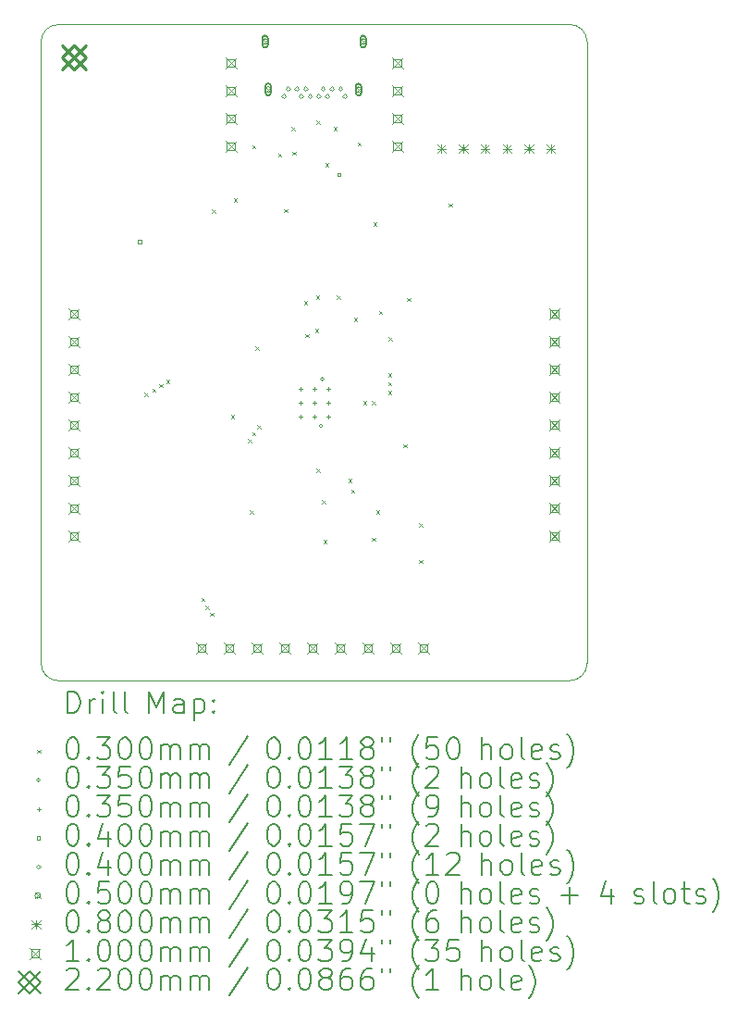
<source format=gbr>
%TF.GenerationSoftware,KiCad,Pcbnew,(7.0.0)*%
%TF.CreationDate,2023-03-04T19:16:19-06:00*%
%TF.ProjectId,OpenRectangleBreakout,4f70656e-5265-4637-9461-6e676c654272,rev?*%
%TF.SameCoordinates,Original*%
%TF.FileFunction,Drillmap*%
%TF.FilePolarity,Positive*%
%FSLAX45Y45*%
G04 Gerber Fmt 4.5, Leading zero omitted, Abs format (unit mm)*
G04 Created by KiCad (PCBNEW (7.0.0)) date 2023-03-04 19:16:19*
%MOMM*%
%LPD*%
G01*
G04 APERTURE LIST*
%ADD10C,0.100000*%
%ADD11C,0.200000*%
%ADD12C,0.030000*%
%ADD13C,0.035000*%
%ADD14C,0.040000*%
%ADD15C,0.050000*%
%ADD16C,0.080000*%
%ADD17C,0.220000*%
G04 APERTURE END LIST*
D10*
X6997497Y-3039247D02*
X6997497Y-8721747D01*
X1997497Y-3039247D02*
X1997497Y-8721747D01*
X4531163Y-2880497D02*
X6838747Y-2880497D01*
X1997496Y-8721747D02*
G75*
G03*
X2156247Y-8880497I158758J8D01*
G01*
X6838747Y-8880497D02*
G75*
G03*
X6997497Y-8721747I3J158747D01*
G01*
X2156247Y-2880497D02*
G75*
G03*
X1997497Y-3039247I0J-158750D01*
G01*
X2156247Y-2880497D02*
X4531163Y-2880497D01*
X6997503Y-3039247D02*
G75*
G03*
X6838747Y-2880497I-158753J-3D01*
G01*
X6838747Y-8880497D02*
X2156247Y-8880497D01*
D11*
D12*
X2945863Y-6248531D02*
X2975863Y-6278531D01*
X2975863Y-6248531D02*
X2945863Y-6278531D01*
X3014826Y-6208531D02*
X3044826Y-6238531D01*
X3044826Y-6208531D02*
X3014826Y-6238531D01*
X3079414Y-6168531D02*
X3109414Y-6198531D01*
X3109414Y-6168531D02*
X3079414Y-6198531D01*
X3143000Y-6128531D02*
X3173000Y-6158531D01*
X3173000Y-6128531D02*
X3143000Y-6158531D01*
X3463549Y-8125167D02*
X3493549Y-8155167D01*
X3493549Y-8125167D02*
X3463549Y-8155167D01*
X3503549Y-8193998D02*
X3533549Y-8223998D01*
X3533549Y-8193998D02*
X3503549Y-8223998D01*
X3543549Y-8260000D02*
X3573549Y-8290000D01*
X3573549Y-8260000D02*
X3543549Y-8290000D01*
X3561500Y-4573000D02*
X3591500Y-4603000D01*
X3591500Y-4573000D02*
X3561500Y-4603000D01*
X3735000Y-6450000D02*
X3765000Y-6480000D01*
X3765000Y-6450000D02*
X3735000Y-6480000D01*
X3759500Y-4469000D02*
X3789500Y-4499000D01*
X3789500Y-4469000D02*
X3759500Y-4499000D01*
X3890776Y-6671432D02*
X3920776Y-6701432D01*
X3920776Y-6671432D02*
X3890776Y-6701432D01*
X3911147Y-7325182D02*
X3941147Y-7355182D01*
X3941147Y-7325182D02*
X3911147Y-7355182D01*
X3932000Y-6608000D02*
X3962000Y-6638000D01*
X3962000Y-6608000D02*
X3932000Y-6638000D01*
X3932265Y-3982265D02*
X3962265Y-4012265D01*
X3962265Y-3982265D02*
X3932265Y-4012265D01*
X3959122Y-5826582D02*
X3989122Y-5856582D01*
X3989122Y-5826582D02*
X3959122Y-5856582D01*
X3977252Y-6542614D02*
X4007252Y-6572614D01*
X4007252Y-6542614D02*
X3977252Y-6572614D01*
X4166000Y-4058000D02*
X4196000Y-4088000D01*
X4196000Y-4058000D02*
X4166000Y-4088000D01*
X4224647Y-4568981D02*
X4254647Y-4598981D01*
X4254647Y-4568981D02*
X4224647Y-4598981D01*
X4291647Y-3819981D02*
X4321647Y-3849981D01*
X4321647Y-3819981D02*
X4291647Y-3849981D01*
X4297000Y-4043000D02*
X4327000Y-4073000D01*
X4327000Y-4043000D02*
X4297000Y-4073000D01*
X4403622Y-5407483D02*
X4433622Y-5437483D01*
X4433622Y-5407483D02*
X4403622Y-5437483D01*
X4419147Y-5710706D02*
X4449147Y-5740706D01*
X4449147Y-5710706D02*
X4419147Y-5740706D01*
X4505222Y-5661482D02*
X4535222Y-5691482D01*
X4535222Y-5661482D02*
X4505222Y-5691482D01*
X4514747Y-5358270D02*
X4544747Y-5388270D01*
X4544747Y-5358270D02*
X4514747Y-5388270D01*
X4517447Y-3760031D02*
X4547447Y-3790031D01*
X4547447Y-3760031D02*
X4517447Y-3790031D01*
X4517922Y-6944182D02*
X4547922Y-6974182D01*
X4547922Y-6944182D02*
X4517922Y-6974182D01*
X4572000Y-7232000D02*
X4602000Y-7262000D01*
X4602000Y-7232000D02*
X4572000Y-7262000D01*
X4581422Y-7591882D02*
X4611422Y-7621882D01*
X4611422Y-7591882D02*
X4581422Y-7621882D01*
X4600000Y-4148450D02*
X4630000Y-4178450D01*
X4630000Y-4148450D02*
X4600000Y-4178450D01*
X4676647Y-3819981D02*
X4706647Y-3849981D01*
X4706647Y-3819981D02*
X4676647Y-3849981D01*
X4705247Y-5358270D02*
X4735247Y-5388270D01*
X4735247Y-5358270D02*
X4705247Y-5388270D01*
X4810022Y-7033082D02*
X4840022Y-7063082D01*
X4840022Y-7033082D02*
X4810022Y-7063082D01*
X4838000Y-7131000D02*
X4868000Y-7161000D01*
X4868000Y-7131000D02*
X4838000Y-7161000D01*
X4860822Y-5559883D02*
X4890822Y-5589883D01*
X4890822Y-5559883D02*
X4860822Y-5589883D01*
X4897760Y-3956240D02*
X4927760Y-3986240D01*
X4927760Y-3956240D02*
X4897760Y-3986240D01*
X4947038Y-6323531D02*
X4977038Y-6353531D01*
X4977038Y-6323531D02*
X4947038Y-6353531D01*
X5025921Y-7572981D02*
X5055921Y-7602981D01*
X5055921Y-7572981D02*
X5025921Y-7602981D01*
X5029038Y-6323531D02*
X5059038Y-6353531D01*
X5059038Y-6323531D02*
X5029038Y-6353531D01*
X5041647Y-4690981D02*
X5071647Y-4720981D01*
X5071647Y-4690981D02*
X5041647Y-4720981D01*
X5065921Y-7320981D02*
X5095921Y-7350981D01*
X5095921Y-7320981D02*
X5065921Y-7350981D01*
X5089647Y-5497481D02*
X5119647Y-5527481D01*
X5119647Y-5497481D02*
X5089647Y-5527481D01*
X5176958Y-6070781D02*
X5206958Y-6100781D01*
X5206958Y-6070781D02*
X5176958Y-6100781D01*
X5176958Y-6151858D02*
X5206958Y-6181858D01*
X5206958Y-6151858D02*
X5176958Y-6181858D01*
X5176958Y-6231808D02*
X5206958Y-6261808D01*
X5206958Y-6231808D02*
X5176958Y-6261808D01*
X5178322Y-5740981D02*
X5208322Y-5770981D01*
X5208322Y-5740981D02*
X5178322Y-5770981D01*
X5314847Y-6717170D02*
X5344847Y-6747170D01*
X5344847Y-6717170D02*
X5314847Y-6747170D01*
X5350647Y-5381481D02*
X5380647Y-5411481D01*
X5380647Y-5381481D02*
X5350647Y-5411481D01*
X5458697Y-7442981D02*
X5488697Y-7472981D01*
X5488697Y-7442981D02*
X5458697Y-7472981D01*
X5459038Y-7776372D02*
X5489038Y-7806372D01*
X5489038Y-7776372D02*
X5459038Y-7806372D01*
X5728647Y-4517042D02*
X5758647Y-4547042D01*
X5758647Y-4517042D02*
X5728647Y-4547042D01*
D13*
X4575822Y-6548431D02*
G75*
G03*
X4575822Y-6548431I-17500J0D01*
G01*
X4588522Y-6124706D02*
G75*
G03*
X4588522Y-6124706I-17500J0D01*
G01*
X4370147Y-6193481D02*
X4370147Y-6228481D01*
X4352647Y-6210981D02*
X4387647Y-6210981D01*
X4370147Y-6320981D02*
X4370147Y-6355981D01*
X4352647Y-6338481D02*
X4387647Y-6338481D01*
X4370147Y-6448481D02*
X4370147Y-6483481D01*
X4352647Y-6465981D02*
X4387647Y-6465981D01*
X4497647Y-6193481D02*
X4497647Y-6228481D01*
X4480147Y-6210981D02*
X4515147Y-6210981D01*
X4497647Y-6320981D02*
X4497647Y-6355981D01*
X4480147Y-6338481D02*
X4515147Y-6338481D01*
X4497647Y-6448481D02*
X4497647Y-6483481D01*
X4480147Y-6465981D02*
X4515147Y-6465981D01*
X4625147Y-6193481D02*
X4625147Y-6228481D01*
X4607647Y-6210981D02*
X4642647Y-6210981D01*
X4625147Y-6320981D02*
X4625147Y-6355981D01*
X4607647Y-6338481D02*
X4642647Y-6338481D01*
X4625147Y-6448481D02*
X4625147Y-6483481D01*
X4607647Y-6465981D02*
X4642647Y-6465981D01*
D14*
X2913142Y-4879142D02*
X2913142Y-4850858D01*
X2884858Y-4850858D01*
X2884858Y-4879142D01*
X2913142Y-4879142D01*
X4739975Y-4264309D02*
X4739975Y-4236025D01*
X4711691Y-4236025D01*
X4711691Y-4264309D01*
X4739975Y-4264309D01*
X4217497Y-3554981D02*
X4237497Y-3534981D01*
X4217497Y-3514981D01*
X4197497Y-3534981D01*
X4217497Y-3554981D01*
X4257497Y-3484981D02*
X4277497Y-3464981D01*
X4257497Y-3444981D01*
X4237497Y-3464981D01*
X4257497Y-3484981D01*
X4337497Y-3484981D02*
X4357497Y-3464981D01*
X4337497Y-3444981D01*
X4317497Y-3464981D01*
X4337497Y-3484981D01*
X4377497Y-3554981D02*
X4397497Y-3534981D01*
X4377497Y-3514981D01*
X4357497Y-3534981D01*
X4377497Y-3554981D01*
X4417497Y-3484981D02*
X4437497Y-3464981D01*
X4417497Y-3444981D01*
X4397497Y-3464981D01*
X4417497Y-3484981D01*
X4457497Y-3554981D02*
X4477497Y-3534981D01*
X4457497Y-3514981D01*
X4437497Y-3534981D01*
X4457497Y-3554981D01*
X4537497Y-3554981D02*
X4557497Y-3534981D01*
X4537497Y-3514981D01*
X4517497Y-3534981D01*
X4537497Y-3554981D01*
X4577497Y-3484981D02*
X4597497Y-3464981D01*
X4577497Y-3444981D01*
X4557497Y-3464981D01*
X4577497Y-3484981D01*
X4617497Y-3554981D02*
X4637497Y-3534981D01*
X4617497Y-3514981D01*
X4597497Y-3534981D01*
X4617497Y-3554981D01*
X4657497Y-3484981D02*
X4677497Y-3464981D01*
X4657497Y-3444981D01*
X4637497Y-3464981D01*
X4657497Y-3484981D01*
X4737497Y-3484981D02*
X4757497Y-3464981D01*
X4737497Y-3444981D01*
X4717497Y-3464981D01*
X4737497Y-3484981D01*
X4777497Y-3554981D02*
X4797497Y-3534981D01*
X4777497Y-3514981D01*
X4757497Y-3534981D01*
X4777497Y-3554981D01*
D15*
X4023497Y-3010981D02*
X4073497Y-3060981D01*
X4073497Y-3010981D02*
X4023497Y-3060981D01*
X4073497Y-3035981D02*
G75*
G03*
X4073497Y-3035981I-25000J0D01*
G01*
D11*
X4073497Y-3065981D02*
X4073497Y-3005981D01*
X4073497Y-3005981D02*
G75*
G03*
X4023497Y-3005981I-25000J0D01*
G01*
X4023497Y-3005981D02*
X4023497Y-3065981D01*
X4023497Y-3065981D02*
G75*
G03*
X4073497Y-3065981I25000J0D01*
G01*
D15*
X4051997Y-3449981D02*
X4101997Y-3499981D01*
X4101997Y-3449981D02*
X4051997Y-3499981D01*
X4101997Y-3474981D02*
G75*
G03*
X4101997Y-3474981I-25000J0D01*
G01*
D11*
X4101997Y-3504981D02*
X4101997Y-3444981D01*
X4101997Y-3444981D02*
G75*
G03*
X4051997Y-3444981I-25000J0D01*
G01*
X4051997Y-3444981D02*
X4051997Y-3504981D01*
X4051997Y-3504981D02*
G75*
G03*
X4101997Y-3504981I25000J0D01*
G01*
D15*
X4877997Y-3449981D02*
X4927997Y-3499981D01*
X4927997Y-3449981D02*
X4877997Y-3499981D01*
X4927997Y-3474981D02*
G75*
G03*
X4927997Y-3474981I-25000J0D01*
G01*
D11*
X4927997Y-3504981D02*
X4927997Y-3444981D01*
X4927997Y-3444981D02*
G75*
G03*
X4877997Y-3444981I-25000J0D01*
G01*
X4877997Y-3444981D02*
X4877997Y-3504981D01*
X4877997Y-3504981D02*
G75*
G03*
X4927997Y-3504981I25000J0D01*
G01*
D15*
X4921497Y-3010981D02*
X4971497Y-3060981D01*
X4971497Y-3010981D02*
X4921497Y-3060981D01*
X4971497Y-3035981D02*
G75*
G03*
X4971497Y-3035981I-25000J0D01*
G01*
D11*
X4971497Y-3065981D02*
X4971497Y-3005981D01*
X4971497Y-3005981D02*
G75*
G03*
X4921497Y-3005981I-25000J0D01*
G01*
X4921497Y-3005981D02*
X4921497Y-3065981D01*
X4921497Y-3065981D02*
G75*
G03*
X4971497Y-3065981I25000J0D01*
G01*
D16*
X5624000Y-3976000D02*
X5704000Y-4056000D01*
X5704000Y-3976000D02*
X5624000Y-4056000D01*
X5664000Y-3976000D02*
X5664000Y-4056000D01*
X5624000Y-4016000D02*
X5704000Y-4016000D01*
X5824000Y-3976000D02*
X5904000Y-4056000D01*
X5904000Y-3976000D02*
X5824000Y-4056000D01*
X5864000Y-3976000D02*
X5864000Y-4056000D01*
X5824000Y-4016000D02*
X5904000Y-4016000D01*
X6024000Y-3976000D02*
X6104000Y-4056000D01*
X6104000Y-3976000D02*
X6024000Y-4056000D01*
X6064000Y-3976000D02*
X6064000Y-4056000D01*
X6024000Y-4016000D02*
X6104000Y-4016000D01*
X6224000Y-3976000D02*
X6304000Y-4056000D01*
X6304000Y-3976000D02*
X6224000Y-4056000D01*
X6264000Y-3976000D02*
X6264000Y-4056000D01*
X6224000Y-4016000D02*
X6304000Y-4016000D01*
X6424000Y-3976000D02*
X6504000Y-4056000D01*
X6504000Y-3976000D02*
X6424000Y-4056000D01*
X6464000Y-3976000D02*
X6464000Y-4056000D01*
X6424000Y-4016000D02*
X6504000Y-4016000D01*
X6624000Y-3976000D02*
X6704000Y-4056000D01*
X6704000Y-3976000D02*
X6624000Y-4056000D01*
X6664000Y-3976000D02*
X6664000Y-4056000D01*
X6624000Y-4016000D02*
X6704000Y-4016000D01*
D10*
X2247497Y-5477000D02*
X2347497Y-5577000D01*
X2347497Y-5477000D02*
X2247497Y-5577000D01*
X2332853Y-5562356D02*
X2332853Y-5491644D01*
X2262141Y-5491644D01*
X2262141Y-5562356D01*
X2332853Y-5562356D01*
X2247497Y-5731000D02*
X2347497Y-5831000D01*
X2347497Y-5731000D02*
X2247497Y-5831000D01*
X2332853Y-5816356D02*
X2332853Y-5745644D01*
X2262141Y-5745644D01*
X2262141Y-5816356D01*
X2332853Y-5816356D01*
X2247497Y-5985000D02*
X2347497Y-6085000D01*
X2347497Y-5985000D02*
X2247497Y-6085000D01*
X2332853Y-6070356D02*
X2332853Y-5999644D01*
X2262141Y-5999644D01*
X2262141Y-6070356D01*
X2332853Y-6070356D01*
X2247497Y-6239000D02*
X2347497Y-6339000D01*
X2347497Y-6239000D02*
X2247497Y-6339000D01*
X2332853Y-6324356D02*
X2332853Y-6253644D01*
X2262141Y-6253644D01*
X2262141Y-6324356D01*
X2332853Y-6324356D01*
X2247497Y-6493000D02*
X2347497Y-6593000D01*
X2347497Y-6493000D02*
X2247497Y-6593000D01*
X2332853Y-6578356D02*
X2332853Y-6507644D01*
X2262141Y-6507644D01*
X2262141Y-6578356D01*
X2332853Y-6578356D01*
X2247497Y-6747000D02*
X2347497Y-6847000D01*
X2347497Y-6747000D02*
X2247497Y-6847000D01*
X2332853Y-6832356D02*
X2332853Y-6761644D01*
X2262141Y-6761644D01*
X2262141Y-6832356D01*
X2332853Y-6832356D01*
X2247497Y-7001000D02*
X2347497Y-7101000D01*
X2347497Y-7001000D02*
X2247497Y-7101000D01*
X2332853Y-7086356D02*
X2332853Y-7015644D01*
X2262141Y-7015644D01*
X2262141Y-7086356D01*
X2332853Y-7086356D01*
X2247497Y-7255000D02*
X2347497Y-7355000D01*
X2347497Y-7255000D02*
X2247497Y-7355000D01*
X2332853Y-7340356D02*
X2332853Y-7269644D01*
X2262141Y-7269644D01*
X2262141Y-7340356D01*
X2332853Y-7340356D01*
X2247497Y-7509000D02*
X2347497Y-7609000D01*
X2347497Y-7509000D02*
X2247497Y-7609000D01*
X2332853Y-7594356D02*
X2332853Y-7523644D01*
X2262141Y-7523644D01*
X2262141Y-7594356D01*
X2332853Y-7594356D01*
X3415000Y-8530496D02*
X3515000Y-8630496D01*
X3515000Y-8530496D02*
X3415000Y-8630496D01*
X3500356Y-8615851D02*
X3500356Y-8545140D01*
X3429644Y-8545140D01*
X3429644Y-8615851D01*
X3500356Y-8615851D01*
X3669000Y-8530496D02*
X3769000Y-8630496D01*
X3769000Y-8530496D02*
X3669000Y-8630496D01*
X3754356Y-8615851D02*
X3754356Y-8545140D01*
X3683644Y-8545140D01*
X3683644Y-8615851D01*
X3754356Y-8615851D01*
X3685497Y-3180881D02*
X3785497Y-3280881D01*
X3785497Y-3180881D02*
X3685497Y-3280881D01*
X3770852Y-3266236D02*
X3770852Y-3195525D01*
X3700141Y-3195525D01*
X3700141Y-3266236D01*
X3770852Y-3266236D01*
X3685497Y-3434881D02*
X3785497Y-3534881D01*
X3785497Y-3434881D02*
X3685497Y-3534881D01*
X3770852Y-3520236D02*
X3770852Y-3449525D01*
X3700141Y-3449525D01*
X3700141Y-3520236D01*
X3770852Y-3520236D01*
X3685497Y-3688881D02*
X3785497Y-3788881D01*
X3785497Y-3688881D02*
X3685497Y-3788881D01*
X3770852Y-3774236D02*
X3770852Y-3703525D01*
X3700141Y-3703525D01*
X3700141Y-3774236D01*
X3770852Y-3774236D01*
X3685497Y-3942881D02*
X3785497Y-4042881D01*
X3785497Y-3942881D02*
X3685497Y-4042881D01*
X3770852Y-4028236D02*
X3770852Y-3957525D01*
X3700141Y-3957525D01*
X3700141Y-4028236D01*
X3770852Y-4028236D01*
X3923000Y-8530496D02*
X4023000Y-8630496D01*
X4023000Y-8530496D02*
X3923000Y-8630496D01*
X4008356Y-8615851D02*
X4008356Y-8545140D01*
X3937644Y-8545140D01*
X3937644Y-8615851D01*
X4008356Y-8615851D01*
X4177000Y-8530496D02*
X4277000Y-8630496D01*
X4277000Y-8530496D02*
X4177000Y-8630496D01*
X4262356Y-8615851D02*
X4262356Y-8545140D01*
X4191644Y-8545140D01*
X4191644Y-8615851D01*
X4262356Y-8615851D01*
X4431000Y-8530496D02*
X4531000Y-8630496D01*
X4531000Y-8530496D02*
X4431000Y-8630496D01*
X4516356Y-8615851D02*
X4516356Y-8545140D01*
X4445644Y-8545140D01*
X4445644Y-8615851D01*
X4516356Y-8615851D01*
X4685000Y-8530496D02*
X4785000Y-8630496D01*
X4785000Y-8530496D02*
X4685000Y-8630496D01*
X4770356Y-8615851D02*
X4770356Y-8545140D01*
X4699644Y-8545140D01*
X4699644Y-8615851D01*
X4770356Y-8615851D01*
X4939000Y-8530496D02*
X5039000Y-8630496D01*
X5039000Y-8530496D02*
X4939000Y-8630496D01*
X5024356Y-8615851D02*
X5024356Y-8545140D01*
X4953644Y-8545140D01*
X4953644Y-8615851D01*
X5024356Y-8615851D01*
X5193000Y-8530496D02*
X5293000Y-8630496D01*
X5293000Y-8530496D02*
X5193000Y-8630496D01*
X5278356Y-8615851D02*
X5278356Y-8545140D01*
X5207644Y-8545140D01*
X5207644Y-8615851D01*
X5278356Y-8615851D01*
X5209497Y-3180881D02*
X5309497Y-3280881D01*
X5309497Y-3180881D02*
X5209497Y-3280881D01*
X5294853Y-3266236D02*
X5294853Y-3195525D01*
X5224141Y-3195525D01*
X5224141Y-3266236D01*
X5294853Y-3266236D01*
X5209497Y-3434881D02*
X5309497Y-3534881D01*
X5309497Y-3434881D02*
X5209497Y-3534881D01*
X5294853Y-3520236D02*
X5294853Y-3449525D01*
X5224141Y-3449525D01*
X5224141Y-3520236D01*
X5294853Y-3520236D01*
X5209497Y-3688881D02*
X5309497Y-3788881D01*
X5309497Y-3688881D02*
X5209497Y-3788881D01*
X5294853Y-3774236D02*
X5294853Y-3703525D01*
X5224141Y-3703525D01*
X5224141Y-3774236D01*
X5294853Y-3774236D01*
X5209497Y-3942881D02*
X5309497Y-4042881D01*
X5309497Y-3942881D02*
X5209497Y-4042881D01*
X5294853Y-4028236D02*
X5294853Y-3957525D01*
X5224141Y-3957525D01*
X5224141Y-4028236D01*
X5294853Y-4028236D01*
X5447000Y-8530496D02*
X5547000Y-8630496D01*
X5547000Y-8530496D02*
X5447000Y-8630496D01*
X5532356Y-8615851D02*
X5532356Y-8545140D01*
X5461644Y-8545140D01*
X5461644Y-8615851D01*
X5532356Y-8615851D01*
X6647497Y-5477000D02*
X6747497Y-5577000D01*
X6747497Y-5477000D02*
X6647497Y-5577000D01*
X6732852Y-5562356D02*
X6732852Y-5491644D01*
X6662141Y-5491644D01*
X6662141Y-5562356D01*
X6732852Y-5562356D01*
X6647497Y-5731000D02*
X6747497Y-5831000D01*
X6747497Y-5731000D02*
X6647497Y-5831000D01*
X6732852Y-5816356D02*
X6732852Y-5745644D01*
X6662141Y-5745644D01*
X6662141Y-5816356D01*
X6732852Y-5816356D01*
X6647497Y-5985000D02*
X6747497Y-6085000D01*
X6747497Y-5985000D02*
X6647497Y-6085000D01*
X6732852Y-6070356D02*
X6732852Y-5999644D01*
X6662141Y-5999644D01*
X6662141Y-6070356D01*
X6732852Y-6070356D01*
X6647497Y-6239000D02*
X6747497Y-6339000D01*
X6747497Y-6239000D02*
X6647497Y-6339000D01*
X6732852Y-6324356D02*
X6732852Y-6253644D01*
X6662141Y-6253644D01*
X6662141Y-6324356D01*
X6732852Y-6324356D01*
X6647497Y-6493000D02*
X6747497Y-6593000D01*
X6747497Y-6493000D02*
X6647497Y-6593000D01*
X6732852Y-6578356D02*
X6732852Y-6507644D01*
X6662141Y-6507644D01*
X6662141Y-6578356D01*
X6732852Y-6578356D01*
X6647497Y-6747000D02*
X6747497Y-6847000D01*
X6747497Y-6747000D02*
X6647497Y-6847000D01*
X6732852Y-6832356D02*
X6732852Y-6761644D01*
X6662141Y-6761644D01*
X6662141Y-6832356D01*
X6732852Y-6832356D01*
X6647497Y-7001000D02*
X6747497Y-7101000D01*
X6747497Y-7001000D02*
X6647497Y-7101000D01*
X6732852Y-7086356D02*
X6732852Y-7015644D01*
X6662141Y-7015644D01*
X6662141Y-7086356D01*
X6732852Y-7086356D01*
X6647497Y-7255000D02*
X6747497Y-7355000D01*
X6747497Y-7255000D02*
X6647497Y-7355000D01*
X6732852Y-7340356D02*
X6732852Y-7269644D01*
X6662141Y-7269644D01*
X6662141Y-7340356D01*
X6732852Y-7340356D01*
X6647497Y-7509000D02*
X6747497Y-7609000D01*
X6747497Y-7509000D02*
X6647497Y-7609000D01*
X6732852Y-7594356D02*
X6732852Y-7523644D01*
X6662141Y-7523644D01*
X6662141Y-7594356D01*
X6732852Y-7594356D01*
D17*
X2187497Y-3070496D02*
X2407497Y-3290496D01*
X2407497Y-3070496D02*
X2187497Y-3290496D01*
X2297497Y-3290496D02*
X2407497Y-3180496D01*
X2297497Y-3070496D01*
X2187497Y-3180496D01*
X2297497Y-3290496D01*
D11*
X2240116Y-9178973D02*
X2240116Y-8978973D01*
X2240116Y-8978973D02*
X2287735Y-8978973D01*
X2287735Y-8978973D02*
X2316306Y-8988497D01*
X2316306Y-8988497D02*
X2335354Y-9007544D01*
X2335354Y-9007544D02*
X2344878Y-9026592D01*
X2344878Y-9026592D02*
X2354402Y-9064687D01*
X2354402Y-9064687D02*
X2354402Y-9093259D01*
X2354402Y-9093259D02*
X2344878Y-9131354D01*
X2344878Y-9131354D02*
X2335354Y-9150402D01*
X2335354Y-9150402D02*
X2316306Y-9169449D01*
X2316306Y-9169449D02*
X2287735Y-9178973D01*
X2287735Y-9178973D02*
X2240116Y-9178973D01*
X2440116Y-9178973D02*
X2440116Y-9045640D01*
X2440116Y-9083735D02*
X2449640Y-9064687D01*
X2449640Y-9064687D02*
X2459163Y-9055163D01*
X2459163Y-9055163D02*
X2478211Y-9045640D01*
X2478211Y-9045640D02*
X2497259Y-9045640D01*
X2563925Y-9178973D02*
X2563925Y-9045640D01*
X2563925Y-8978973D02*
X2554402Y-8988497D01*
X2554402Y-8988497D02*
X2563925Y-8998021D01*
X2563925Y-8998021D02*
X2573449Y-8988497D01*
X2573449Y-8988497D02*
X2563925Y-8978973D01*
X2563925Y-8978973D02*
X2563925Y-8998021D01*
X2687735Y-9178973D02*
X2668687Y-9169449D01*
X2668687Y-9169449D02*
X2659163Y-9150402D01*
X2659163Y-9150402D02*
X2659163Y-8978973D01*
X2792497Y-9178973D02*
X2773449Y-9169449D01*
X2773449Y-9169449D02*
X2763925Y-9150402D01*
X2763925Y-9150402D02*
X2763925Y-8978973D01*
X2988687Y-9178973D02*
X2988687Y-8978973D01*
X2988687Y-8978973D02*
X3055354Y-9121830D01*
X3055354Y-9121830D02*
X3122020Y-8978973D01*
X3122020Y-8978973D02*
X3122020Y-9178973D01*
X3302973Y-9178973D02*
X3302973Y-9074211D01*
X3302973Y-9074211D02*
X3293449Y-9055163D01*
X3293449Y-9055163D02*
X3274401Y-9045640D01*
X3274401Y-9045640D02*
X3236306Y-9045640D01*
X3236306Y-9045640D02*
X3217259Y-9055163D01*
X3302973Y-9169449D02*
X3283925Y-9178973D01*
X3283925Y-9178973D02*
X3236306Y-9178973D01*
X3236306Y-9178973D02*
X3217259Y-9169449D01*
X3217259Y-9169449D02*
X3207735Y-9150402D01*
X3207735Y-9150402D02*
X3207735Y-9131354D01*
X3207735Y-9131354D02*
X3217259Y-9112306D01*
X3217259Y-9112306D02*
X3236306Y-9102783D01*
X3236306Y-9102783D02*
X3283925Y-9102783D01*
X3283925Y-9102783D02*
X3302973Y-9093259D01*
X3398211Y-9045640D02*
X3398211Y-9245640D01*
X3398211Y-9055163D02*
X3417259Y-9045640D01*
X3417259Y-9045640D02*
X3455354Y-9045640D01*
X3455354Y-9045640D02*
X3474401Y-9055163D01*
X3474401Y-9055163D02*
X3483925Y-9064687D01*
X3483925Y-9064687D02*
X3493449Y-9083735D01*
X3493449Y-9083735D02*
X3493449Y-9140878D01*
X3493449Y-9140878D02*
X3483925Y-9159925D01*
X3483925Y-9159925D02*
X3474401Y-9169449D01*
X3474401Y-9169449D02*
X3455354Y-9178973D01*
X3455354Y-9178973D02*
X3417259Y-9178973D01*
X3417259Y-9178973D02*
X3398211Y-9169449D01*
X3579163Y-9159925D02*
X3588687Y-9169449D01*
X3588687Y-9169449D02*
X3579163Y-9178973D01*
X3579163Y-9178973D02*
X3569640Y-9169449D01*
X3569640Y-9169449D02*
X3579163Y-9159925D01*
X3579163Y-9159925D02*
X3579163Y-9178973D01*
X3579163Y-9055163D02*
X3588687Y-9064687D01*
X3588687Y-9064687D02*
X3579163Y-9074211D01*
X3579163Y-9074211D02*
X3569640Y-9064687D01*
X3569640Y-9064687D02*
X3579163Y-9055163D01*
X3579163Y-9055163D02*
X3579163Y-9074211D01*
D12*
X1962497Y-9510497D02*
X1992497Y-9540497D01*
X1992497Y-9510497D02*
X1962497Y-9540497D01*
D11*
X2278211Y-9398973D02*
X2297259Y-9398973D01*
X2297259Y-9398973D02*
X2316306Y-9408497D01*
X2316306Y-9408497D02*
X2325830Y-9418021D01*
X2325830Y-9418021D02*
X2335354Y-9437068D01*
X2335354Y-9437068D02*
X2344878Y-9475163D01*
X2344878Y-9475163D02*
X2344878Y-9522783D01*
X2344878Y-9522783D02*
X2335354Y-9560878D01*
X2335354Y-9560878D02*
X2325830Y-9579925D01*
X2325830Y-9579925D02*
X2316306Y-9589449D01*
X2316306Y-9589449D02*
X2297259Y-9598973D01*
X2297259Y-9598973D02*
X2278211Y-9598973D01*
X2278211Y-9598973D02*
X2259163Y-9589449D01*
X2259163Y-9589449D02*
X2249640Y-9579925D01*
X2249640Y-9579925D02*
X2240116Y-9560878D01*
X2240116Y-9560878D02*
X2230592Y-9522783D01*
X2230592Y-9522783D02*
X2230592Y-9475163D01*
X2230592Y-9475163D02*
X2240116Y-9437068D01*
X2240116Y-9437068D02*
X2249640Y-9418021D01*
X2249640Y-9418021D02*
X2259163Y-9408497D01*
X2259163Y-9408497D02*
X2278211Y-9398973D01*
X2430592Y-9579925D02*
X2440116Y-9589449D01*
X2440116Y-9589449D02*
X2430592Y-9598973D01*
X2430592Y-9598973D02*
X2421068Y-9589449D01*
X2421068Y-9589449D02*
X2430592Y-9579925D01*
X2430592Y-9579925D02*
X2430592Y-9598973D01*
X2506783Y-9398973D02*
X2630592Y-9398973D01*
X2630592Y-9398973D02*
X2563925Y-9475163D01*
X2563925Y-9475163D02*
X2592497Y-9475163D01*
X2592497Y-9475163D02*
X2611544Y-9484687D01*
X2611544Y-9484687D02*
X2621068Y-9494211D01*
X2621068Y-9494211D02*
X2630592Y-9513259D01*
X2630592Y-9513259D02*
X2630592Y-9560878D01*
X2630592Y-9560878D02*
X2621068Y-9579925D01*
X2621068Y-9579925D02*
X2611544Y-9589449D01*
X2611544Y-9589449D02*
X2592497Y-9598973D01*
X2592497Y-9598973D02*
X2535354Y-9598973D01*
X2535354Y-9598973D02*
X2516306Y-9589449D01*
X2516306Y-9589449D02*
X2506783Y-9579925D01*
X2754402Y-9398973D02*
X2773449Y-9398973D01*
X2773449Y-9398973D02*
X2792497Y-9408497D01*
X2792497Y-9408497D02*
X2802021Y-9418021D01*
X2802021Y-9418021D02*
X2811544Y-9437068D01*
X2811544Y-9437068D02*
X2821068Y-9475163D01*
X2821068Y-9475163D02*
X2821068Y-9522783D01*
X2821068Y-9522783D02*
X2811544Y-9560878D01*
X2811544Y-9560878D02*
X2802021Y-9579925D01*
X2802021Y-9579925D02*
X2792497Y-9589449D01*
X2792497Y-9589449D02*
X2773449Y-9598973D01*
X2773449Y-9598973D02*
X2754402Y-9598973D01*
X2754402Y-9598973D02*
X2735354Y-9589449D01*
X2735354Y-9589449D02*
X2725830Y-9579925D01*
X2725830Y-9579925D02*
X2716306Y-9560878D01*
X2716306Y-9560878D02*
X2706783Y-9522783D01*
X2706783Y-9522783D02*
X2706783Y-9475163D01*
X2706783Y-9475163D02*
X2716306Y-9437068D01*
X2716306Y-9437068D02*
X2725830Y-9418021D01*
X2725830Y-9418021D02*
X2735354Y-9408497D01*
X2735354Y-9408497D02*
X2754402Y-9398973D01*
X2944878Y-9398973D02*
X2963925Y-9398973D01*
X2963925Y-9398973D02*
X2982973Y-9408497D01*
X2982973Y-9408497D02*
X2992497Y-9418021D01*
X2992497Y-9418021D02*
X3002021Y-9437068D01*
X3002021Y-9437068D02*
X3011544Y-9475163D01*
X3011544Y-9475163D02*
X3011544Y-9522783D01*
X3011544Y-9522783D02*
X3002021Y-9560878D01*
X3002021Y-9560878D02*
X2992497Y-9579925D01*
X2992497Y-9579925D02*
X2982973Y-9589449D01*
X2982973Y-9589449D02*
X2963925Y-9598973D01*
X2963925Y-9598973D02*
X2944878Y-9598973D01*
X2944878Y-9598973D02*
X2925830Y-9589449D01*
X2925830Y-9589449D02*
X2916306Y-9579925D01*
X2916306Y-9579925D02*
X2906782Y-9560878D01*
X2906782Y-9560878D02*
X2897259Y-9522783D01*
X2897259Y-9522783D02*
X2897259Y-9475163D01*
X2897259Y-9475163D02*
X2906782Y-9437068D01*
X2906782Y-9437068D02*
X2916306Y-9418021D01*
X2916306Y-9418021D02*
X2925830Y-9408497D01*
X2925830Y-9408497D02*
X2944878Y-9398973D01*
X3097259Y-9598973D02*
X3097259Y-9465640D01*
X3097259Y-9484687D02*
X3106782Y-9475163D01*
X3106782Y-9475163D02*
X3125830Y-9465640D01*
X3125830Y-9465640D02*
X3154402Y-9465640D01*
X3154402Y-9465640D02*
X3173449Y-9475163D01*
X3173449Y-9475163D02*
X3182973Y-9494211D01*
X3182973Y-9494211D02*
X3182973Y-9598973D01*
X3182973Y-9494211D02*
X3192497Y-9475163D01*
X3192497Y-9475163D02*
X3211544Y-9465640D01*
X3211544Y-9465640D02*
X3240116Y-9465640D01*
X3240116Y-9465640D02*
X3259163Y-9475163D01*
X3259163Y-9475163D02*
X3268687Y-9494211D01*
X3268687Y-9494211D02*
X3268687Y-9598973D01*
X3363925Y-9598973D02*
X3363925Y-9465640D01*
X3363925Y-9484687D02*
X3373449Y-9475163D01*
X3373449Y-9475163D02*
X3392497Y-9465640D01*
X3392497Y-9465640D02*
X3421068Y-9465640D01*
X3421068Y-9465640D02*
X3440116Y-9475163D01*
X3440116Y-9475163D02*
X3449640Y-9494211D01*
X3449640Y-9494211D02*
X3449640Y-9598973D01*
X3449640Y-9494211D02*
X3459163Y-9475163D01*
X3459163Y-9475163D02*
X3478211Y-9465640D01*
X3478211Y-9465640D02*
X3506782Y-9465640D01*
X3506782Y-9465640D02*
X3525830Y-9475163D01*
X3525830Y-9475163D02*
X3535354Y-9494211D01*
X3535354Y-9494211D02*
X3535354Y-9598973D01*
X3893449Y-9389449D02*
X3722021Y-9646592D01*
X4118211Y-9398973D02*
X4137259Y-9398973D01*
X4137259Y-9398973D02*
X4156306Y-9408497D01*
X4156306Y-9408497D02*
X4165830Y-9418021D01*
X4165830Y-9418021D02*
X4175354Y-9437068D01*
X4175354Y-9437068D02*
X4184878Y-9475163D01*
X4184878Y-9475163D02*
X4184878Y-9522783D01*
X4184878Y-9522783D02*
X4175354Y-9560878D01*
X4175354Y-9560878D02*
X4165830Y-9579925D01*
X4165830Y-9579925D02*
X4156306Y-9589449D01*
X4156306Y-9589449D02*
X4137259Y-9598973D01*
X4137259Y-9598973D02*
X4118211Y-9598973D01*
X4118211Y-9598973D02*
X4099163Y-9589449D01*
X4099163Y-9589449D02*
X4089640Y-9579925D01*
X4089640Y-9579925D02*
X4080116Y-9560878D01*
X4080116Y-9560878D02*
X4070592Y-9522783D01*
X4070592Y-9522783D02*
X4070592Y-9475163D01*
X4070592Y-9475163D02*
X4080116Y-9437068D01*
X4080116Y-9437068D02*
X4089640Y-9418021D01*
X4089640Y-9418021D02*
X4099163Y-9408497D01*
X4099163Y-9408497D02*
X4118211Y-9398973D01*
X4270592Y-9579925D02*
X4280116Y-9589449D01*
X4280116Y-9589449D02*
X4270592Y-9598973D01*
X4270592Y-9598973D02*
X4261068Y-9589449D01*
X4261068Y-9589449D02*
X4270592Y-9579925D01*
X4270592Y-9579925D02*
X4270592Y-9598973D01*
X4403925Y-9398973D02*
X4422973Y-9398973D01*
X4422973Y-9398973D02*
X4442021Y-9408497D01*
X4442021Y-9408497D02*
X4451545Y-9418021D01*
X4451545Y-9418021D02*
X4461068Y-9437068D01*
X4461068Y-9437068D02*
X4470592Y-9475163D01*
X4470592Y-9475163D02*
X4470592Y-9522783D01*
X4470592Y-9522783D02*
X4461068Y-9560878D01*
X4461068Y-9560878D02*
X4451545Y-9579925D01*
X4451545Y-9579925D02*
X4442021Y-9589449D01*
X4442021Y-9589449D02*
X4422973Y-9598973D01*
X4422973Y-9598973D02*
X4403925Y-9598973D01*
X4403925Y-9598973D02*
X4384878Y-9589449D01*
X4384878Y-9589449D02*
X4375354Y-9579925D01*
X4375354Y-9579925D02*
X4365830Y-9560878D01*
X4365830Y-9560878D02*
X4356306Y-9522783D01*
X4356306Y-9522783D02*
X4356306Y-9475163D01*
X4356306Y-9475163D02*
X4365830Y-9437068D01*
X4365830Y-9437068D02*
X4375354Y-9418021D01*
X4375354Y-9418021D02*
X4384878Y-9408497D01*
X4384878Y-9408497D02*
X4403925Y-9398973D01*
X4661068Y-9598973D02*
X4546783Y-9598973D01*
X4603925Y-9598973D02*
X4603925Y-9398973D01*
X4603925Y-9398973D02*
X4584878Y-9427544D01*
X4584878Y-9427544D02*
X4565830Y-9446592D01*
X4565830Y-9446592D02*
X4546783Y-9456116D01*
X4851545Y-9598973D02*
X4737259Y-9598973D01*
X4794402Y-9598973D02*
X4794402Y-9398973D01*
X4794402Y-9398973D02*
X4775354Y-9427544D01*
X4775354Y-9427544D02*
X4756306Y-9446592D01*
X4756306Y-9446592D02*
X4737259Y-9456116D01*
X4965830Y-9484687D02*
X4946783Y-9475163D01*
X4946783Y-9475163D02*
X4937259Y-9465640D01*
X4937259Y-9465640D02*
X4927735Y-9446592D01*
X4927735Y-9446592D02*
X4927735Y-9437068D01*
X4927735Y-9437068D02*
X4937259Y-9418021D01*
X4937259Y-9418021D02*
X4946783Y-9408497D01*
X4946783Y-9408497D02*
X4965830Y-9398973D01*
X4965830Y-9398973D02*
X5003926Y-9398973D01*
X5003926Y-9398973D02*
X5022973Y-9408497D01*
X5022973Y-9408497D02*
X5032497Y-9418021D01*
X5032497Y-9418021D02*
X5042021Y-9437068D01*
X5042021Y-9437068D02*
X5042021Y-9446592D01*
X5042021Y-9446592D02*
X5032497Y-9465640D01*
X5032497Y-9465640D02*
X5022973Y-9475163D01*
X5022973Y-9475163D02*
X5003926Y-9484687D01*
X5003926Y-9484687D02*
X4965830Y-9484687D01*
X4965830Y-9484687D02*
X4946783Y-9494211D01*
X4946783Y-9494211D02*
X4937259Y-9503735D01*
X4937259Y-9503735D02*
X4927735Y-9522783D01*
X4927735Y-9522783D02*
X4927735Y-9560878D01*
X4927735Y-9560878D02*
X4937259Y-9579925D01*
X4937259Y-9579925D02*
X4946783Y-9589449D01*
X4946783Y-9589449D02*
X4965830Y-9598973D01*
X4965830Y-9598973D02*
X5003926Y-9598973D01*
X5003926Y-9598973D02*
X5022973Y-9589449D01*
X5022973Y-9589449D02*
X5032497Y-9579925D01*
X5032497Y-9579925D02*
X5042021Y-9560878D01*
X5042021Y-9560878D02*
X5042021Y-9522783D01*
X5042021Y-9522783D02*
X5032497Y-9503735D01*
X5032497Y-9503735D02*
X5022973Y-9494211D01*
X5022973Y-9494211D02*
X5003926Y-9484687D01*
X5118211Y-9398973D02*
X5118211Y-9437068D01*
X5194402Y-9398973D02*
X5194402Y-9437068D01*
X5457259Y-9675163D02*
X5447735Y-9665640D01*
X5447735Y-9665640D02*
X5428687Y-9637068D01*
X5428687Y-9637068D02*
X5419164Y-9618021D01*
X5419164Y-9618021D02*
X5409640Y-9589449D01*
X5409640Y-9589449D02*
X5400116Y-9541830D01*
X5400116Y-9541830D02*
X5400116Y-9503735D01*
X5400116Y-9503735D02*
X5409640Y-9456116D01*
X5409640Y-9456116D02*
X5419164Y-9427544D01*
X5419164Y-9427544D02*
X5428687Y-9408497D01*
X5428687Y-9408497D02*
X5447735Y-9379925D01*
X5447735Y-9379925D02*
X5457259Y-9370402D01*
X5628687Y-9398973D02*
X5533449Y-9398973D01*
X5533449Y-9398973D02*
X5523926Y-9494211D01*
X5523926Y-9494211D02*
X5533449Y-9484687D01*
X5533449Y-9484687D02*
X5552497Y-9475163D01*
X5552497Y-9475163D02*
X5600116Y-9475163D01*
X5600116Y-9475163D02*
X5619164Y-9484687D01*
X5619164Y-9484687D02*
X5628687Y-9494211D01*
X5628687Y-9494211D02*
X5638211Y-9513259D01*
X5638211Y-9513259D02*
X5638211Y-9560878D01*
X5638211Y-9560878D02*
X5628687Y-9579925D01*
X5628687Y-9579925D02*
X5619164Y-9589449D01*
X5619164Y-9589449D02*
X5600116Y-9598973D01*
X5600116Y-9598973D02*
X5552497Y-9598973D01*
X5552497Y-9598973D02*
X5533449Y-9589449D01*
X5533449Y-9589449D02*
X5523926Y-9579925D01*
X5762021Y-9398973D02*
X5781068Y-9398973D01*
X5781068Y-9398973D02*
X5800116Y-9408497D01*
X5800116Y-9408497D02*
X5809640Y-9418021D01*
X5809640Y-9418021D02*
X5819164Y-9437068D01*
X5819164Y-9437068D02*
X5828687Y-9475163D01*
X5828687Y-9475163D02*
X5828687Y-9522783D01*
X5828687Y-9522783D02*
X5819164Y-9560878D01*
X5819164Y-9560878D02*
X5809640Y-9579925D01*
X5809640Y-9579925D02*
X5800116Y-9589449D01*
X5800116Y-9589449D02*
X5781068Y-9598973D01*
X5781068Y-9598973D02*
X5762021Y-9598973D01*
X5762021Y-9598973D02*
X5742973Y-9589449D01*
X5742973Y-9589449D02*
X5733449Y-9579925D01*
X5733449Y-9579925D02*
X5723925Y-9560878D01*
X5723925Y-9560878D02*
X5714402Y-9522783D01*
X5714402Y-9522783D02*
X5714402Y-9475163D01*
X5714402Y-9475163D02*
X5723925Y-9437068D01*
X5723925Y-9437068D02*
X5733449Y-9418021D01*
X5733449Y-9418021D02*
X5742973Y-9408497D01*
X5742973Y-9408497D02*
X5762021Y-9398973D01*
X6034402Y-9598973D02*
X6034402Y-9398973D01*
X6120116Y-9598973D02*
X6120116Y-9494211D01*
X6120116Y-9494211D02*
X6110592Y-9475163D01*
X6110592Y-9475163D02*
X6091545Y-9465640D01*
X6091545Y-9465640D02*
X6062973Y-9465640D01*
X6062973Y-9465640D02*
X6043925Y-9475163D01*
X6043925Y-9475163D02*
X6034402Y-9484687D01*
X6243925Y-9598973D02*
X6224878Y-9589449D01*
X6224878Y-9589449D02*
X6215354Y-9579925D01*
X6215354Y-9579925D02*
X6205830Y-9560878D01*
X6205830Y-9560878D02*
X6205830Y-9503735D01*
X6205830Y-9503735D02*
X6215354Y-9484687D01*
X6215354Y-9484687D02*
X6224878Y-9475163D01*
X6224878Y-9475163D02*
X6243925Y-9465640D01*
X6243925Y-9465640D02*
X6272497Y-9465640D01*
X6272497Y-9465640D02*
X6291545Y-9475163D01*
X6291545Y-9475163D02*
X6301068Y-9484687D01*
X6301068Y-9484687D02*
X6310592Y-9503735D01*
X6310592Y-9503735D02*
X6310592Y-9560878D01*
X6310592Y-9560878D02*
X6301068Y-9579925D01*
X6301068Y-9579925D02*
X6291545Y-9589449D01*
X6291545Y-9589449D02*
X6272497Y-9598973D01*
X6272497Y-9598973D02*
X6243925Y-9598973D01*
X6424878Y-9598973D02*
X6405830Y-9589449D01*
X6405830Y-9589449D02*
X6396306Y-9570402D01*
X6396306Y-9570402D02*
X6396306Y-9398973D01*
X6577259Y-9589449D02*
X6558211Y-9598973D01*
X6558211Y-9598973D02*
X6520116Y-9598973D01*
X6520116Y-9598973D02*
X6501068Y-9589449D01*
X6501068Y-9589449D02*
X6491545Y-9570402D01*
X6491545Y-9570402D02*
X6491545Y-9494211D01*
X6491545Y-9494211D02*
X6501068Y-9475163D01*
X6501068Y-9475163D02*
X6520116Y-9465640D01*
X6520116Y-9465640D02*
X6558211Y-9465640D01*
X6558211Y-9465640D02*
X6577259Y-9475163D01*
X6577259Y-9475163D02*
X6586783Y-9494211D01*
X6586783Y-9494211D02*
X6586783Y-9513259D01*
X6586783Y-9513259D02*
X6491545Y-9532306D01*
X6662973Y-9589449D02*
X6682021Y-9598973D01*
X6682021Y-9598973D02*
X6720116Y-9598973D01*
X6720116Y-9598973D02*
X6739164Y-9589449D01*
X6739164Y-9589449D02*
X6748687Y-9570402D01*
X6748687Y-9570402D02*
X6748687Y-9560878D01*
X6748687Y-9560878D02*
X6739164Y-9541830D01*
X6739164Y-9541830D02*
X6720116Y-9532306D01*
X6720116Y-9532306D02*
X6691545Y-9532306D01*
X6691545Y-9532306D02*
X6672497Y-9522783D01*
X6672497Y-9522783D02*
X6662973Y-9503735D01*
X6662973Y-9503735D02*
X6662973Y-9494211D01*
X6662973Y-9494211D02*
X6672497Y-9475163D01*
X6672497Y-9475163D02*
X6691545Y-9465640D01*
X6691545Y-9465640D02*
X6720116Y-9465640D01*
X6720116Y-9465640D02*
X6739164Y-9475163D01*
X6815354Y-9675163D02*
X6824878Y-9665640D01*
X6824878Y-9665640D02*
X6843926Y-9637068D01*
X6843926Y-9637068D02*
X6853449Y-9618021D01*
X6853449Y-9618021D02*
X6862973Y-9589449D01*
X6862973Y-9589449D02*
X6872497Y-9541830D01*
X6872497Y-9541830D02*
X6872497Y-9503735D01*
X6872497Y-9503735D02*
X6862973Y-9456116D01*
X6862973Y-9456116D02*
X6853449Y-9427544D01*
X6853449Y-9427544D02*
X6843926Y-9408497D01*
X6843926Y-9408497D02*
X6824878Y-9379925D01*
X6824878Y-9379925D02*
X6815354Y-9370402D01*
D13*
X1992497Y-9789497D02*
G75*
G03*
X1992497Y-9789497I-17500J0D01*
G01*
D11*
X2278211Y-9662973D02*
X2297259Y-9662973D01*
X2297259Y-9662973D02*
X2316306Y-9672497D01*
X2316306Y-9672497D02*
X2325830Y-9682021D01*
X2325830Y-9682021D02*
X2335354Y-9701068D01*
X2335354Y-9701068D02*
X2344878Y-9739163D01*
X2344878Y-9739163D02*
X2344878Y-9786783D01*
X2344878Y-9786783D02*
X2335354Y-9824878D01*
X2335354Y-9824878D02*
X2325830Y-9843925D01*
X2325830Y-9843925D02*
X2316306Y-9853449D01*
X2316306Y-9853449D02*
X2297259Y-9862973D01*
X2297259Y-9862973D02*
X2278211Y-9862973D01*
X2278211Y-9862973D02*
X2259163Y-9853449D01*
X2259163Y-9853449D02*
X2249640Y-9843925D01*
X2249640Y-9843925D02*
X2240116Y-9824878D01*
X2240116Y-9824878D02*
X2230592Y-9786783D01*
X2230592Y-9786783D02*
X2230592Y-9739163D01*
X2230592Y-9739163D02*
X2240116Y-9701068D01*
X2240116Y-9701068D02*
X2249640Y-9682021D01*
X2249640Y-9682021D02*
X2259163Y-9672497D01*
X2259163Y-9672497D02*
X2278211Y-9662973D01*
X2430592Y-9843925D02*
X2440116Y-9853449D01*
X2440116Y-9853449D02*
X2430592Y-9862973D01*
X2430592Y-9862973D02*
X2421068Y-9853449D01*
X2421068Y-9853449D02*
X2430592Y-9843925D01*
X2430592Y-9843925D02*
X2430592Y-9862973D01*
X2506783Y-9662973D02*
X2630592Y-9662973D01*
X2630592Y-9662973D02*
X2563925Y-9739163D01*
X2563925Y-9739163D02*
X2592497Y-9739163D01*
X2592497Y-9739163D02*
X2611544Y-9748687D01*
X2611544Y-9748687D02*
X2621068Y-9758211D01*
X2621068Y-9758211D02*
X2630592Y-9777259D01*
X2630592Y-9777259D02*
X2630592Y-9824878D01*
X2630592Y-9824878D02*
X2621068Y-9843925D01*
X2621068Y-9843925D02*
X2611544Y-9853449D01*
X2611544Y-9853449D02*
X2592497Y-9862973D01*
X2592497Y-9862973D02*
X2535354Y-9862973D01*
X2535354Y-9862973D02*
X2516306Y-9853449D01*
X2516306Y-9853449D02*
X2506783Y-9843925D01*
X2811544Y-9662973D02*
X2716306Y-9662973D01*
X2716306Y-9662973D02*
X2706783Y-9758211D01*
X2706783Y-9758211D02*
X2716306Y-9748687D01*
X2716306Y-9748687D02*
X2735354Y-9739163D01*
X2735354Y-9739163D02*
X2782973Y-9739163D01*
X2782973Y-9739163D02*
X2802021Y-9748687D01*
X2802021Y-9748687D02*
X2811544Y-9758211D01*
X2811544Y-9758211D02*
X2821068Y-9777259D01*
X2821068Y-9777259D02*
X2821068Y-9824878D01*
X2821068Y-9824878D02*
X2811544Y-9843925D01*
X2811544Y-9843925D02*
X2802021Y-9853449D01*
X2802021Y-9853449D02*
X2782973Y-9862973D01*
X2782973Y-9862973D02*
X2735354Y-9862973D01*
X2735354Y-9862973D02*
X2716306Y-9853449D01*
X2716306Y-9853449D02*
X2706783Y-9843925D01*
X2944878Y-9662973D02*
X2963925Y-9662973D01*
X2963925Y-9662973D02*
X2982973Y-9672497D01*
X2982973Y-9672497D02*
X2992497Y-9682021D01*
X2992497Y-9682021D02*
X3002021Y-9701068D01*
X3002021Y-9701068D02*
X3011544Y-9739163D01*
X3011544Y-9739163D02*
X3011544Y-9786783D01*
X3011544Y-9786783D02*
X3002021Y-9824878D01*
X3002021Y-9824878D02*
X2992497Y-9843925D01*
X2992497Y-9843925D02*
X2982973Y-9853449D01*
X2982973Y-9853449D02*
X2963925Y-9862973D01*
X2963925Y-9862973D02*
X2944878Y-9862973D01*
X2944878Y-9862973D02*
X2925830Y-9853449D01*
X2925830Y-9853449D02*
X2916306Y-9843925D01*
X2916306Y-9843925D02*
X2906782Y-9824878D01*
X2906782Y-9824878D02*
X2897259Y-9786783D01*
X2897259Y-9786783D02*
X2897259Y-9739163D01*
X2897259Y-9739163D02*
X2906782Y-9701068D01*
X2906782Y-9701068D02*
X2916306Y-9682021D01*
X2916306Y-9682021D02*
X2925830Y-9672497D01*
X2925830Y-9672497D02*
X2944878Y-9662973D01*
X3097259Y-9862973D02*
X3097259Y-9729640D01*
X3097259Y-9748687D02*
X3106782Y-9739163D01*
X3106782Y-9739163D02*
X3125830Y-9729640D01*
X3125830Y-9729640D02*
X3154402Y-9729640D01*
X3154402Y-9729640D02*
X3173449Y-9739163D01*
X3173449Y-9739163D02*
X3182973Y-9758211D01*
X3182973Y-9758211D02*
X3182973Y-9862973D01*
X3182973Y-9758211D02*
X3192497Y-9739163D01*
X3192497Y-9739163D02*
X3211544Y-9729640D01*
X3211544Y-9729640D02*
X3240116Y-9729640D01*
X3240116Y-9729640D02*
X3259163Y-9739163D01*
X3259163Y-9739163D02*
X3268687Y-9758211D01*
X3268687Y-9758211D02*
X3268687Y-9862973D01*
X3363925Y-9862973D02*
X3363925Y-9729640D01*
X3363925Y-9748687D02*
X3373449Y-9739163D01*
X3373449Y-9739163D02*
X3392497Y-9729640D01*
X3392497Y-9729640D02*
X3421068Y-9729640D01*
X3421068Y-9729640D02*
X3440116Y-9739163D01*
X3440116Y-9739163D02*
X3449640Y-9758211D01*
X3449640Y-9758211D02*
X3449640Y-9862973D01*
X3449640Y-9758211D02*
X3459163Y-9739163D01*
X3459163Y-9739163D02*
X3478211Y-9729640D01*
X3478211Y-9729640D02*
X3506782Y-9729640D01*
X3506782Y-9729640D02*
X3525830Y-9739163D01*
X3525830Y-9739163D02*
X3535354Y-9758211D01*
X3535354Y-9758211D02*
X3535354Y-9862973D01*
X3893449Y-9653449D02*
X3722021Y-9910592D01*
X4118211Y-9662973D02*
X4137259Y-9662973D01*
X4137259Y-9662973D02*
X4156306Y-9672497D01*
X4156306Y-9672497D02*
X4165830Y-9682021D01*
X4165830Y-9682021D02*
X4175354Y-9701068D01*
X4175354Y-9701068D02*
X4184878Y-9739163D01*
X4184878Y-9739163D02*
X4184878Y-9786783D01*
X4184878Y-9786783D02*
X4175354Y-9824878D01*
X4175354Y-9824878D02*
X4165830Y-9843925D01*
X4165830Y-9843925D02*
X4156306Y-9853449D01*
X4156306Y-9853449D02*
X4137259Y-9862973D01*
X4137259Y-9862973D02*
X4118211Y-9862973D01*
X4118211Y-9862973D02*
X4099163Y-9853449D01*
X4099163Y-9853449D02*
X4089640Y-9843925D01*
X4089640Y-9843925D02*
X4080116Y-9824878D01*
X4080116Y-9824878D02*
X4070592Y-9786783D01*
X4070592Y-9786783D02*
X4070592Y-9739163D01*
X4070592Y-9739163D02*
X4080116Y-9701068D01*
X4080116Y-9701068D02*
X4089640Y-9682021D01*
X4089640Y-9682021D02*
X4099163Y-9672497D01*
X4099163Y-9672497D02*
X4118211Y-9662973D01*
X4270592Y-9843925D02*
X4280116Y-9853449D01*
X4280116Y-9853449D02*
X4270592Y-9862973D01*
X4270592Y-9862973D02*
X4261068Y-9853449D01*
X4261068Y-9853449D02*
X4270592Y-9843925D01*
X4270592Y-9843925D02*
X4270592Y-9862973D01*
X4403925Y-9662973D02*
X4422973Y-9662973D01*
X4422973Y-9662973D02*
X4442021Y-9672497D01*
X4442021Y-9672497D02*
X4451545Y-9682021D01*
X4451545Y-9682021D02*
X4461068Y-9701068D01*
X4461068Y-9701068D02*
X4470592Y-9739163D01*
X4470592Y-9739163D02*
X4470592Y-9786783D01*
X4470592Y-9786783D02*
X4461068Y-9824878D01*
X4461068Y-9824878D02*
X4451545Y-9843925D01*
X4451545Y-9843925D02*
X4442021Y-9853449D01*
X4442021Y-9853449D02*
X4422973Y-9862973D01*
X4422973Y-9862973D02*
X4403925Y-9862973D01*
X4403925Y-9862973D02*
X4384878Y-9853449D01*
X4384878Y-9853449D02*
X4375354Y-9843925D01*
X4375354Y-9843925D02*
X4365830Y-9824878D01*
X4365830Y-9824878D02*
X4356306Y-9786783D01*
X4356306Y-9786783D02*
X4356306Y-9739163D01*
X4356306Y-9739163D02*
X4365830Y-9701068D01*
X4365830Y-9701068D02*
X4375354Y-9682021D01*
X4375354Y-9682021D02*
X4384878Y-9672497D01*
X4384878Y-9672497D02*
X4403925Y-9662973D01*
X4661068Y-9862973D02*
X4546783Y-9862973D01*
X4603925Y-9862973D02*
X4603925Y-9662973D01*
X4603925Y-9662973D02*
X4584878Y-9691544D01*
X4584878Y-9691544D02*
X4565830Y-9710592D01*
X4565830Y-9710592D02*
X4546783Y-9720116D01*
X4727735Y-9662973D02*
X4851545Y-9662973D01*
X4851545Y-9662973D02*
X4784878Y-9739163D01*
X4784878Y-9739163D02*
X4813449Y-9739163D01*
X4813449Y-9739163D02*
X4832497Y-9748687D01*
X4832497Y-9748687D02*
X4842021Y-9758211D01*
X4842021Y-9758211D02*
X4851545Y-9777259D01*
X4851545Y-9777259D02*
X4851545Y-9824878D01*
X4851545Y-9824878D02*
X4842021Y-9843925D01*
X4842021Y-9843925D02*
X4832497Y-9853449D01*
X4832497Y-9853449D02*
X4813449Y-9862973D01*
X4813449Y-9862973D02*
X4756306Y-9862973D01*
X4756306Y-9862973D02*
X4737259Y-9853449D01*
X4737259Y-9853449D02*
X4727735Y-9843925D01*
X4965830Y-9748687D02*
X4946783Y-9739163D01*
X4946783Y-9739163D02*
X4937259Y-9729640D01*
X4937259Y-9729640D02*
X4927735Y-9710592D01*
X4927735Y-9710592D02*
X4927735Y-9701068D01*
X4927735Y-9701068D02*
X4937259Y-9682021D01*
X4937259Y-9682021D02*
X4946783Y-9672497D01*
X4946783Y-9672497D02*
X4965830Y-9662973D01*
X4965830Y-9662973D02*
X5003926Y-9662973D01*
X5003926Y-9662973D02*
X5022973Y-9672497D01*
X5022973Y-9672497D02*
X5032497Y-9682021D01*
X5032497Y-9682021D02*
X5042021Y-9701068D01*
X5042021Y-9701068D02*
X5042021Y-9710592D01*
X5042021Y-9710592D02*
X5032497Y-9729640D01*
X5032497Y-9729640D02*
X5022973Y-9739163D01*
X5022973Y-9739163D02*
X5003926Y-9748687D01*
X5003926Y-9748687D02*
X4965830Y-9748687D01*
X4965830Y-9748687D02*
X4946783Y-9758211D01*
X4946783Y-9758211D02*
X4937259Y-9767735D01*
X4937259Y-9767735D02*
X4927735Y-9786783D01*
X4927735Y-9786783D02*
X4927735Y-9824878D01*
X4927735Y-9824878D02*
X4937259Y-9843925D01*
X4937259Y-9843925D02*
X4946783Y-9853449D01*
X4946783Y-9853449D02*
X4965830Y-9862973D01*
X4965830Y-9862973D02*
X5003926Y-9862973D01*
X5003926Y-9862973D02*
X5022973Y-9853449D01*
X5022973Y-9853449D02*
X5032497Y-9843925D01*
X5032497Y-9843925D02*
X5042021Y-9824878D01*
X5042021Y-9824878D02*
X5042021Y-9786783D01*
X5042021Y-9786783D02*
X5032497Y-9767735D01*
X5032497Y-9767735D02*
X5022973Y-9758211D01*
X5022973Y-9758211D02*
X5003926Y-9748687D01*
X5118211Y-9662973D02*
X5118211Y-9701068D01*
X5194402Y-9662973D02*
X5194402Y-9701068D01*
X5457259Y-9939163D02*
X5447735Y-9929640D01*
X5447735Y-9929640D02*
X5428687Y-9901068D01*
X5428687Y-9901068D02*
X5419164Y-9882021D01*
X5419164Y-9882021D02*
X5409640Y-9853449D01*
X5409640Y-9853449D02*
X5400116Y-9805830D01*
X5400116Y-9805830D02*
X5400116Y-9767735D01*
X5400116Y-9767735D02*
X5409640Y-9720116D01*
X5409640Y-9720116D02*
X5419164Y-9691544D01*
X5419164Y-9691544D02*
X5428687Y-9672497D01*
X5428687Y-9672497D02*
X5447735Y-9643925D01*
X5447735Y-9643925D02*
X5457259Y-9634402D01*
X5523926Y-9682021D02*
X5533449Y-9672497D01*
X5533449Y-9672497D02*
X5552497Y-9662973D01*
X5552497Y-9662973D02*
X5600116Y-9662973D01*
X5600116Y-9662973D02*
X5619164Y-9672497D01*
X5619164Y-9672497D02*
X5628687Y-9682021D01*
X5628687Y-9682021D02*
X5638211Y-9701068D01*
X5638211Y-9701068D02*
X5638211Y-9720116D01*
X5638211Y-9720116D02*
X5628687Y-9748687D01*
X5628687Y-9748687D02*
X5514402Y-9862973D01*
X5514402Y-9862973D02*
X5638211Y-9862973D01*
X5843925Y-9862973D02*
X5843925Y-9662973D01*
X5929640Y-9862973D02*
X5929640Y-9758211D01*
X5929640Y-9758211D02*
X5920116Y-9739163D01*
X5920116Y-9739163D02*
X5901068Y-9729640D01*
X5901068Y-9729640D02*
X5872497Y-9729640D01*
X5872497Y-9729640D02*
X5853449Y-9739163D01*
X5853449Y-9739163D02*
X5843925Y-9748687D01*
X6053449Y-9862973D02*
X6034402Y-9853449D01*
X6034402Y-9853449D02*
X6024878Y-9843925D01*
X6024878Y-9843925D02*
X6015354Y-9824878D01*
X6015354Y-9824878D02*
X6015354Y-9767735D01*
X6015354Y-9767735D02*
X6024878Y-9748687D01*
X6024878Y-9748687D02*
X6034402Y-9739163D01*
X6034402Y-9739163D02*
X6053449Y-9729640D01*
X6053449Y-9729640D02*
X6082021Y-9729640D01*
X6082021Y-9729640D02*
X6101068Y-9739163D01*
X6101068Y-9739163D02*
X6110592Y-9748687D01*
X6110592Y-9748687D02*
X6120116Y-9767735D01*
X6120116Y-9767735D02*
X6120116Y-9824878D01*
X6120116Y-9824878D02*
X6110592Y-9843925D01*
X6110592Y-9843925D02*
X6101068Y-9853449D01*
X6101068Y-9853449D02*
X6082021Y-9862973D01*
X6082021Y-9862973D02*
X6053449Y-9862973D01*
X6234402Y-9862973D02*
X6215354Y-9853449D01*
X6215354Y-9853449D02*
X6205830Y-9834402D01*
X6205830Y-9834402D02*
X6205830Y-9662973D01*
X6386783Y-9853449D02*
X6367735Y-9862973D01*
X6367735Y-9862973D02*
X6329640Y-9862973D01*
X6329640Y-9862973D02*
X6310592Y-9853449D01*
X6310592Y-9853449D02*
X6301068Y-9834402D01*
X6301068Y-9834402D02*
X6301068Y-9758211D01*
X6301068Y-9758211D02*
X6310592Y-9739163D01*
X6310592Y-9739163D02*
X6329640Y-9729640D01*
X6329640Y-9729640D02*
X6367735Y-9729640D01*
X6367735Y-9729640D02*
X6386783Y-9739163D01*
X6386783Y-9739163D02*
X6396306Y-9758211D01*
X6396306Y-9758211D02*
X6396306Y-9777259D01*
X6396306Y-9777259D02*
X6301068Y-9796306D01*
X6472497Y-9853449D02*
X6491545Y-9862973D01*
X6491545Y-9862973D02*
X6529640Y-9862973D01*
X6529640Y-9862973D02*
X6548687Y-9853449D01*
X6548687Y-9853449D02*
X6558211Y-9834402D01*
X6558211Y-9834402D02*
X6558211Y-9824878D01*
X6558211Y-9824878D02*
X6548687Y-9805830D01*
X6548687Y-9805830D02*
X6529640Y-9796306D01*
X6529640Y-9796306D02*
X6501068Y-9796306D01*
X6501068Y-9796306D02*
X6482021Y-9786783D01*
X6482021Y-9786783D02*
X6472497Y-9767735D01*
X6472497Y-9767735D02*
X6472497Y-9758211D01*
X6472497Y-9758211D02*
X6482021Y-9739163D01*
X6482021Y-9739163D02*
X6501068Y-9729640D01*
X6501068Y-9729640D02*
X6529640Y-9729640D01*
X6529640Y-9729640D02*
X6548687Y-9739163D01*
X6624878Y-9939163D02*
X6634402Y-9929640D01*
X6634402Y-9929640D02*
X6653449Y-9901068D01*
X6653449Y-9901068D02*
X6662973Y-9882021D01*
X6662973Y-9882021D02*
X6672497Y-9853449D01*
X6672497Y-9853449D02*
X6682021Y-9805830D01*
X6682021Y-9805830D02*
X6682021Y-9767735D01*
X6682021Y-9767735D02*
X6672497Y-9720116D01*
X6672497Y-9720116D02*
X6662973Y-9691544D01*
X6662973Y-9691544D02*
X6653449Y-9672497D01*
X6653449Y-9672497D02*
X6634402Y-9643925D01*
X6634402Y-9643925D02*
X6624878Y-9634402D01*
D13*
X1974997Y-10035997D02*
X1974997Y-10070997D01*
X1957497Y-10053497D02*
X1992497Y-10053497D01*
D11*
X2278211Y-9926973D02*
X2297259Y-9926973D01*
X2297259Y-9926973D02*
X2316306Y-9936497D01*
X2316306Y-9936497D02*
X2325830Y-9946021D01*
X2325830Y-9946021D02*
X2335354Y-9965068D01*
X2335354Y-9965068D02*
X2344878Y-10003163D01*
X2344878Y-10003163D02*
X2344878Y-10050783D01*
X2344878Y-10050783D02*
X2335354Y-10088878D01*
X2335354Y-10088878D02*
X2325830Y-10107925D01*
X2325830Y-10107925D02*
X2316306Y-10117449D01*
X2316306Y-10117449D02*
X2297259Y-10126973D01*
X2297259Y-10126973D02*
X2278211Y-10126973D01*
X2278211Y-10126973D02*
X2259163Y-10117449D01*
X2259163Y-10117449D02*
X2249640Y-10107925D01*
X2249640Y-10107925D02*
X2240116Y-10088878D01*
X2240116Y-10088878D02*
X2230592Y-10050783D01*
X2230592Y-10050783D02*
X2230592Y-10003163D01*
X2230592Y-10003163D02*
X2240116Y-9965068D01*
X2240116Y-9965068D02*
X2249640Y-9946021D01*
X2249640Y-9946021D02*
X2259163Y-9936497D01*
X2259163Y-9936497D02*
X2278211Y-9926973D01*
X2430592Y-10107925D02*
X2440116Y-10117449D01*
X2440116Y-10117449D02*
X2430592Y-10126973D01*
X2430592Y-10126973D02*
X2421068Y-10117449D01*
X2421068Y-10117449D02*
X2430592Y-10107925D01*
X2430592Y-10107925D02*
X2430592Y-10126973D01*
X2506783Y-9926973D02*
X2630592Y-9926973D01*
X2630592Y-9926973D02*
X2563925Y-10003163D01*
X2563925Y-10003163D02*
X2592497Y-10003163D01*
X2592497Y-10003163D02*
X2611544Y-10012687D01*
X2611544Y-10012687D02*
X2621068Y-10022211D01*
X2621068Y-10022211D02*
X2630592Y-10041259D01*
X2630592Y-10041259D02*
X2630592Y-10088878D01*
X2630592Y-10088878D02*
X2621068Y-10107925D01*
X2621068Y-10107925D02*
X2611544Y-10117449D01*
X2611544Y-10117449D02*
X2592497Y-10126973D01*
X2592497Y-10126973D02*
X2535354Y-10126973D01*
X2535354Y-10126973D02*
X2516306Y-10117449D01*
X2516306Y-10117449D02*
X2506783Y-10107925D01*
X2811544Y-9926973D02*
X2716306Y-9926973D01*
X2716306Y-9926973D02*
X2706783Y-10022211D01*
X2706783Y-10022211D02*
X2716306Y-10012687D01*
X2716306Y-10012687D02*
X2735354Y-10003163D01*
X2735354Y-10003163D02*
X2782973Y-10003163D01*
X2782973Y-10003163D02*
X2802021Y-10012687D01*
X2802021Y-10012687D02*
X2811544Y-10022211D01*
X2811544Y-10022211D02*
X2821068Y-10041259D01*
X2821068Y-10041259D02*
X2821068Y-10088878D01*
X2821068Y-10088878D02*
X2811544Y-10107925D01*
X2811544Y-10107925D02*
X2802021Y-10117449D01*
X2802021Y-10117449D02*
X2782973Y-10126973D01*
X2782973Y-10126973D02*
X2735354Y-10126973D01*
X2735354Y-10126973D02*
X2716306Y-10117449D01*
X2716306Y-10117449D02*
X2706783Y-10107925D01*
X2944878Y-9926973D02*
X2963925Y-9926973D01*
X2963925Y-9926973D02*
X2982973Y-9936497D01*
X2982973Y-9936497D02*
X2992497Y-9946021D01*
X2992497Y-9946021D02*
X3002021Y-9965068D01*
X3002021Y-9965068D02*
X3011544Y-10003163D01*
X3011544Y-10003163D02*
X3011544Y-10050783D01*
X3011544Y-10050783D02*
X3002021Y-10088878D01*
X3002021Y-10088878D02*
X2992497Y-10107925D01*
X2992497Y-10107925D02*
X2982973Y-10117449D01*
X2982973Y-10117449D02*
X2963925Y-10126973D01*
X2963925Y-10126973D02*
X2944878Y-10126973D01*
X2944878Y-10126973D02*
X2925830Y-10117449D01*
X2925830Y-10117449D02*
X2916306Y-10107925D01*
X2916306Y-10107925D02*
X2906782Y-10088878D01*
X2906782Y-10088878D02*
X2897259Y-10050783D01*
X2897259Y-10050783D02*
X2897259Y-10003163D01*
X2897259Y-10003163D02*
X2906782Y-9965068D01*
X2906782Y-9965068D02*
X2916306Y-9946021D01*
X2916306Y-9946021D02*
X2925830Y-9936497D01*
X2925830Y-9936497D02*
X2944878Y-9926973D01*
X3097259Y-10126973D02*
X3097259Y-9993640D01*
X3097259Y-10012687D02*
X3106782Y-10003163D01*
X3106782Y-10003163D02*
X3125830Y-9993640D01*
X3125830Y-9993640D02*
X3154402Y-9993640D01*
X3154402Y-9993640D02*
X3173449Y-10003163D01*
X3173449Y-10003163D02*
X3182973Y-10022211D01*
X3182973Y-10022211D02*
X3182973Y-10126973D01*
X3182973Y-10022211D02*
X3192497Y-10003163D01*
X3192497Y-10003163D02*
X3211544Y-9993640D01*
X3211544Y-9993640D02*
X3240116Y-9993640D01*
X3240116Y-9993640D02*
X3259163Y-10003163D01*
X3259163Y-10003163D02*
X3268687Y-10022211D01*
X3268687Y-10022211D02*
X3268687Y-10126973D01*
X3363925Y-10126973D02*
X3363925Y-9993640D01*
X3363925Y-10012687D02*
X3373449Y-10003163D01*
X3373449Y-10003163D02*
X3392497Y-9993640D01*
X3392497Y-9993640D02*
X3421068Y-9993640D01*
X3421068Y-9993640D02*
X3440116Y-10003163D01*
X3440116Y-10003163D02*
X3449640Y-10022211D01*
X3449640Y-10022211D02*
X3449640Y-10126973D01*
X3449640Y-10022211D02*
X3459163Y-10003163D01*
X3459163Y-10003163D02*
X3478211Y-9993640D01*
X3478211Y-9993640D02*
X3506782Y-9993640D01*
X3506782Y-9993640D02*
X3525830Y-10003163D01*
X3525830Y-10003163D02*
X3535354Y-10022211D01*
X3535354Y-10022211D02*
X3535354Y-10126973D01*
X3893449Y-9917449D02*
X3722021Y-10174592D01*
X4118211Y-9926973D02*
X4137259Y-9926973D01*
X4137259Y-9926973D02*
X4156306Y-9936497D01*
X4156306Y-9936497D02*
X4165830Y-9946021D01*
X4165830Y-9946021D02*
X4175354Y-9965068D01*
X4175354Y-9965068D02*
X4184878Y-10003163D01*
X4184878Y-10003163D02*
X4184878Y-10050783D01*
X4184878Y-10050783D02*
X4175354Y-10088878D01*
X4175354Y-10088878D02*
X4165830Y-10107925D01*
X4165830Y-10107925D02*
X4156306Y-10117449D01*
X4156306Y-10117449D02*
X4137259Y-10126973D01*
X4137259Y-10126973D02*
X4118211Y-10126973D01*
X4118211Y-10126973D02*
X4099163Y-10117449D01*
X4099163Y-10117449D02*
X4089640Y-10107925D01*
X4089640Y-10107925D02*
X4080116Y-10088878D01*
X4080116Y-10088878D02*
X4070592Y-10050783D01*
X4070592Y-10050783D02*
X4070592Y-10003163D01*
X4070592Y-10003163D02*
X4080116Y-9965068D01*
X4080116Y-9965068D02*
X4089640Y-9946021D01*
X4089640Y-9946021D02*
X4099163Y-9936497D01*
X4099163Y-9936497D02*
X4118211Y-9926973D01*
X4270592Y-10107925D02*
X4280116Y-10117449D01*
X4280116Y-10117449D02*
X4270592Y-10126973D01*
X4270592Y-10126973D02*
X4261068Y-10117449D01*
X4261068Y-10117449D02*
X4270592Y-10107925D01*
X4270592Y-10107925D02*
X4270592Y-10126973D01*
X4403925Y-9926973D02*
X4422973Y-9926973D01*
X4422973Y-9926973D02*
X4442021Y-9936497D01*
X4442021Y-9936497D02*
X4451545Y-9946021D01*
X4451545Y-9946021D02*
X4461068Y-9965068D01*
X4461068Y-9965068D02*
X4470592Y-10003163D01*
X4470592Y-10003163D02*
X4470592Y-10050783D01*
X4470592Y-10050783D02*
X4461068Y-10088878D01*
X4461068Y-10088878D02*
X4451545Y-10107925D01*
X4451545Y-10107925D02*
X4442021Y-10117449D01*
X4442021Y-10117449D02*
X4422973Y-10126973D01*
X4422973Y-10126973D02*
X4403925Y-10126973D01*
X4403925Y-10126973D02*
X4384878Y-10117449D01*
X4384878Y-10117449D02*
X4375354Y-10107925D01*
X4375354Y-10107925D02*
X4365830Y-10088878D01*
X4365830Y-10088878D02*
X4356306Y-10050783D01*
X4356306Y-10050783D02*
X4356306Y-10003163D01*
X4356306Y-10003163D02*
X4365830Y-9965068D01*
X4365830Y-9965068D02*
X4375354Y-9946021D01*
X4375354Y-9946021D02*
X4384878Y-9936497D01*
X4384878Y-9936497D02*
X4403925Y-9926973D01*
X4661068Y-10126973D02*
X4546783Y-10126973D01*
X4603925Y-10126973D02*
X4603925Y-9926973D01*
X4603925Y-9926973D02*
X4584878Y-9955544D01*
X4584878Y-9955544D02*
X4565830Y-9974592D01*
X4565830Y-9974592D02*
X4546783Y-9984116D01*
X4727735Y-9926973D02*
X4851545Y-9926973D01*
X4851545Y-9926973D02*
X4784878Y-10003163D01*
X4784878Y-10003163D02*
X4813449Y-10003163D01*
X4813449Y-10003163D02*
X4832497Y-10012687D01*
X4832497Y-10012687D02*
X4842021Y-10022211D01*
X4842021Y-10022211D02*
X4851545Y-10041259D01*
X4851545Y-10041259D02*
X4851545Y-10088878D01*
X4851545Y-10088878D02*
X4842021Y-10107925D01*
X4842021Y-10107925D02*
X4832497Y-10117449D01*
X4832497Y-10117449D02*
X4813449Y-10126973D01*
X4813449Y-10126973D02*
X4756306Y-10126973D01*
X4756306Y-10126973D02*
X4737259Y-10117449D01*
X4737259Y-10117449D02*
X4727735Y-10107925D01*
X4965830Y-10012687D02*
X4946783Y-10003163D01*
X4946783Y-10003163D02*
X4937259Y-9993640D01*
X4937259Y-9993640D02*
X4927735Y-9974592D01*
X4927735Y-9974592D02*
X4927735Y-9965068D01*
X4927735Y-9965068D02*
X4937259Y-9946021D01*
X4937259Y-9946021D02*
X4946783Y-9936497D01*
X4946783Y-9936497D02*
X4965830Y-9926973D01*
X4965830Y-9926973D02*
X5003926Y-9926973D01*
X5003926Y-9926973D02*
X5022973Y-9936497D01*
X5022973Y-9936497D02*
X5032497Y-9946021D01*
X5032497Y-9946021D02*
X5042021Y-9965068D01*
X5042021Y-9965068D02*
X5042021Y-9974592D01*
X5042021Y-9974592D02*
X5032497Y-9993640D01*
X5032497Y-9993640D02*
X5022973Y-10003163D01*
X5022973Y-10003163D02*
X5003926Y-10012687D01*
X5003926Y-10012687D02*
X4965830Y-10012687D01*
X4965830Y-10012687D02*
X4946783Y-10022211D01*
X4946783Y-10022211D02*
X4937259Y-10031735D01*
X4937259Y-10031735D02*
X4927735Y-10050783D01*
X4927735Y-10050783D02*
X4927735Y-10088878D01*
X4927735Y-10088878D02*
X4937259Y-10107925D01*
X4937259Y-10107925D02*
X4946783Y-10117449D01*
X4946783Y-10117449D02*
X4965830Y-10126973D01*
X4965830Y-10126973D02*
X5003926Y-10126973D01*
X5003926Y-10126973D02*
X5022973Y-10117449D01*
X5022973Y-10117449D02*
X5032497Y-10107925D01*
X5032497Y-10107925D02*
X5042021Y-10088878D01*
X5042021Y-10088878D02*
X5042021Y-10050783D01*
X5042021Y-10050783D02*
X5032497Y-10031735D01*
X5032497Y-10031735D02*
X5022973Y-10022211D01*
X5022973Y-10022211D02*
X5003926Y-10012687D01*
X5118211Y-9926973D02*
X5118211Y-9965068D01*
X5194402Y-9926973D02*
X5194402Y-9965068D01*
X5457259Y-10203163D02*
X5447735Y-10193640D01*
X5447735Y-10193640D02*
X5428687Y-10165068D01*
X5428687Y-10165068D02*
X5419164Y-10146021D01*
X5419164Y-10146021D02*
X5409640Y-10117449D01*
X5409640Y-10117449D02*
X5400116Y-10069830D01*
X5400116Y-10069830D02*
X5400116Y-10031735D01*
X5400116Y-10031735D02*
X5409640Y-9984116D01*
X5409640Y-9984116D02*
X5419164Y-9955544D01*
X5419164Y-9955544D02*
X5428687Y-9936497D01*
X5428687Y-9936497D02*
X5447735Y-9907925D01*
X5447735Y-9907925D02*
X5457259Y-9898402D01*
X5542973Y-10126973D02*
X5581068Y-10126973D01*
X5581068Y-10126973D02*
X5600116Y-10117449D01*
X5600116Y-10117449D02*
X5609640Y-10107925D01*
X5609640Y-10107925D02*
X5628687Y-10079354D01*
X5628687Y-10079354D02*
X5638211Y-10041259D01*
X5638211Y-10041259D02*
X5638211Y-9965068D01*
X5638211Y-9965068D02*
X5628687Y-9946021D01*
X5628687Y-9946021D02*
X5619164Y-9936497D01*
X5619164Y-9936497D02*
X5600116Y-9926973D01*
X5600116Y-9926973D02*
X5562021Y-9926973D01*
X5562021Y-9926973D02*
X5542973Y-9936497D01*
X5542973Y-9936497D02*
X5533449Y-9946021D01*
X5533449Y-9946021D02*
X5523926Y-9965068D01*
X5523926Y-9965068D02*
X5523926Y-10012687D01*
X5523926Y-10012687D02*
X5533449Y-10031735D01*
X5533449Y-10031735D02*
X5542973Y-10041259D01*
X5542973Y-10041259D02*
X5562021Y-10050783D01*
X5562021Y-10050783D02*
X5600116Y-10050783D01*
X5600116Y-10050783D02*
X5619164Y-10041259D01*
X5619164Y-10041259D02*
X5628687Y-10031735D01*
X5628687Y-10031735D02*
X5638211Y-10012687D01*
X5843925Y-10126973D02*
X5843925Y-9926973D01*
X5929640Y-10126973D02*
X5929640Y-10022211D01*
X5929640Y-10022211D02*
X5920116Y-10003163D01*
X5920116Y-10003163D02*
X5901068Y-9993640D01*
X5901068Y-9993640D02*
X5872497Y-9993640D01*
X5872497Y-9993640D02*
X5853449Y-10003163D01*
X5853449Y-10003163D02*
X5843925Y-10012687D01*
X6053449Y-10126973D02*
X6034402Y-10117449D01*
X6034402Y-10117449D02*
X6024878Y-10107925D01*
X6024878Y-10107925D02*
X6015354Y-10088878D01*
X6015354Y-10088878D02*
X6015354Y-10031735D01*
X6015354Y-10031735D02*
X6024878Y-10012687D01*
X6024878Y-10012687D02*
X6034402Y-10003163D01*
X6034402Y-10003163D02*
X6053449Y-9993640D01*
X6053449Y-9993640D02*
X6082021Y-9993640D01*
X6082021Y-9993640D02*
X6101068Y-10003163D01*
X6101068Y-10003163D02*
X6110592Y-10012687D01*
X6110592Y-10012687D02*
X6120116Y-10031735D01*
X6120116Y-10031735D02*
X6120116Y-10088878D01*
X6120116Y-10088878D02*
X6110592Y-10107925D01*
X6110592Y-10107925D02*
X6101068Y-10117449D01*
X6101068Y-10117449D02*
X6082021Y-10126973D01*
X6082021Y-10126973D02*
X6053449Y-10126973D01*
X6234402Y-10126973D02*
X6215354Y-10117449D01*
X6215354Y-10117449D02*
X6205830Y-10098402D01*
X6205830Y-10098402D02*
X6205830Y-9926973D01*
X6386783Y-10117449D02*
X6367735Y-10126973D01*
X6367735Y-10126973D02*
X6329640Y-10126973D01*
X6329640Y-10126973D02*
X6310592Y-10117449D01*
X6310592Y-10117449D02*
X6301068Y-10098402D01*
X6301068Y-10098402D02*
X6301068Y-10022211D01*
X6301068Y-10022211D02*
X6310592Y-10003163D01*
X6310592Y-10003163D02*
X6329640Y-9993640D01*
X6329640Y-9993640D02*
X6367735Y-9993640D01*
X6367735Y-9993640D02*
X6386783Y-10003163D01*
X6386783Y-10003163D02*
X6396306Y-10022211D01*
X6396306Y-10022211D02*
X6396306Y-10041259D01*
X6396306Y-10041259D02*
X6301068Y-10060306D01*
X6472497Y-10117449D02*
X6491545Y-10126973D01*
X6491545Y-10126973D02*
X6529640Y-10126973D01*
X6529640Y-10126973D02*
X6548687Y-10117449D01*
X6548687Y-10117449D02*
X6558211Y-10098402D01*
X6558211Y-10098402D02*
X6558211Y-10088878D01*
X6558211Y-10088878D02*
X6548687Y-10069830D01*
X6548687Y-10069830D02*
X6529640Y-10060306D01*
X6529640Y-10060306D02*
X6501068Y-10060306D01*
X6501068Y-10060306D02*
X6482021Y-10050783D01*
X6482021Y-10050783D02*
X6472497Y-10031735D01*
X6472497Y-10031735D02*
X6472497Y-10022211D01*
X6472497Y-10022211D02*
X6482021Y-10003163D01*
X6482021Y-10003163D02*
X6501068Y-9993640D01*
X6501068Y-9993640D02*
X6529640Y-9993640D01*
X6529640Y-9993640D02*
X6548687Y-10003163D01*
X6624878Y-10203163D02*
X6634402Y-10193640D01*
X6634402Y-10193640D02*
X6653449Y-10165068D01*
X6653449Y-10165068D02*
X6662973Y-10146021D01*
X6662973Y-10146021D02*
X6672497Y-10117449D01*
X6672497Y-10117449D02*
X6682021Y-10069830D01*
X6682021Y-10069830D02*
X6682021Y-10031735D01*
X6682021Y-10031735D02*
X6672497Y-9984116D01*
X6672497Y-9984116D02*
X6662973Y-9955544D01*
X6662973Y-9955544D02*
X6653449Y-9936497D01*
X6653449Y-9936497D02*
X6634402Y-9907925D01*
X6634402Y-9907925D02*
X6624878Y-9898402D01*
D14*
X1986639Y-10331639D02*
X1986639Y-10303355D01*
X1958354Y-10303355D01*
X1958354Y-10331639D01*
X1986639Y-10331639D01*
D11*
X2278211Y-10190973D02*
X2297259Y-10190973D01*
X2297259Y-10190973D02*
X2316306Y-10200497D01*
X2316306Y-10200497D02*
X2325830Y-10210021D01*
X2325830Y-10210021D02*
X2335354Y-10229068D01*
X2335354Y-10229068D02*
X2344878Y-10267163D01*
X2344878Y-10267163D02*
X2344878Y-10314783D01*
X2344878Y-10314783D02*
X2335354Y-10352878D01*
X2335354Y-10352878D02*
X2325830Y-10371925D01*
X2325830Y-10371925D02*
X2316306Y-10381449D01*
X2316306Y-10381449D02*
X2297259Y-10390973D01*
X2297259Y-10390973D02*
X2278211Y-10390973D01*
X2278211Y-10390973D02*
X2259163Y-10381449D01*
X2259163Y-10381449D02*
X2249640Y-10371925D01*
X2249640Y-10371925D02*
X2240116Y-10352878D01*
X2240116Y-10352878D02*
X2230592Y-10314783D01*
X2230592Y-10314783D02*
X2230592Y-10267163D01*
X2230592Y-10267163D02*
X2240116Y-10229068D01*
X2240116Y-10229068D02*
X2249640Y-10210021D01*
X2249640Y-10210021D02*
X2259163Y-10200497D01*
X2259163Y-10200497D02*
X2278211Y-10190973D01*
X2430592Y-10371925D02*
X2440116Y-10381449D01*
X2440116Y-10381449D02*
X2430592Y-10390973D01*
X2430592Y-10390973D02*
X2421068Y-10381449D01*
X2421068Y-10381449D02*
X2430592Y-10371925D01*
X2430592Y-10371925D02*
X2430592Y-10390973D01*
X2611544Y-10257640D02*
X2611544Y-10390973D01*
X2563925Y-10181449D02*
X2516306Y-10324306D01*
X2516306Y-10324306D02*
X2640116Y-10324306D01*
X2754402Y-10190973D02*
X2773449Y-10190973D01*
X2773449Y-10190973D02*
X2792497Y-10200497D01*
X2792497Y-10200497D02*
X2802021Y-10210021D01*
X2802021Y-10210021D02*
X2811544Y-10229068D01*
X2811544Y-10229068D02*
X2821068Y-10267163D01*
X2821068Y-10267163D02*
X2821068Y-10314783D01*
X2821068Y-10314783D02*
X2811544Y-10352878D01*
X2811544Y-10352878D02*
X2802021Y-10371925D01*
X2802021Y-10371925D02*
X2792497Y-10381449D01*
X2792497Y-10381449D02*
X2773449Y-10390973D01*
X2773449Y-10390973D02*
X2754402Y-10390973D01*
X2754402Y-10390973D02*
X2735354Y-10381449D01*
X2735354Y-10381449D02*
X2725830Y-10371925D01*
X2725830Y-10371925D02*
X2716306Y-10352878D01*
X2716306Y-10352878D02*
X2706783Y-10314783D01*
X2706783Y-10314783D02*
X2706783Y-10267163D01*
X2706783Y-10267163D02*
X2716306Y-10229068D01*
X2716306Y-10229068D02*
X2725830Y-10210021D01*
X2725830Y-10210021D02*
X2735354Y-10200497D01*
X2735354Y-10200497D02*
X2754402Y-10190973D01*
X2944878Y-10190973D02*
X2963925Y-10190973D01*
X2963925Y-10190973D02*
X2982973Y-10200497D01*
X2982973Y-10200497D02*
X2992497Y-10210021D01*
X2992497Y-10210021D02*
X3002021Y-10229068D01*
X3002021Y-10229068D02*
X3011544Y-10267163D01*
X3011544Y-10267163D02*
X3011544Y-10314783D01*
X3011544Y-10314783D02*
X3002021Y-10352878D01*
X3002021Y-10352878D02*
X2992497Y-10371925D01*
X2992497Y-10371925D02*
X2982973Y-10381449D01*
X2982973Y-10381449D02*
X2963925Y-10390973D01*
X2963925Y-10390973D02*
X2944878Y-10390973D01*
X2944878Y-10390973D02*
X2925830Y-10381449D01*
X2925830Y-10381449D02*
X2916306Y-10371925D01*
X2916306Y-10371925D02*
X2906782Y-10352878D01*
X2906782Y-10352878D02*
X2897259Y-10314783D01*
X2897259Y-10314783D02*
X2897259Y-10267163D01*
X2897259Y-10267163D02*
X2906782Y-10229068D01*
X2906782Y-10229068D02*
X2916306Y-10210021D01*
X2916306Y-10210021D02*
X2925830Y-10200497D01*
X2925830Y-10200497D02*
X2944878Y-10190973D01*
X3097259Y-10390973D02*
X3097259Y-10257640D01*
X3097259Y-10276687D02*
X3106782Y-10267163D01*
X3106782Y-10267163D02*
X3125830Y-10257640D01*
X3125830Y-10257640D02*
X3154402Y-10257640D01*
X3154402Y-10257640D02*
X3173449Y-10267163D01*
X3173449Y-10267163D02*
X3182973Y-10286211D01*
X3182973Y-10286211D02*
X3182973Y-10390973D01*
X3182973Y-10286211D02*
X3192497Y-10267163D01*
X3192497Y-10267163D02*
X3211544Y-10257640D01*
X3211544Y-10257640D02*
X3240116Y-10257640D01*
X3240116Y-10257640D02*
X3259163Y-10267163D01*
X3259163Y-10267163D02*
X3268687Y-10286211D01*
X3268687Y-10286211D02*
X3268687Y-10390973D01*
X3363925Y-10390973D02*
X3363925Y-10257640D01*
X3363925Y-10276687D02*
X3373449Y-10267163D01*
X3373449Y-10267163D02*
X3392497Y-10257640D01*
X3392497Y-10257640D02*
X3421068Y-10257640D01*
X3421068Y-10257640D02*
X3440116Y-10267163D01*
X3440116Y-10267163D02*
X3449640Y-10286211D01*
X3449640Y-10286211D02*
X3449640Y-10390973D01*
X3449640Y-10286211D02*
X3459163Y-10267163D01*
X3459163Y-10267163D02*
X3478211Y-10257640D01*
X3478211Y-10257640D02*
X3506782Y-10257640D01*
X3506782Y-10257640D02*
X3525830Y-10267163D01*
X3525830Y-10267163D02*
X3535354Y-10286211D01*
X3535354Y-10286211D02*
X3535354Y-10390973D01*
X3893449Y-10181449D02*
X3722021Y-10438592D01*
X4118211Y-10190973D02*
X4137259Y-10190973D01*
X4137259Y-10190973D02*
X4156306Y-10200497D01*
X4156306Y-10200497D02*
X4165830Y-10210021D01*
X4165830Y-10210021D02*
X4175354Y-10229068D01*
X4175354Y-10229068D02*
X4184878Y-10267163D01*
X4184878Y-10267163D02*
X4184878Y-10314783D01*
X4184878Y-10314783D02*
X4175354Y-10352878D01*
X4175354Y-10352878D02*
X4165830Y-10371925D01*
X4165830Y-10371925D02*
X4156306Y-10381449D01*
X4156306Y-10381449D02*
X4137259Y-10390973D01*
X4137259Y-10390973D02*
X4118211Y-10390973D01*
X4118211Y-10390973D02*
X4099163Y-10381449D01*
X4099163Y-10381449D02*
X4089640Y-10371925D01*
X4089640Y-10371925D02*
X4080116Y-10352878D01*
X4080116Y-10352878D02*
X4070592Y-10314783D01*
X4070592Y-10314783D02*
X4070592Y-10267163D01*
X4070592Y-10267163D02*
X4080116Y-10229068D01*
X4080116Y-10229068D02*
X4089640Y-10210021D01*
X4089640Y-10210021D02*
X4099163Y-10200497D01*
X4099163Y-10200497D02*
X4118211Y-10190973D01*
X4270592Y-10371925D02*
X4280116Y-10381449D01*
X4280116Y-10381449D02*
X4270592Y-10390973D01*
X4270592Y-10390973D02*
X4261068Y-10381449D01*
X4261068Y-10381449D02*
X4270592Y-10371925D01*
X4270592Y-10371925D02*
X4270592Y-10390973D01*
X4403925Y-10190973D02*
X4422973Y-10190973D01*
X4422973Y-10190973D02*
X4442021Y-10200497D01*
X4442021Y-10200497D02*
X4451545Y-10210021D01*
X4451545Y-10210021D02*
X4461068Y-10229068D01*
X4461068Y-10229068D02*
X4470592Y-10267163D01*
X4470592Y-10267163D02*
X4470592Y-10314783D01*
X4470592Y-10314783D02*
X4461068Y-10352878D01*
X4461068Y-10352878D02*
X4451545Y-10371925D01*
X4451545Y-10371925D02*
X4442021Y-10381449D01*
X4442021Y-10381449D02*
X4422973Y-10390973D01*
X4422973Y-10390973D02*
X4403925Y-10390973D01*
X4403925Y-10390973D02*
X4384878Y-10381449D01*
X4384878Y-10381449D02*
X4375354Y-10371925D01*
X4375354Y-10371925D02*
X4365830Y-10352878D01*
X4365830Y-10352878D02*
X4356306Y-10314783D01*
X4356306Y-10314783D02*
X4356306Y-10267163D01*
X4356306Y-10267163D02*
X4365830Y-10229068D01*
X4365830Y-10229068D02*
X4375354Y-10210021D01*
X4375354Y-10210021D02*
X4384878Y-10200497D01*
X4384878Y-10200497D02*
X4403925Y-10190973D01*
X4661068Y-10390973D02*
X4546783Y-10390973D01*
X4603925Y-10390973D02*
X4603925Y-10190973D01*
X4603925Y-10190973D02*
X4584878Y-10219544D01*
X4584878Y-10219544D02*
X4565830Y-10238592D01*
X4565830Y-10238592D02*
X4546783Y-10248116D01*
X4842021Y-10190973D02*
X4746783Y-10190973D01*
X4746783Y-10190973D02*
X4737259Y-10286211D01*
X4737259Y-10286211D02*
X4746783Y-10276687D01*
X4746783Y-10276687D02*
X4765830Y-10267163D01*
X4765830Y-10267163D02*
X4813449Y-10267163D01*
X4813449Y-10267163D02*
X4832497Y-10276687D01*
X4832497Y-10276687D02*
X4842021Y-10286211D01*
X4842021Y-10286211D02*
X4851545Y-10305259D01*
X4851545Y-10305259D02*
X4851545Y-10352878D01*
X4851545Y-10352878D02*
X4842021Y-10371925D01*
X4842021Y-10371925D02*
X4832497Y-10381449D01*
X4832497Y-10381449D02*
X4813449Y-10390973D01*
X4813449Y-10390973D02*
X4765830Y-10390973D01*
X4765830Y-10390973D02*
X4746783Y-10381449D01*
X4746783Y-10381449D02*
X4737259Y-10371925D01*
X4918211Y-10190973D02*
X5051545Y-10190973D01*
X5051545Y-10190973D02*
X4965830Y-10390973D01*
X5118211Y-10190973D02*
X5118211Y-10229068D01*
X5194402Y-10190973D02*
X5194402Y-10229068D01*
X5457259Y-10467163D02*
X5447735Y-10457640D01*
X5447735Y-10457640D02*
X5428687Y-10429068D01*
X5428687Y-10429068D02*
X5419164Y-10410021D01*
X5419164Y-10410021D02*
X5409640Y-10381449D01*
X5409640Y-10381449D02*
X5400116Y-10333830D01*
X5400116Y-10333830D02*
X5400116Y-10295735D01*
X5400116Y-10295735D02*
X5409640Y-10248116D01*
X5409640Y-10248116D02*
X5419164Y-10219544D01*
X5419164Y-10219544D02*
X5428687Y-10200497D01*
X5428687Y-10200497D02*
X5447735Y-10171925D01*
X5447735Y-10171925D02*
X5457259Y-10162402D01*
X5523926Y-10210021D02*
X5533449Y-10200497D01*
X5533449Y-10200497D02*
X5552497Y-10190973D01*
X5552497Y-10190973D02*
X5600116Y-10190973D01*
X5600116Y-10190973D02*
X5619164Y-10200497D01*
X5619164Y-10200497D02*
X5628687Y-10210021D01*
X5628687Y-10210021D02*
X5638211Y-10229068D01*
X5638211Y-10229068D02*
X5638211Y-10248116D01*
X5638211Y-10248116D02*
X5628687Y-10276687D01*
X5628687Y-10276687D02*
X5514402Y-10390973D01*
X5514402Y-10390973D02*
X5638211Y-10390973D01*
X5843925Y-10390973D02*
X5843925Y-10190973D01*
X5929640Y-10390973D02*
X5929640Y-10286211D01*
X5929640Y-10286211D02*
X5920116Y-10267163D01*
X5920116Y-10267163D02*
X5901068Y-10257640D01*
X5901068Y-10257640D02*
X5872497Y-10257640D01*
X5872497Y-10257640D02*
X5853449Y-10267163D01*
X5853449Y-10267163D02*
X5843925Y-10276687D01*
X6053449Y-10390973D02*
X6034402Y-10381449D01*
X6034402Y-10381449D02*
X6024878Y-10371925D01*
X6024878Y-10371925D02*
X6015354Y-10352878D01*
X6015354Y-10352878D02*
X6015354Y-10295735D01*
X6015354Y-10295735D02*
X6024878Y-10276687D01*
X6024878Y-10276687D02*
X6034402Y-10267163D01*
X6034402Y-10267163D02*
X6053449Y-10257640D01*
X6053449Y-10257640D02*
X6082021Y-10257640D01*
X6082021Y-10257640D02*
X6101068Y-10267163D01*
X6101068Y-10267163D02*
X6110592Y-10276687D01*
X6110592Y-10276687D02*
X6120116Y-10295735D01*
X6120116Y-10295735D02*
X6120116Y-10352878D01*
X6120116Y-10352878D02*
X6110592Y-10371925D01*
X6110592Y-10371925D02*
X6101068Y-10381449D01*
X6101068Y-10381449D02*
X6082021Y-10390973D01*
X6082021Y-10390973D02*
X6053449Y-10390973D01*
X6234402Y-10390973D02*
X6215354Y-10381449D01*
X6215354Y-10381449D02*
X6205830Y-10362402D01*
X6205830Y-10362402D02*
X6205830Y-10190973D01*
X6386783Y-10381449D02*
X6367735Y-10390973D01*
X6367735Y-10390973D02*
X6329640Y-10390973D01*
X6329640Y-10390973D02*
X6310592Y-10381449D01*
X6310592Y-10381449D02*
X6301068Y-10362402D01*
X6301068Y-10362402D02*
X6301068Y-10286211D01*
X6301068Y-10286211D02*
X6310592Y-10267163D01*
X6310592Y-10267163D02*
X6329640Y-10257640D01*
X6329640Y-10257640D02*
X6367735Y-10257640D01*
X6367735Y-10257640D02*
X6386783Y-10267163D01*
X6386783Y-10267163D02*
X6396306Y-10286211D01*
X6396306Y-10286211D02*
X6396306Y-10305259D01*
X6396306Y-10305259D02*
X6301068Y-10324306D01*
X6472497Y-10381449D02*
X6491545Y-10390973D01*
X6491545Y-10390973D02*
X6529640Y-10390973D01*
X6529640Y-10390973D02*
X6548687Y-10381449D01*
X6548687Y-10381449D02*
X6558211Y-10362402D01*
X6558211Y-10362402D02*
X6558211Y-10352878D01*
X6558211Y-10352878D02*
X6548687Y-10333830D01*
X6548687Y-10333830D02*
X6529640Y-10324306D01*
X6529640Y-10324306D02*
X6501068Y-10324306D01*
X6501068Y-10324306D02*
X6482021Y-10314783D01*
X6482021Y-10314783D02*
X6472497Y-10295735D01*
X6472497Y-10295735D02*
X6472497Y-10286211D01*
X6472497Y-10286211D02*
X6482021Y-10267163D01*
X6482021Y-10267163D02*
X6501068Y-10257640D01*
X6501068Y-10257640D02*
X6529640Y-10257640D01*
X6529640Y-10257640D02*
X6548687Y-10267163D01*
X6624878Y-10467163D02*
X6634402Y-10457640D01*
X6634402Y-10457640D02*
X6653449Y-10429068D01*
X6653449Y-10429068D02*
X6662973Y-10410021D01*
X6662973Y-10410021D02*
X6672497Y-10381449D01*
X6672497Y-10381449D02*
X6682021Y-10333830D01*
X6682021Y-10333830D02*
X6682021Y-10295735D01*
X6682021Y-10295735D02*
X6672497Y-10248116D01*
X6672497Y-10248116D02*
X6662973Y-10219544D01*
X6662973Y-10219544D02*
X6653449Y-10200497D01*
X6653449Y-10200497D02*
X6634402Y-10171925D01*
X6634402Y-10171925D02*
X6624878Y-10162402D01*
D14*
X1972497Y-10601497D02*
X1992497Y-10581497D01*
X1972497Y-10561497D01*
X1952497Y-10581497D01*
X1972497Y-10601497D01*
D11*
X2278211Y-10454973D02*
X2297259Y-10454973D01*
X2297259Y-10454973D02*
X2316306Y-10464497D01*
X2316306Y-10464497D02*
X2325830Y-10474021D01*
X2325830Y-10474021D02*
X2335354Y-10493068D01*
X2335354Y-10493068D02*
X2344878Y-10531163D01*
X2344878Y-10531163D02*
X2344878Y-10578783D01*
X2344878Y-10578783D02*
X2335354Y-10616878D01*
X2335354Y-10616878D02*
X2325830Y-10635925D01*
X2325830Y-10635925D02*
X2316306Y-10645449D01*
X2316306Y-10645449D02*
X2297259Y-10654973D01*
X2297259Y-10654973D02*
X2278211Y-10654973D01*
X2278211Y-10654973D02*
X2259163Y-10645449D01*
X2259163Y-10645449D02*
X2249640Y-10635925D01*
X2249640Y-10635925D02*
X2240116Y-10616878D01*
X2240116Y-10616878D02*
X2230592Y-10578783D01*
X2230592Y-10578783D02*
X2230592Y-10531163D01*
X2230592Y-10531163D02*
X2240116Y-10493068D01*
X2240116Y-10493068D02*
X2249640Y-10474021D01*
X2249640Y-10474021D02*
X2259163Y-10464497D01*
X2259163Y-10464497D02*
X2278211Y-10454973D01*
X2430592Y-10635925D02*
X2440116Y-10645449D01*
X2440116Y-10645449D02*
X2430592Y-10654973D01*
X2430592Y-10654973D02*
X2421068Y-10645449D01*
X2421068Y-10645449D02*
X2430592Y-10635925D01*
X2430592Y-10635925D02*
X2430592Y-10654973D01*
X2611544Y-10521640D02*
X2611544Y-10654973D01*
X2563925Y-10445449D02*
X2516306Y-10588306D01*
X2516306Y-10588306D02*
X2640116Y-10588306D01*
X2754402Y-10454973D02*
X2773449Y-10454973D01*
X2773449Y-10454973D02*
X2792497Y-10464497D01*
X2792497Y-10464497D02*
X2802021Y-10474021D01*
X2802021Y-10474021D02*
X2811544Y-10493068D01*
X2811544Y-10493068D02*
X2821068Y-10531163D01*
X2821068Y-10531163D02*
X2821068Y-10578783D01*
X2821068Y-10578783D02*
X2811544Y-10616878D01*
X2811544Y-10616878D02*
X2802021Y-10635925D01*
X2802021Y-10635925D02*
X2792497Y-10645449D01*
X2792497Y-10645449D02*
X2773449Y-10654973D01*
X2773449Y-10654973D02*
X2754402Y-10654973D01*
X2754402Y-10654973D02*
X2735354Y-10645449D01*
X2735354Y-10645449D02*
X2725830Y-10635925D01*
X2725830Y-10635925D02*
X2716306Y-10616878D01*
X2716306Y-10616878D02*
X2706783Y-10578783D01*
X2706783Y-10578783D02*
X2706783Y-10531163D01*
X2706783Y-10531163D02*
X2716306Y-10493068D01*
X2716306Y-10493068D02*
X2725830Y-10474021D01*
X2725830Y-10474021D02*
X2735354Y-10464497D01*
X2735354Y-10464497D02*
X2754402Y-10454973D01*
X2944878Y-10454973D02*
X2963925Y-10454973D01*
X2963925Y-10454973D02*
X2982973Y-10464497D01*
X2982973Y-10464497D02*
X2992497Y-10474021D01*
X2992497Y-10474021D02*
X3002021Y-10493068D01*
X3002021Y-10493068D02*
X3011544Y-10531163D01*
X3011544Y-10531163D02*
X3011544Y-10578783D01*
X3011544Y-10578783D02*
X3002021Y-10616878D01*
X3002021Y-10616878D02*
X2992497Y-10635925D01*
X2992497Y-10635925D02*
X2982973Y-10645449D01*
X2982973Y-10645449D02*
X2963925Y-10654973D01*
X2963925Y-10654973D02*
X2944878Y-10654973D01*
X2944878Y-10654973D02*
X2925830Y-10645449D01*
X2925830Y-10645449D02*
X2916306Y-10635925D01*
X2916306Y-10635925D02*
X2906782Y-10616878D01*
X2906782Y-10616878D02*
X2897259Y-10578783D01*
X2897259Y-10578783D02*
X2897259Y-10531163D01*
X2897259Y-10531163D02*
X2906782Y-10493068D01*
X2906782Y-10493068D02*
X2916306Y-10474021D01*
X2916306Y-10474021D02*
X2925830Y-10464497D01*
X2925830Y-10464497D02*
X2944878Y-10454973D01*
X3097259Y-10654973D02*
X3097259Y-10521640D01*
X3097259Y-10540687D02*
X3106782Y-10531163D01*
X3106782Y-10531163D02*
X3125830Y-10521640D01*
X3125830Y-10521640D02*
X3154402Y-10521640D01*
X3154402Y-10521640D02*
X3173449Y-10531163D01*
X3173449Y-10531163D02*
X3182973Y-10550211D01*
X3182973Y-10550211D02*
X3182973Y-10654973D01*
X3182973Y-10550211D02*
X3192497Y-10531163D01*
X3192497Y-10531163D02*
X3211544Y-10521640D01*
X3211544Y-10521640D02*
X3240116Y-10521640D01*
X3240116Y-10521640D02*
X3259163Y-10531163D01*
X3259163Y-10531163D02*
X3268687Y-10550211D01*
X3268687Y-10550211D02*
X3268687Y-10654973D01*
X3363925Y-10654973D02*
X3363925Y-10521640D01*
X3363925Y-10540687D02*
X3373449Y-10531163D01*
X3373449Y-10531163D02*
X3392497Y-10521640D01*
X3392497Y-10521640D02*
X3421068Y-10521640D01*
X3421068Y-10521640D02*
X3440116Y-10531163D01*
X3440116Y-10531163D02*
X3449640Y-10550211D01*
X3449640Y-10550211D02*
X3449640Y-10654973D01*
X3449640Y-10550211D02*
X3459163Y-10531163D01*
X3459163Y-10531163D02*
X3478211Y-10521640D01*
X3478211Y-10521640D02*
X3506782Y-10521640D01*
X3506782Y-10521640D02*
X3525830Y-10531163D01*
X3525830Y-10531163D02*
X3535354Y-10550211D01*
X3535354Y-10550211D02*
X3535354Y-10654973D01*
X3893449Y-10445449D02*
X3722021Y-10702592D01*
X4118211Y-10454973D02*
X4137259Y-10454973D01*
X4137259Y-10454973D02*
X4156306Y-10464497D01*
X4156306Y-10464497D02*
X4165830Y-10474021D01*
X4165830Y-10474021D02*
X4175354Y-10493068D01*
X4175354Y-10493068D02*
X4184878Y-10531163D01*
X4184878Y-10531163D02*
X4184878Y-10578783D01*
X4184878Y-10578783D02*
X4175354Y-10616878D01*
X4175354Y-10616878D02*
X4165830Y-10635925D01*
X4165830Y-10635925D02*
X4156306Y-10645449D01*
X4156306Y-10645449D02*
X4137259Y-10654973D01*
X4137259Y-10654973D02*
X4118211Y-10654973D01*
X4118211Y-10654973D02*
X4099163Y-10645449D01*
X4099163Y-10645449D02*
X4089640Y-10635925D01*
X4089640Y-10635925D02*
X4080116Y-10616878D01*
X4080116Y-10616878D02*
X4070592Y-10578783D01*
X4070592Y-10578783D02*
X4070592Y-10531163D01*
X4070592Y-10531163D02*
X4080116Y-10493068D01*
X4080116Y-10493068D02*
X4089640Y-10474021D01*
X4089640Y-10474021D02*
X4099163Y-10464497D01*
X4099163Y-10464497D02*
X4118211Y-10454973D01*
X4270592Y-10635925D02*
X4280116Y-10645449D01*
X4280116Y-10645449D02*
X4270592Y-10654973D01*
X4270592Y-10654973D02*
X4261068Y-10645449D01*
X4261068Y-10645449D02*
X4270592Y-10635925D01*
X4270592Y-10635925D02*
X4270592Y-10654973D01*
X4403925Y-10454973D02*
X4422973Y-10454973D01*
X4422973Y-10454973D02*
X4442021Y-10464497D01*
X4442021Y-10464497D02*
X4451545Y-10474021D01*
X4451545Y-10474021D02*
X4461068Y-10493068D01*
X4461068Y-10493068D02*
X4470592Y-10531163D01*
X4470592Y-10531163D02*
X4470592Y-10578783D01*
X4470592Y-10578783D02*
X4461068Y-10616878D01*
X4461068Y-10616878D02*
X4451545Y-10635925D01*
X4451545Y-10635925D02*
X4442021Y-10645449D01*
X4442021Y-10645449D02*
X4422973Y-10654973D01*
X4422973Y-10654973D02*
X4403925Y-10654973D01*
X4403925Y-10654973D02*
X4384878Y-10645449D01*
X4384878Y-10645449D02*
X4375354Y-10635925D01*
X4375354Y-10635925D02*
X4365830Y-10616878D01*
X4365830Y-10616878D02*
X4356306Y-10578783D01*
X4356306Y-10578783D02*
X4356306Y-10531163D01*
X4356306Y-10531163D02*
X4365830Y-10493068D01*
X4365830Y-10493068D02*
X4375354Y-10474021D01*
X4375354Y-10474021D02*
X4384878Y-10464497D01*
X4384878Y-10464497D02*
X4403925Y-10454973D01*
X4661068Y-10654973D02*
X4546783Y-10654973D01*
X4603925Y-10654973D02*
X4603925Y-10454973D01*
X4603925Y-10454973D02*
X4584878Y-10483544D01*
X4584878Y-10483544D02*
X4565830Y-10502592D01*
X4565830Y-10502592D02*
X4546783Y-10512116D01*
X4842021Y-10454973D02*
X4746783Y-10454973D01*
X4746783Y-10454973D02*
X4737259Y-10550211D01*
X4737259Y-10550211D02*
X4746783Y-10540687D01*
X4746783Y-10540687D02*
X4765830Y-10531163D01*
X4765830Y-10531163D02*
X4813449Y-10531163D01*
X4813449Y-10531163D02*
X4832497Y-10540687D01*
X4832497Y-10540687D02*
X4842021Y-10550211D01*
X4842021Y-10550211D02*
X4851545Y-10569259D01*
X4851545Y-10569259D02*
X4851545Y-10616878D01*
X4851545Y-10616878D02*
X4842021Y-10635925D01*
X4842021Y-10635925D02*
X4832497Y-10645449D01*
X4832497Y-10645449D02*
X4813449Y-10654973D01*
X4813449Y-10654973D02*
X4765830Y-10654973D01*
X4765830Y-10654973D02*
X4746783Y-10645449D01*
X4746783Y-10645449D02*
X4737259Y-10635925D01*
X4918211Y-10454973D02*
X5051545Y-10454973D01*
X5051545Y-10454973D02*
X4965830Y-10654973D01*
X5118211Y-10454973D02*
X5118211Y-10493068D01*
X5194402Y-10454973D02*
X5194402Y-10493068D01*
X5457259Y-10731163D02*
X5447735Y-10721640D01*
X5447735Y-10721640D02*
X5428687Y-10693068D01*
X5428687Y-10693068D02*
X5419164Y-10674021D01*
X5419164Y-10674021D02*
X5409640Y-10645449D01*
X5409640Y-10645449D02*
X5400116Y-10597830D01*
X5400116Y-10597830D02*
X5400116Y-10559735D01*
X5400116Y-10559735D02*
X5409640Y-10512116D01*
X5409640Y-10512116D02*
X5419164Y-10483544D01*
X5419164Y-10483544D02*
X5428687Y-10464497D01*
X5428687Y-10464497D02*
X5447735Y-10435925D01*
X5447735Y-10435925D02*
X5457259Y-10426402D01*
X5638211Y-10654973D02*
X5523926Y-10654973D01*
X5581068Y-10654973D02*
X5581068Y-10454973D01*
X5581068Y-10454973D02*
X5562021Y-10483544D01*
X5562021Y-10483544D02*
X5542973Y-10502592D01*
X5542973Y-10502592D02*
X5523926Y-10512116D01*
X5714402Y-10474021D02*
X5723925Y-10464497D01*
X5723925Y-10464497D02*
X5742973Y-10454973D01*
X5742973Y-10454973D02*
X5790592Y-10454973D01*
X5790592Y-10454973D02*
X5809640Y-10464497D01*
X5809640Y-10464497D02*
X5819164Y-10474021D01*
X5819164Y-10474021D02*
X5828687Y-10493068D01*
X5828687Y-10493068D02*
X5828687Y-10512116D01*
X5828687Y-10512116D02*
X5819164Y-10540687D01*
X5819164Y-10540687D02*
X5704878Y-10654973D01*
X5704878Y-10654973D02*
X5828687Y-10654973D01*
X6034402Y-10654973D02*
X6034402Y-10454973D01*
X6120116Y-10654973D02*
X6120116Y-10550211D01*
X6120116Y-10550211D02*
X6110592Y-10531163D01*
X6110592Y-10531163D02*
X6091545Y-10521640D01*
X6091545Y-10521640D02*
X6062973Y-10521640D01*
X6062973Y-10521640D02*
X6043925Y-10531163D01*
X6043925Y-10531163D02*
X6034402Y-10540687D01*
X6243925Y-10654973D02*
X6224878Y-10645449D01*
X6224878Y-10645449D02*
X6215354Y-10635925D01*
X6215354Y-10635925D02*
X6205830Y-10616878D01*
X6205830Y-10616878D02*
X6205830Y-10559735D01*
X6205830Y-10559735D02*
X6215354Y-10540687D01*
X6215354Y-10540687D02*
X6224878Y-10531163D01*
X6224878Y-10531163D02*
X6243925Y-10521640D01*
X6243925Y-10521640D02*
X6272497Y-10521640D01*
X6272497Y-10521640D02*
X6291545Y-10531163D01*
X6291545Y-10531163D02*
X6301068Y-10540687D01*
X6301068Y-10540687D02*
X6310592Y-10559735D01*
X6310592Y-10559735D02*
X6310592Y-10616878D01*
X6310592Y-10616878D02*
X6301068Y-10635925D01*
X6301068Y-10635925D02*
X6291545Y-10645449D01*
X6291545Y-10645449D02*
X6272497Y-10654973D01*
X6272497Y-10654973D02*
X6243925Y-10654973D01*
X6424878Y-10654973D02*
X6405830Y-10645449D01*
X6405830Y-10645449D02*
X6396306Y-10626402D01*
X6396306Y-10626402D02*
X6396306Y-10454973D01*
X6577259Y-10645449D02*
X6558211Y-10654973D01*
X6558211Y-10654973D02*
X6520116Y-10654973D01*
X6520116Y-10654973D02*
X6501068Y-10645449D01*
X6501068Y-10645449D02*
X6491545Y-10626402D01*
X6491545Y-10626402D02*
X6491545Y-10550211D01*
X6491545Y-10550211D02*
X6501068Y-10531163D01*
X6501068Y-10531163D02*
X6520116Y-10521640D01*
X6520116Y-10521640D02*
X6558211Y-10521640D01*
X6558211Y-10521640D02*
X6577259Y-10531163D01*
X6577259Y-10531163D02*
X6586783Y-10550211D01*
X6586783Y-10550211D02*
X6586783Y-10569259D01*
X6586783Y-10569259D02*
X6491545Y-10588306D01*
X6662973Y-10645449D02*
X6682021Y-10654973D01*
X6682021Y-10654973D02*
X6720116Y-10654973D01*
X6720116Y-10654973D02*
X6739164Y-10645449D01*
X6739164Y-10645449D02*
X6748687Y-10626402D01*
X6748687Y-10626402D02*
X6748687Y-10616878D01*
X6748687Y-10616878D02*
X6739164Y-10597830D01*
X6739164Y-10597830D02*
X6720116Y-10588306D01*
X6720116Y-10588306D02*
X6691545Y-10588306D01*
X6691545Y-10588306D02*
X6672497Y-10578783D01*
X6672497Y-10578783D02*
X6662973Y-10559735D01*
X6662973Y-10559735D02*
X6662973Y-10550211D01*
X6662973Y-10550211D02*
X6672497Y-10531163D01*
X6672497Y-10531163D02*
X6691545Y-10521640D01*
X6691545Y-10521640D02*
X6720116Y-10521640D01*
X6720116Y-10521640D02*
X6739164Y-10531163D01*
X6815354Y-10731163D02*
X6824878Y-10721640D01*
X6824878Y-10721640D02*
X6843926Y-10693068D01*
X6843926Y-10693068D02*
X6853449Y-10674021D01*
X6853449Y-10674021D02*
X6862973Y-10645449D01*
X6862973Y-10645449D02*
X6872497Y-10597830D01*
X6872497Y-10597830D02*
X6872497Y-10559735D01*
X6872497Y-10559735D02*
X6862973Y-10512116D01*
X6862973Y-10512116D02*
X6853449Y-10483544D01*
X6853449Y-10483544D02*
X6843926Y-10464497D01*
X6843926Y-10464497D02*
X6824878Y-10435925D01*
X6824878Y-10435925D02*
X6815354Y-10426402D01*
D15*
X1942497Y-10820497D02*
X1992497Y-10870497D01*
X1992497Y-10820497D02*
X1942497Y-10870497D01*
X1992497Y-10845497D02*
G75*
G03*
X1992497Y-10845497I-25000J0D01*
G01*
D11*
X2278211Y-10718973D02*
X2297259Y-10718973D01*
X2297259Y-10718973D02*
X2316306Y-10728497D01*
X2316306Y-10728497D02*
X2325830Y-10738021D01*
X2325830Y-10738021D02*
X2335354Y-10757068D01*
X2335354Y-10757068D02*
X2344878Y-10795163D01*
X2344878Y-10795163D02*
X2344878Y-10842783D01*
X2344878Y-10842783D02*
X2335354Y-10880878D01*
X2335354Y-10880878D02*
X2325830Y-10899925D01*
X2325830Y-10899925D02*
X2316306Y-10909449D01*
X2316306Y-10909449D02*
X2297259Y-10918973D01*
X2297259Y-10918973D02*
X2278211Y-10918973D01*
X2278211Y-10918973D02*
X2259163Y-10909449D01*
X2259163Y-10909449D02*
X2249640Y-10899925D01*
X2249640Y-10899925D02*
X2240116Y-10880878D01*
X2240116Y-10880878D02*
X2230592Y-10842783D01*
X2230592Y-10842783D02*
X2230592Y-10795163D01*
X2230592Y-10795163D02*
X2240116Y-10757068D01*
X2240116Y-10757068D02*
X2249640Y-10738021D01*
X2249640Y-10738021D02*
X2259163Y-10728497D01*
X2259163Y-10728497D02*
X2278211Y-10718973D01*
X2430592Y-10899925D02*
X2440116Y-10909449D01*
X2440116Y-10909449D02*
X2430592Y-10918973D01*
X2430592Y-10918973D02*
X2421068Y-10909449D01*
X2421068Y-10909449D02*
X2430592Y-10899925D01*
X2430592Y-10899925D02*
X2430592Y-10918973D01*
X2621068Y-10718973D02*
X2525830Y-10718973D01*
X2525830Y-10718973D02*
X2516306Y-10814211D01*
X2516306Y-10814211D02*
X2525830Y-10804687D01*
X2525830Y-10804687D02*
X2544878Y-10795163D01*
X2544878Y-10795163D02*
X2592497Y-10795163D01*
X2592497Y-10795163D02*
X2611544Y-10804687D01*
X2611544Y-10804687D02*
X2621068Y-10814211D01*
X2621068Y-10814211D02*
X2630592Y-10833259D01*
X2630592Y-10833259D02*
X2630592Y-10880878D01*
X2630592Y-10880878D02*
X2621068Y-10899925D01*
X2621068Y-10899925D02*
X2611544Y-10909449D01*
X2611544Y-10909449D02*
X2592497Y-10918973D01*
X2592497Y-10918973D02*
X2544878Y-10918973D01*
X2544878Y-10918973D02*
X2525830Y-10909449D01*
X2525830Y-10909449D02*
X2516306Y-10899925D01*
X2754402Y-10718973D02*
X2773449Y-10718973D01*
X2773449Y-10718973D02*
X2792497Y-10728497D01*
X2792497Y-10728497D02*
X2802021Y-10738021D01*
X2802021Y-10738021D02*
X2811544Y-10757068D01*
X2811544Y-10757068D02*
X2821068Y-10795163D01*
X2821068Y-10795163D02*
X2821068Y-10842783D01*
X2821068Y-10842783D02*
X2811544Y-10880878D01*
X2811544Y-10880878D02*
X2802021Y-10899925D01*
X2802021Y-10899925D02*
X2792497Y-10909449D01*
X2792497Y-10909449D02*
X2773449Y-10918973D01*
X2773449Y-10918973D02*
X2754402Y-10918973D01*
X2754402Y-10918973D02*
X2735354Y-10909449D01*
X2735354Y-10909449D02*
X2725830Y-10899925D01*
X2725830Y-10899925D02*
X2716306Y-10880878D01*
X2716306Y-10880878D02*
X2706783Y-10842783D01*
X2706783Y-10842783D02*
X2706783Y-10795163D01*
X2706783Y-10795163D02*
X2716306Y-10757068D01*
X2716306Y-10757068D02*
X2725830Y-10738021D01*
X2725830Y-10738021D02*
X2735354Y-10728497D01*
X2735354Y-10728497D02*
X2754402Y-10718973D01*
X2944878Y-10718973D02*
X2963925Y-10718973D01*
X2963925Y-10718973D02*
X2982973Y-10728497D01*
X2982973Y-10728497D02*
X2992497Y-10738021D01*
X2992497Y-10738021D02*
X3002021Y-10757068D01*
X3002021Y-10757068D02*
X3011544Y-10795163D01*
X3011544Y-10795163D02*
X3011544Y-10842783D01*
X3011544Y-10842783D02*
X3002021Y-10880878D01*
X3002021Y-10880878D02*
X2992497Y-10899925D01*
X2992497Y-10899925D02*
X2982973Y-10909449D01*
X2982973Y-10909449D02*
X2963925Y-10918973D01*
X2963925Y-10918973D02*
X2944878Y-10918973D01*
X2944878Y-10918973D02*
X2925830Y-10909449D01*
X2925830Y-10909449D02*
X2916306Y-10899925D01*
X2916306Y-10899925D02*
X2906782Y-10880878D01*
X2906782Y-10880878D02*
X2897259Y-10842783D01*
X2897259Y-10842783D02*
X2897259Y-10795163D01*
X2897259Y-10795163D02*
X2906782Y-10757068D01*
X2906782Y-10757068D02*
X2916306Y-10738021D01*
X2916306Y-10738021D02*
X2925830Y-10728497D01*
X2925830Y-10728497D02*
X2944878Y-10718973D01*
X3097259Y-10918973D02*
X3097259Y-10785640D01*
X3097259Y-10804687D02*
X3106782Y-10795163D01*
X3106782Y-10795163D02*
X3125830Y-10785640D01*
X3125830Y-10785640D02*
X3154402Y-10785640D01*
X3154402Y-10785640D02*
X3173449Y-10795163D01*
X3173449Y-10795163D02*
X3182973Y-10814211D01*
X3182973Y-10814211D02*
X3182973Y-10918973D01*
X3182973Y-10814211D02*
X3192497Y-10795163D01*
X3192497Y-10795163D02*
X3211544Y-10785640D01*
X3211544Y-10785640D02*
X3240116Y-10785640D01*
X3240116Y-10785640D02*
X3259163Y-10795163D01*
X3259163Y-10795163D02*
X3268687Y-10814211D01*
X3268687Y-10814211D02*
X3268687Y-10918973D01*
X3363925Y-10918973D02*
X3363925Y-10785640D01*
X3363925Y-10804687D02*
X3373449Y-10795163D01*
X3373449Y-10795163D02*
X3392497Y-10785640D01*
X3392497Y-10785640D02*
X3421068Y-10785640D01*
X3421068Y-10785640D02*
X3440116Y-10795163D01*
X3440116Y-10795163D02*
X3449640Y-10814211D01*
X3449640Y-10814211D02*
X3449640Y-10918973D01*
X3449640Y-10814211D02*
X3459163Y-10795163D01*
X3459163Y-10795163D02*
X3478211Y-10785640D01*
X3478211Y-10785640D02*
X3506782Y-10785640D01*
X3506782Y-10785640D02*
X3525830Y-10795163D01*
X3525830Y-10795163D02*
X3535354Y-10814211D01*
X3535354Y-10814211D02*
X3535354Y-10918973D01*
X3893449Y-10709449D02*
X3722021Y-10966592D01*
X4118211Y-10718973D02*
X4137259Y-10718973D01*
X4137259Y-10718973D02*
X4156306Y-10728497D01*
X4156306Y-10728497D02*
X4165830Y-10738021D01*
X4165830Y-10738021D02*
X4175354Y-10757068D01*
X4175354Y-10757068D02*
X4184878Y-10795163D01*
X4184878Y-10795163D02*
X4184878Y-10842783D01*
X4184878Y-10842783D02*
X4175354Y-10880878D01*
X4175354Y-10880878D02*
X4165830Y-10899925D01*
X4165830Y-10899925D02*
X4156306Y-10909449D01*
X4156306Y-10909449D02*
X4137259Y-10918973D01*
X4137259Y-10918973D02*
X4118211Y-10918973D01*
X4118211Y-10918973D02*
X4099163Y-10909449D01*
X4099163Y-10909449D02*
X4089640Y-10899925D01*
X4089640Y-10899925D02*
X4080116Y-10880878D01*
X4080116Y-10880878D02*
X4070592Y-10842783D01*
X4070592Y-10842783D02*
X4070592Y-10795163D01*
X4070592Y-10795163D02*
X4080116Y-10757068D01*
X4080116Y-10757068D02*
X4089640Y-10738021D01*
X4089640Y-10738021D02*
X4099163Y-10728497D01*
X4099163Y-10728497D02*
X4118211Y-10718973D01*
X4270592Y-10899925D02*
X4280116Y-10909449D01*
X4280116Y-10909449D02*
X4270592Y-10918973D01*
X4270592Y-10918973D02*
X4261068Y-10909449D01*
X4261068Y-10909449D02*
X4270592Y-10899925D01*
X4270592Y-10899925D02*
X4270592Y-10918973D01*
X4403925Y-10718973D02*
X4422973Y-10718973D01*
X4422973Y-10718973D02*
X4442021Y-10728497D01*
X4442021Y-10728497D02*
X4451545Y-10738021D01*
X4451545Y-10738021D02*
X4461068Y-10757068D01*
X4461068Y-10757068D02*
X4470592Y-10795163D01*
X4470592Y-10795163D02*
X4470592Y-10842783D01*
X4470592Y-10842783D02*
X4461068Y-10880878D01*
X4461068Y-10880878D02*
X4451545Y-10899925D01*
X4451545Y-10899925D02*
X4442021Y-10909449D01*
X4442021Y-10909449D02*
X4422973Y-10918973D01*
X4422973Y-10918973D02*
X4403925Y-10918973D01*
X4403925Y-10918973D02*
X4384878Y-10909449D01*
X4384878Y-10909449D02*
X4375354Y-10899925D01*
X4375354Y-10899925D02*
X4365830Y-10880878D01*
X4365830Y-10880878D02*
X4356306Y-10842783D01*
X4356306Y-10842783D02*
X4356306Y-10795163D01*
X4356306Y-10795163D02*
X4365830Y-10757068D01*
X4365830Y-10757068D02*
X4375354Y-10738021D01*
X4375354Y-10738021D02*
X4384878Y-10728497D01*
X4384878Y-10728497D02*
X4403925Y-10718973D01*
X4661068Y-10918973D02*
X4546783Y-10918973D01*
X4603925Y-10918973D02*
X4603925Y-10718973D01*
X4603925Y-10718973D02*
X4584878Y-10747544D01*
X4584878Y-10747544D02*
X4565830Y-10766592D01*
X4565830Y-10766592D02*
X4546783Y-10776116D01*
X4756306Y-10918973D02*
X4794402Y-10918973D01*
X4794402Y-10918973D02*
X4813449Y-10909449D01*
X4813449Y-10909449D02*
X4822973Y-10899925D01*
X4822973Y-10899925D02*
X4842021Y-10871354D01*
X4842021Y-10871354D02*
X4851545Y-10833259D01*
X4851545Y-10833259D02*
X4851545Y-10757068D01*
X4851545Y-10757068D02*
X4842021Y-10738021D01*
X4842021Y-10738021D02*
X4832497Y-10728497D01*
X4832497Y-10728497D02*
X4813449Y-10718973D01*
X4813449Y-10718973D02*
X4775354Y-10718973D01*
X4775354Y-10718973D02*
X4756306Y-10728497D01*
X4756306Y-10728497D02*
X4746783Y-10738021D01*
X4746783Y-10738021D02*
X4737259Y-10757068D01*
X4737259Y-10757068D02*
X4737259Y-10804687D01*
X4737259Y-10804687D02*
X4746783Y-10823735D01*
X4746783Y-10823735D02*
X4756306Y-10833259D01*
X4756306Y-10833259D02*
X4775354Y-10842783D01*
X4775354Y-10842783D02*
X4813449Y-10842783D01*
X4813449Y-10842783D02*
X4832497Y-10833259D01*
X4832497Y-10833259D02*
X4842021Y-10823735D01*
X4842021Y-10823735D02*
X4851545Y-10804687D01*
X4918211Y-10718973D02*
X5051545Y-10718973D01*
X5051545Y-10718973D02*
X4965830Y-10918973D01*
X5118211Y-10718973D02*
X5118211Y-10757068D01*
X5194402Y-10718973D02*
X5194402Y-10757068D01*
X5457259Y-10995163D02*
X5447735Y-10985640D01*
X5447735Y-10985640D02*
X5428687Y-10957068D01*
X5428687Y-10957068D02*
X5419164Y-10938021D01*
X5419164Y-10938021D02*
X5409640Y-10909449D01*
X5409640Y-10909449D02*
X5400116Y-10861830D01*
X5400116Y-10861830D02*
X5400116Y-10823735D01*
X5400116Y-10823735D02*
X5409640Y-10776116D01*
X5409640Y-10776116D02*
X5419164Y-10747544D01*
X5419164Y-10747544D02*
X5428687Y-10728497D01*
X5428687Y-10728497D02*
X5447735Y-10699925D01*
X5447735Y-10699925D02*
X5457259Y-10690402D01*
X5571545Y-10718973D02*
X5590592Y-10718973D01*
X5590592Y-10718973D02*
X5609640Y-10728497D01*
X5609640Y-10728497D02*
X5619164Y-10738021D01*
X5619164Y-10738021D02*
X5628687Y-10757068D01*
X5628687Y-10757068D02*
X5638211Y-10795163D01*
X5638211Y-10795163D02*
X5638211Y-10842783D01*
X5638211Y-10842783D02*
X5628687Y-10880878D01*
X5628687Y-10880878D02*
X5619164Y-10899925D01*
X5619164Y-10899925D02*
X5609640Y-10909449D01*
X5609640Y-10909449D02*
X5590592Y-10918973D01*
X5590592Y-10918973D02*
X5571545Y-10918973D01*
X5571545Y-10918973D02*
X5552497Y-10909449D01*
X5552497Y-10909449D02*
X5542973Y-10899925D01*
X5542973Y-10899925D02*
X5533449Y-10880878D01*
X5533449Y-10880878D02*
X5523926Y-10842783D01*
X5523926Y-10842783D02*
X5523926Y-10795163D01*
X5523926Y-10795163D02*
X5533449Y-10757068D01*
X5533449Y-10757068D02*
X5542973Y-10738021D01*
X5542973Y-10738021D02*
X5552497Y-10728497D01*
X5552497Y-10728497D02*
X5571545Y-10718973D01*
X5843925Y-10918973D02*
X5843925Y-10718973D01*
X5929640Y-10918973D02*
X5929640Y-10814211D01*
X5929640Y-10814211D02*
X5920116Y-10795163D01*
X5920116Y-10795163D02*
X5901068Y-10785640D01*
X5901068Y-10785640D02*
X5872497Y-10785640D01*
X5872497Y-10785640D02*
X5853449Y-10795163D01*
X5853449Y-10795163D02*
X5843925Y-10804687D01*
X6053449Y-10918973D02*
X6034402Y-10909449D01*
X6034402Y-10909449D02*
X6024878Y-10899925D01*
X6024878Y-10899925D02*
X6015354Y-10880878D01*
X6015354Y-10880878D02*
X6015354Y-10823735D01*
X6015354Y-10823735D02*
X6024878Y-10804687D01*
X6024878Y-10804687D02*
X6034402Y-10795163D01*
X6034402Y-10795163D02*
X6053449Y-10785640D01*
X6053449Y-10785640D02*
X6082021Y-10785640D01*
X6082021Y-10785640D02*
X6101068Y-10795163D01*
X6101068Y-10795163D02*
X6110592Y-10804687D01*
X6110592Y-10804687D02*
X6120116Y-10823735D01*
X6120116Y-10823735D02*
X6120116Y-10880878D01*
X6120116Y-10880878D02*
X6110592Y-10899925D01*
X6110592Y-10899925D02*
X6101068Y-10909449D01*
X6101068Y-10909449D02*
X6082021Y-10918973D01*
X6082021Y-10918973D02*
X6053449Y-10918973D01*
X6234402Y-10918973D02*
X6215354Y-10909449D01*
X6215354Y-10909449D02*
X6205830Y-10890402D01*
X6205830Y-10890402D02*
X6205830Y-10718973D01*
X6386783Y-10909449D02*
X6367735Y-10918973D01*
X6367735Y-10918973D02*
X6329640Y-10918973D01*
X6329640Y-10918973D02*
X6310592Y-10909449D01*
X6310592Y-10909449D02*
X6301068Y-10890402D01*
X6301068Y-10890402D02*
X6301068Y-10814211D01*
X6301068Y-10814211D02*
X6310592Y-10795163D01*
X6310592Y-10795163D02*
X6329640Y-10785640D01*
X6329640Y-10785640D02*
X6367735Y-10785640D01*
X6367735Y-10785640D02*
X6386783Y-10795163D01*
X6386783Y-10795163D02*
X6396306Y-10814211D01*
X6396306Y-10814211D02*
X6396306Y-10833259D01*
X6396306Y-10833259D02*
X6301068Y-10852306D01*
X6472497Y-10909449D02*
X6491545Y-10918973D01*
X6491545Y-10918973D02*
X6529640Y-10918973D01*
X6529640Y-10918973D02*
X6548687Y-10909449D01*
X6548687Y-10909449D02*
X6558211Y-10890402D01*
X6558211Y-10890402D02*
X6558211Y-10880878D01*
X6558211Y-10880878D02*
X6548687Y-10861830D01*
X6548687Y-10861830D02*
X6529640Y-10852306D01*
X6529640Y-10852306D02*
X6501068Y-10852306D01*
X6501068Y-10852306D02*
X6482021Y-10842783D01*
X6482021Y-10842783D02*
X6472497Y-10823735D01*
X6472497Y-10823735D02*
X6472497Y-10814211D01*
X6472497Y-10814211D02*
X6482021Y-10795163D01*
X6482021Y-10795163D02*
X6501068Y-10785640D01*
X6501068Y-10785640D02*
X6529640Y-10785640D01*
X6529640Y-10785640D02*
X6548687Y-10795163D01*
X6763926Y-10842783D02*
X6916307Y-10842783D01*
X6840116Y-10918973D02*
X6840116Y-10766592D01*
X7217259Y-10785640D02*
X7217259Y-10918973D01*
X7169640Y-10709449D02*
X7122021Y-10852306D01*
X7122021Y-10852306D02*
X7245830Y-10852306D01*
X7432497Y-10909449D02*
X7451545Y-10918973D01*
X7451545Y-10918973D02*
X7489640Y-10918973D01*
X7489640Y-10918973D02*
X7508687Y-10909449D01*
X7508687Y-10909449D02*
X7518211Y-10890402D01*
X7518211Y-10890402D02*
X7518211Y-10880878D01*
X7518211Y-10880878D02*
X7508687Y-10861830D01*
X7508687Y-10861830D02*
X7489640Y-10852306D01*
X7489640Y-10852306D02*
X7461068Y-10852306D01*
X7461068Y-10852306D02*
X7442021Y-10842783D01*
X7442021Y-10842783D02*
X7432497Y-10823735D01*
X7432497Y-10823735D02*
X7432497Y-10814211D01*
X7432497Y-10814211D02*
X7442021Y-10795163D01*
X7442021Y-10795163D02*
X7461068Y-10785640D01*
X7461068Y-10785640D02*
X7489640Y-10785640D01*
X7489640Y-10785640D02*
X7508687Y-10795163D01*
X7632497Y-10918973D02*
X7613449Y-10909449D01*
X7613449Y-10909449D02*
X7603926Y-10890402D01*
X7603926Y-10890402D02*
X7603926Y-10718973D01*
X7737259Y-10918973D02*
X7718211Y-10909449D01*
X7718211Y-10909449D02*
X7708687Y-10899925D01*
X7708687Y-10899925D02*
X7699164Y-10880878D01*
X7699164Y-10880878D02*
X7699164Y-10823735D01*
X7699164Y-10823735D02*
X7708687Y-10804687D01*
X7708687Y-10804687D02*
X7718211Y-10795163D01*
X7718211Y-10795163D02*
X7737259Y-10785640D01*
X7737259Y-10785640D02*
X7765830Y-10785640D01*
X7765830Y-10785640D02*
X7784878Y-10795163D01*
X7784878Y-10795163D02*
X7794402Y-10804687D01*
X7794402Y-10804687D02*
X7803926Y-10823735D01*
X7803926Y-10823735D02*
X7803926Y-10880878D01*
X7803926Y-10880878D02*
X7794402Y-10899925D01*
X7794402Y-10899925D02*
X7784878Y-10909449D01*
X7784878Y-10909449D02*
X7765830Y-10918973D01*
X7765830Y-10918973D02*
X7737259Y-10918973D01*
X7861068Y-10785640D02*
X7937259Y-10785640D01*
X7889640Y-10718973D02*
X7889640Y-10890402D01*
X7889640Y-10890402D02*
X7899164Y-10909449D01*
X7899164Y-10909449D02*
X7918211Y-10918973D01*
X7918211Y-10918973D02*
X7937259Y-10918973D01*
X7994402Y-10909449D02*
X8013449Y-10918973D01*
X8013449Y-10918973D02*
X8051545Y-10918973D01*
X8051545Y-10918973D02*
X8070592Y-10909449D01*
X8070592Y-10909449D02*
X8080116Y-10890402D01*
X8080116Y-10890402D02*
X8080116Y-10880878D01*
X8080116Y-10880878D02*
X8070592Y-10861830D01*
X8070592Y-10861830D02*
X8051545Y-10852306D01*
X8051545Y-10852306D02*
X8022973Y-10852306D01*
X8022973Y-10852306D02*
X8003926Y-10842783D01*
X8003926Y-10842783D02*
X7994402Y-10823735D01*
X7994402Y-10823735D02*
X7994402Y-10814211D01*
X7994402Y-10814211D02*
X8003926Y-10795163D01*
X8003926Y-10795163D02*
X8022973Y-10785640D01*
X8022973Y-10785640D02*
X8051545Y-10785640D01*
X8051545Y-10785640D02*
X8070592Y-10795163D01*
X8146783Y-10995163D02*
X8156307Y-10985640D01*
X8156307Y-10985640D02*
X8175354Y-10957068D01*
X8175354Y-10957068D02*
X8184878Y-10938021D01*
X8184878Y-10938021D02*
X8194402Y-10909449D01*
X8194402Y-10909449D02*
X8203926Y-10861830D01*
X8203926Y-10861830D02*
X8203926Y-10823735D01*
X8203926Y-10823735D02*
X8194402Y-10776116D01*
X8194402Y-10776116D02*
X8184878Y-10747544D01*
X8184878Y-10747544D02*
X8175354Y-10728497D01*
X8175354Y-10728497D02*
X8156307Y-10699925D01*
X8156307Y-10699925D02*
X8146783Y-10690402D01*
D16*
X1912497Y-11069497D02*
X1992497Y-11149497D01*
X1992497Y-11069497D02*
X1912497Y-11149497D01*
X1952497Y-11069497D02*
X1952497Y-11149497D01*
X1912497Y-11109497D02*
X1992497Y-11109497D01*
D11*
X2278211Y-10982973D02*
X2297259Y-10982973D01*
X2297259Y-10982973D02*
X2316306Y-10992497D01*
X2316306Y-10992497D02*
X2325830Y-11002021D01*
X2325830Y-11002021D02*
X2335354Y-11021068D01*
X2335354Y-11021068D02*
X2344878Y-11059163D01*
X2344878Y-11059163D02*
X2344878Y-11106783D01*
X2344878Y-11106783D02*
X2335354Y-11144878D01*
X2335354Y-11144878D02*
X2325830Y-11163925D01*
X2325830Y-11163925D02*
X2316306Y-11173449D01*
X2316306Y-11173449D02*
X2297259Y-11182973D01*
X2297259Y-11182973D02*
X2278211Y-11182973D01*
X2278211Y-11182973D02*
X2259163Y-11173449D01*
X2259163Y-11173449D02*
X2249640Y-11163925D01*
X2249640Y-11163925D02*
X2240116Y-11144878D01*
X2240116Y-11144878D02*
X2230592Y-11106783D01*
X2230592Y-11106783D02*
X2230592Y-11059163D01*
X2230592Y-11059163D02*
X2240116Y-11021068D01*
X2240116Y-11021068D02*
X2249640Y-11002021D01*
X2249640Y-11002021D02*
X2259163Y-10992497D01*
X2259163Y-10992497D02*
X2278211Y-10982973D01*
X2430592Y-11163925D02*
X2440116Y-11173449D01*
X2440116Y-11173449D02*
X2430592Y-11182973D01*
X2430592Y-11182973D02*
X2421068Y-11173449D01*
X2421068Y-11173449D02*
X2430592Y-11163925D01*
X2430592Y-11163925D02*
X2430592Y-11182973D01*
X2554402Y-11068687D02*
X2535354Y-11059163D01*
X2535354Y-11059163D02*
X2525830Y-11049640D01*
X2525830Y-11049640D02*
X2516306Y-11030592D01*
X2516306Y-11030592D02*
X2516306Y-11021068D01*
X2516306Y-11021068D02*
X2525830Y-11002021D01*
X2525830Y-11002021D02*
X2535354Y-10992497D01*
X2535354Y-10992497D02*
X2554402Y-10982973D01*
X2554402Y-10982973D02*
X2592497Y-10982973D01*
X2592497Y-10982973D02*
X2611544Y-10992497D01*
X2611544Y-10992497D02*
X2621068Y-11002021D01*
X2621068Y-11002021D02*
X2630592Y-11021068D01*
X2630592Y-11021068D02*
X2630592Y-11030592D01*
X2630592Y-11030592D02*
X2621068Y-11049640D01*
X2621068Y-11049640D02*
X2611544Y-11059163D01*
X2611544Y-11059163D02*
X2592497Y-11068687D01*
X2592497Y-11068687D02*
X2554402Y-11068687D01*
X2554402Y-11068687D02*
X2535354Y-11078211D01*
X2535354Y-11078211D02*
X2525830Y-11087735D01*
X2525830Y-11087735D02*
X2516306Y-11106783D01*
X2516306Y-11106783D02*
X2516306Y-11144878D01*
X2516306Y-11144878D02*
X2525830Y-11163925D01*
X2525830Y-11163925D02*
X2535354Y-11173449D01*
X2535354Y-11173449D02*
X2554402Y-11182973D01*
X2554402Y-11182973D02*
X2592497Y-11182973D01*
X2592497Y-11182973D02*
X2611544Y-11173449D01*
X2611544Y-11173449D02*
X2621068Y-11163925D01*
X2621068Y-11163925D02*
X2630592Y-11144878D01*
X2630592Y-11144878D02*
X2630592Y-11106783D01*
X2630592Y-11106783D02*
X2621068Y-11087735D01*
X2621068Y-11087735D02*
X2611544Y-11078211D01*
X2611544Y-11078211D02*
X2592497Y-11068687D01*
X2754402Y-10982973D02*
X2773449Y-10982973D01*
X2773449Y-10982973D02*
X2792497Y-10992497D01*
X2792497Y-10992497D02*
X2802021Y-11002021D01*
X2802021Y-11002021D02*
X2811544Y-11021068D01*
X2811544Y-11021068D02*
X2821068Y-11059163D01*
X2821068Y-11059163D02*
X2821068Y-11106783D01*
X2821068Y-11106783D02*
X2811544Y-11144878D01*
X2811544Y-11144878D02*
X2802021Y-11163925D01*
X2802021Y-11163925D02*
X2792497Y-11173449D01*
X2792497Y-11173449D02*
X2773449Y-11182973D01*
X2773449Y-11182973D02*
X2754402Y-11182973D01*
X2754402Y-11182973D02*
X2735354Y-11173449D01*
X2735354Y-11173449D02*
X2725830Y-11163925D01*
X2725830Y-11163925D02*
X2716306Y-11144878D01*
X2716306Y-11144878D02*
X2706783Y-11106783D01*
X2706783Y-11106783D02*
X2706783Y-11059163D01*
X2706783Y-11059163D02*
X2716306Y-11021068D01*
X2716306Y-11021068D02*
X2725830Y-11002021D01*
X2725830Y-11002021D02*
X2735354Y-10992497D01*
X2735354Y-10992497D02*
X2754402Y-10982973D01*
X2944878Y-10982973D02*
X2963925Y-10982973D01*
X2963925Y-10982973D02*
X2982973Y-10992497D01*
X2982973Y-10992497D02*
X2992497Y-11002021D01*
X2992497Y-11002021D02*
X3002021Y-11021068D01*
X3002021Y-11021068D02*
X3011544Y-11059163D01*
X3011544Y-11059163D02*
X3011544Y-11106783D01*
X3011544Y-11106783D02*
X3002021Y-11144878D01*
X3002021Y-11144878D02*
X2992497Y-11163925D01*
X2992497Y-11163925D02*
X2982973Y-11173449D01*
X2982973Y-11173449D02*
X2963925Y-11182973D01*
X2963925Y-11182973D02*
X2944878Y-11182973D01*
X2944878Y-11182973D02*
X2925830Y-11173449D01*
X2925830Y-11173449D02*
X2916306Y-11163925D01*
X2916306Y-11163925D02*
X2906782Y-11144878D01*
X2906782Y-11144878D02*
X2897259Y-11106783D01*
X2897259Y-11106783D02*
X2897259Y-11059163D01*
X2897259Y-11059163D02*
X2906782Y-11021068D01*
X2906782Y-11021068D02*
X2916306Y-11002021D01*
X2916306Y-11002021D02*
X2925830Y-10992497D01*
X2925830Y-10992497D02*
X2944878Y-10982973D01*
X3097259Y-11182973D02*
X3097259Y-11049640D01*
X3097259Y-11068687D02*
X3106782Y-11059163D01*
X3106782Y-11059163D02*
X3125830Y-11049640D01*
X3125830Y-11049640D02*
X3154402Y-11049640D01*
X3154402Y-11049640D02*
X3173449Y-11059163D01*
X3173449Y-11059163D02*
X3182973Y-11078211D01*
X3182973Y-11078211D02*
X3182973Y-11182973D01*
X3182973Y-11078211D02*
X3192497Y-11059163D01*
X3192497Y-11059163D02*
X3211544Y-11049640D01*
X3211544Y-11049640D02*
X3240116Y-11049640D01*
X3240116Y-11049640D02*
X3259163Y-11059163D01*
X3259163Y-11059163D02*
X3268687Y-11078211D01*
X3268687Y-11078211D02*
X3268687Y-11182973D01*
X3363925Y-11182973D02*
X3363925Y-11049640D01*
X3363925Y-11068687D02*
X3373449Y-11059163D01*
X3373449Y-11059163D02*
X3392497Y-11049640D01*
X3392497Y-11049640D02*
X3421068Y-11049640D01*
X3421068Y-11049640D02*
X3440116Y-11059163D01*
X3440116Y-11059163D02*
X3449640Y-11078211D01*
X3449640Y-11078211D02*
X3449640Y-11182973D01*
X3449640Y-11078211D02*
X3459163Y-11059163D01*
X3459163Y-11059163D02*
X3478211Y-11049640D01*
X3478211Y-11049640D02*
X3506782Y-11049640D01*
X3506782Y-11049640D02*
X3525830Y-11059163D01*
X3525830Y-11059163D02*
X3535354Y-11078211D01*
X3535354Y-11078211D02*
X3535354Y-11182973D01*
X3893449Y-10973449D02*
X3722021Y-11230592D01*
X4118211Y-10982973D02*
X4137259Y-10982973D01*
X4137259Y-10982973D02*
X4156306Y-10992497D01*
X4156306Y-10992497D02*
X4165830Y-11002021D01*
X4165830Y-11002021D02*
X4175354Y-11021068D01*
X4175354Y-11021068D02*
X4184878Y-11059163D01*
X4184878Y-11059163D02*
X4184878Y-11106783D01*
X4184878Y-11106783D02*
X4175354Y-11144878D01*
X4175354Y-11144878D02*
X4165830Y-11163925D01*
X4165830Y-11163925D02*
X4156306Y-11173449D01*
X4156306Y-11173449D02*
X4137259Y-11182973D01*
X4137259Y-11182973D02*
X4118211Y-11182973D01*
X4118211Y-11182973D02*
X4099163Y-11173449D01*
X4099163Y-11173449D02*
X4089640Y-11163925D01*
X4089640Y-11163925D02*
X4080116Y-11144878D01*
X4080116Y-11144878D02*
X4070592Y-11106783D01*
X4070592Y-11106783D02*
X4070592Y-11059163D01*
X4070592Y-11059163D02*
X4080116Y-11021068D01*
X4080116Y-11021068D02*
X4089640Y-11002021D01*
X4089640Y-11002021D02*
X4099163Y-10992497D01*
X4099163Y-10992497D02*
X4118211Y-10982973D01*
X4270592Y-11163925D02*
X4280116Y-11173449D01*
X4280116Y-11173449D02*
X4270592Y-11182973D01*
X4270592Y-11182973D02*
X4261068Y-11173449D01*
X4261068Y-11173449D02*
X4270592Y-11163925D01*
X4270592Y-11163925D02*
X4270592Y-11182973D01*
X4403925Y-10982973D02*
X4422973Y-10982973D01*
X4422973Y-10982973D02*
X4442021Y-10992497D01*
X4442021Y-10992497D02*
X4451545Y-11002021D01*
X4451545Y-11002021D02*
X4461068Y-11021068D01*
X4461068Y-11021068D02*
X4470592Y-11059163D01*
X4470592Y-11059163D02*
X4470592Y-11106783D01*
X4470592Y-11106783D02*
X4461068Y-11144878D01*
X4461068Y-11144878D02*
X4451545Y-11163925D01*
X4451545Y-11163925D02*
X4442021Y-11173449D01*
X4442021Y-11173449D02*
X4422973Y-11182973D01*
X4422973Y-11182973D02*
X4403925Y-11182973D01*
X4403925Y-11182973D02*
X4384878Y-11173449D01*
X4384878Y-11173449D02*
X4375354Y-11163925D01*
X4375354Y-11163925D02*
X4365830Y-11144878D01*
X4365830Y-11144878D02*
X4356306Y-11106783D01*
X4356306Y-11106783D02*
X4356306Y-11059163D01*
X4356306Y-11059163D02*
X4365830Y-11021068D01*
X4365830Y-11021068D02*
X4375354Y-11002021D01*
X4375354Y-11002021D02*
X4384878Y-10992497D01*
X4384878Y-10992497D02*
X4403925Y-10982973D01*
X4537259Y-10982973D02*
X4661068Y-10982973D01*
X4661068Y-10982973D02*
X4594402Y-11059163D01*
X4594402Y-11059163D02*
X4622973Y-11059163D01*
X4622973Y-11059163D02*
X4642021Y-11068687D01*
X4642021Y-11068687D02*
X4651545Y-11078211D01*
X4651545Y-11078211D02*
X4661068Y-11097259D01*
X4661068Y-11097259D02*
X4661068Y-11144878D01*
X4661068Y-11144878D02*
X4651545Y-11163925D01*
X4651545Y-11163925D02*
X4642021Y-11173449D01*
X4642021Y-11173449D02*
X4622973Y-11182973D01*
X4622973Y-11182973D02*
X4565830Y-11182973D01*
X4565830Y-11182973D02*
X4546783Y-11173449D01*
X4546783Y-11173449D02*
X4537259Y-11163925D01*
X4851545Y-11182973D02*
X4737259Y-11182973D01*
X4794402Y-11182973D02*
X4794402Y-10982973D01*
X4794402Y-10982973D02*
X4775354Y-11011544D01*
X4775354Y-11011544D02*
X4756306Y-11030592D01*
X4756306Y-11030592D02*
X4737259Y-11040116D01*
X5032497Y-10982973D02*
X4937259Y-10982973D01*
X4937259Y-10982973D02*
X4927735Y-11078211D01*
X4927735Y-11078211D02*
X4937259Y-11068687D01*
X4937259Y-11068687D02*
X4956306Y-11059163D01*
X4956306Y-11059163D02*
X5003926Y-11059163D01*
X5003926Y-11059163D02*
X5022973Y-11068687D01*
X5022973Y-11068687D02*
X5032497Y-11078211D01*
X5032497Y-11078211D02*
X5042021Y-11097259D01*
X5042021Y-11097259D02*
X5042021Y-11144878D01*
X5042021Y-11144878D02*
X5032497Y-11163925D01*
X5032497Y-11163925D02*
X5022973Y-11173449D01*
X5022973Y-11173449D02*
X5003926Y-11182973D01*
X5003926Y-11182973D02*
X4956306Y-11182973D01*
X4956306Y-11182973D02*
X4937259Y-11173449D01*
X4937259Y-11173449D02*
X4927735Y-11163925D01*
X5118211Y-10982973D02*
X5118211Y-11021068D01*
X5194402Y-10982973D02*
X5194402Y-11021068D01*
X5457259Y-11259163D02*
X5447735Y-11249640D01*
X5447735Y-11249640D02*
X5428687Y-11221068D01*
X5428687Y-11221068D02*
X5419164Y-11202021D01*
X5419164Y-11202021D02*
X5409640Y-11173449D01*
X5409640Y-11173449D02*
X5400116Y-11125830D01*
X5400116Y-11125830D02*
X5400116Y-11087735D01*
X5400116Y-11087735D02*
X5409640Y-11040116D01*
X5409640Y-11040116D02*
X5419164Y-11011544D01*
X5419164Y-11011544D02*
X5428687Y-10992497D01*
X5428687Y-10992497D02*
X5447735Y-10963925D01*
X5447735Y-10963925D02*
X5457259Y-10954402D01*
X5619164Y-10982973D02*
X5581068Y-10982973D01*
X5581068Y-10982973D02*
X5562021Y-10992497D01*
X5562021Y-10992497D02*
X5552497Y-11002021D01*
X5552497Y-11002021D02*
X5533449Y-11030592D01*
X5533449Y-11030592D02*
X5523926Y-11068687D01*
X5523926Y-11068687D02*
X5523926Y-11144878D01*
X5523926Y-11144878D02*
X5533449Y-11163925D01*
X5533449Y-11163925D02*
X5542973Y-11173449D01*
X5542973Y-11173449D02*
X5562021Y-11182973D01*
X5562021Y-11182973D02*
X5600116Y-11182973D01*
X5600116Y-11182973D02*
X5619164Y-11173449D01*
X5619164Y-11173449D02*
X5628687Y-11163925D01*
X5628687Y-11163925D02*
X5638211Y-11144878D01*
X5638211Y-11144878D02*
X5638211Y-11097259D01*
X5638211Y-11097259D02*
X5628687Y-11078211D01*
X5628687Y-11078211D02*
X5619164Y-11068687D01*
X5619164Y-11068687D02*
X5600116Y-11059163D01*
X5600116Y-11059163D02*
X5562021Y-11059163D01*
X5562021Y-11059163D02*
X5542973Y-11068687D01*
X5542973Y-11068687D02*
X5533449Y-11078211D01*
X5533449Y-11078211D02*
X5523926Y-11097259D01*
X5843925Y-11182973D02*
X5843925Y-10982973D01*
X5929640Y-11182973D02*
X5929640Y-11078211D01*
X5929640Y-11078211D02*
X5920116Y-11059163D01*
X5920116Y-11059163D02*
X5901068Y-11049640D01*
X5901068Y-11049640D02*
X5872497Y-11049640D01*
X5872497Y-11049640D02*
X5853449Y-11059163D01*
X5853449Y-11059163D02*
X5843925Y-11068687D01*
X6053449Y-11182973D02*
X6034402Y-11173449D01*
X6034402Y-11173449D02*
X6024878Y-11163925D01*
X6024878Y-11163925D02*
X6015354Y-11144878D01*
X6015354Y-11144878D02*
X6015354Y-11087735D01*
X6015354Y-11087735D02*
X6024878Y-11068687D01*
X6024878Y-11068687D02*
X6034402Y-11059163D01*
X6034402Y-11059163D02*
X6053449Y-11049640D01*
X6053449Y-11049640D02*
X6082021Y-11049640D01*
X6082021Y-11049640D02*
X6101068Y-11059163D01*
X6101068Y-11059163D02*
X6110592Y-11068687D01*
X6110592Y-11068687D02*
X6120116Y-11087735D01*
X6120116Y-11087735D02*
X6120116Y-11144878D01*
X6120116Y-11144878D02*
X6110592Y-11163925D01*
X6110592Y-11163925D02*
X6101068Y-11173449D01*
X6101068Y-11173449D02*
X6082021Y-11182973D01*
X6082021Y-11182973D02*
X6053449Y-11182973D01*
X6234402Y-11182973D02*
X6215354Y-11173449D01*
X6215354Y-11173449D02*
X6205830Y-11154402D01*
X6205830Y-11154402D02*
X6205830Y-10982973D01*
X6386783Y-11173449D02*
X6367735Y-11182973D01*
X6367735Y-11182973D02*
X6329640Y-11182973D01*
X6329640Y-11182973D02*
X6310592Y-11173449D01*
X6310592Y-11173449D02*
X6301068Y-11154402D01*
X6301068Y-11154402D02*
X6301068Y-11078211D01*
X6301068Y-11078211D02*
X6310592Y-11059163D01*
X6310592Y-11059163D02*
X6329640Y-11049640D01*
X6329640Y-11049640D02*
X6367735Y-11049640D01*
X6367735Y-11049640D02*
X6386783Y-11059163D01*
X6386783Y-11059163D02*
X6396306Y-11078211D01*
X6396306Y-11078211D02*
X6396306Y-11097259D01*
X6396306Y-11097259D02*
X6301068Y-11116306D01*
X6472497Y-11173449D02*
X6491545Y-11182973D01*
X6491545Y-11182973D02*
X6529640Y-11182973D01*
X6529640Y-11182973D02*
X6548687Y-11173449D01*
X6548687Y-11173449D02*
X6558211Y-11154402D01*
X6558211Y-11154402D02*
X6558211Y-11144878D01*
X6558211Y-11144878D02*
X6548687Y-11125830D01*
X6548687Y-11125830D02*
X6529640Y-11116306D01*
X6529640Y-11116306D02*
X6501068Y-11116306D01*
X6501068Y-11116306D02*
X6482021Y-11106783D01*
X6482021Y-11106783D02*
X6472497Y-11087735D01*
X6472497Y-11087735D02*
X6472497Y-11078211D01*
X6472497Y-11078211D02*
X6482021Y-11059163D01*
X6482021Y-11059163D02*
X6501068Y-11049640D01*
X6501068Y-11049640D02*
X6529640Y-11049640D01*
X6529640Y-11049640D02*
X6548687Y-11059163D01*
X6624878Y-11259163D02*
X6634402Y-11249640D01*
X6634402Y-11249640D02*
X6653449Y-11221068D01*
X6653449Y-11221068D02*
X6662973Y-11202021D01*
X6662973Y-11202021D02*
X6672497Y-11173449D01*
X6672497Y-11173449D02*
X6682021Y-11125830D01*
X6682021Y-11125830D02*
X6682021Y-11087735D01*
X6682021Y-11087735D02*
X6672497Y-11040116D01*
X6672497Y-11040116D02*
X6662973Y-11011544D01*
X6662973Y-11011544D02*
X6653449Y-10992497D01*
X6653449Y-10992497D02*
X6634402Y-10963925D01*
X6634402Y-10963925D02*
X6624878Y-10954402D01*
D10*
X1892497Y-11323497D02*
X1992497Y-11423497D01*
X1992497Y-11323497D02*
X1892497Y-11423497D01*
X1977852Y-11408852D02*
X1977852Y-11338141D01*
X1907141Y-11338141D01*
X1907141Y-11408852D01*
X1977852Y-11408852D01*
D11*
X2344878Y-11446973D02*
X2230592Y-11446973D01*
X2287735Y-11446973D02*
X2287735Y-11246973D01*
X2287735Y-11246973D02*
X2268687Y-11275544D01*
X2268687Y-11275544D02*
X2249640Y-11294592D01*
X2249640Y-11294592D02*
X2230592Y-11304116D01*
X2430592Y-11427925D02*
X2440116Y-11437449D01*
X2440116Y-11437449D02*
X2430592Y-11446973D01*
X2430592Y-11446973D02*
X2421068Y-11437449D01*
X2421068Y-11437449D02*
X2430592Y-11427925D01*
X2430592Y-11427925D02*
X2430592Y-11446973D01*
X2563925Y-11246973D02*
X2582973Y-11246973D01*
X2582973Y-11246973D02*
X2602021Y-11256497D01*
X2602021Y-11256497D02*
X2611544Y-11266021D01*
X2611544Y-11266021D02*
X2621068Y-11285068D01*
X2621068Y-11285068D02*
X2630592Y-11323163D01*
X2630592Y-11323163D02*
X2630592Y-11370782D01*
X2630592Y-11370782D02*
X2621068Y-11408878D01*
X2621068Y-11408878D02*
X2611544Y-11427925D01*
X2611544Y-11427925D02*
X2602021Y-11437449D01*
X2602021Y-11437449D02*
X2582973Y-11446973D01*
X2582973Y-11446973D02*
X2563925Y-11446973D01*
X2563925Y-11446973D02*
X2544878Y-11437449D01*
X2544878Y-11437449D02*
X2535354Y-11427925D01*
X2535354Y-11427925D02*
X2525830Y-11408878D01*
X2525830Y-11408878D02*
X2516306Y-11370782D01*
X2516306Y-11370782D02*
X2516306Y-11323163D01*
X2516306Y-11323163D02*
X2525830Y-11285068D01*
X2525830Y-11285068D02*
X2535354Y-11266021D01*
X2535354Y-11266021D02*
X2544878Y-11256497D01*
X2544878Y-11256497D02*
X2563925Y-11246973D01*
X2754402Y-11246973D02*
X2773449Y-11246973D01*
X2773449Y-11246973D02*
X2792497Y-11256497D01*
X2792497Y-11256497D02*
X2802021Y-11266021D01*
X2802021Y-11266021D02*
X2811544Y-11285068D01*
X2811544Y-11285068D02*
X2821068Y-11323163D01*
X2821068Y-11323163D02*
X2821068Y-11370782D01*
X2821068Y-11370782D02*
X2811544Y-11408878D01*
X2811544Y-11408878D02*
X2802021Y-11427925D01*
X2802021Y-11427925D02*
X2792497Y-11437449D01*
X2792497Y-11437449D02*
X2773449Y-11446973D01*
X2773449Y-11446973D02*
X2754402Y-11446973D01*
X2754402Y-11446973D02*
X2735354Y-11437449D01*
X2735354Y-11437449D02*
X2725830Y-11427925D01*
X2725830Y-11427925D02*
X2716306Y-11408878D01*
X2716306Y-11408878D02*
X2706783Y-11370782D01*
X2706783Y-11370782D02*
X2706783Y-11323163D01*
X2706783Y-11323163D02*
X2716306Y-11285068D01*
X2716306Y-11285068D02*
X2725830Y-11266021D01*
X2725830Y-11266021D02*
X2735354Y-11256497D01*
X2735354Y-11256497D02*
X2754402Y-11246973D01*
X2944878Y-11246973D02*
X2963925Y-11246973D01*
X2963925Y-11246973D02*
X2982973Y-11256497D01*
X2982973Y-11256497D02*
X2992497Y-11266021D01*
X2992497Y-11266021D02*
X3002021Y-11285068D01*
X3002021Y-11285068D02*
X3011544Y-11323163D01*
X3011544Y-11323163D02*
X3011544Y-11370782D01*
X3011544Y-11370782D02*
X3002021Y-11408878D01*
X3002021Y-11408878D02*
X2992497Y-11427925D01*
X2992497Y-11427925D02*
X2982973Y-11437449D01*
X2982973Y-11437449D02*
X2963925Y-11446973D01*
X2963925Y-11446973D02*
X2944878Y-11446973D01*
X2944878Y-11446973D02*
X2925830Y-11437449D01*
X2925830Y-11437449D02*
X2916306Y-11427925D01*
X2916306Y-11427925D02*
X2906782Y-11408878D01*
X2906782Y-11408878D02*
X2897259Y-11370782D01*
X2897259Y-11370782D02*
X2897259Y-11323163D01*
X2897259Y-11323163D02*
X2906782Y-11285068D01*
X2906782Y-11285068D02*
X2916306Y-11266021D01*
X2916306Y-11266021D02*
X2925830Y-11256497D01*
X2925830Y-11256497D02*
X2944878Y-11246973D01*
X3097259Y-11446973D02*
X3097259Y-11313640D01*
X3097259Y-11332687D02*
X3106782Y-11323163D01*
X3106782Y-11323163D02*
X3125830Y-11313640D01*
X3125830Y-11313640D02*
X3154402Y-11313640D01*
X3154402Y-11313640D02*
X3173449Y-11323163D01*
X3173449Y-11323163D02*
X3182973Y-11342211D01*
X3182973Y-11342211D02*
X3182973Y-11446973D01*
X3182973Y-11342211D02*
X3192497Y-11323163D01*
X3192497Y-11323163D02*
X3211544Y-11313640D01*
X3211544Y-11313640D02*
X3240116Y-11313640D01*
X3240116Y-11313640D02*
X3259163Y-11323163D01*
X3259163Y-11323163D02*
X3268687Y-11342211D01*
X3268687Y-11342211D02*
X3268687Y-11446973D01*
X3363925Y-11446973D02*
X3363925Y-11313640D01*
X3363925Y-11332687D02*
X3373449Y-11323163D01*
X3373449Y-11323163D02*
X3392497Y-11313640D01*
X3392497Y-11313640D02*
X3421068Y-11313640D01*
X3421068Y-11313640D02*
X3440116Y-11323163D01*
X3440116Y-11323163D02*
X3449640Y-11342211D01*
X3449640Y-11342211D02*
X3449640Y-11446973D01*
X3449640Y-11342211D02*
X3459163Y-11323163D01*
X3459163Y-11323163D02*
X3478211Y-11313640D01*
X3478211Y-11313640D02*
X3506782Y-11313640D01*
X3506782Y-11313640D02*
X3525830Y-11323163D01*
X3525830Y-11323163D02*
X3535354Y-11342211D01*
X3535354Y-11342211D02*
X3535354Y-11446973D01*
X3893449Y-11237449D02*
X3722021Y-11494592D01*
X4118211Y-11246973D02*
X4137259Y-11246973D01*
X4137259Y-11246973D02*
X4156306Y-11256497D01*
X4156306Y-11256497D02*
X4165830Y-11266021D01*
X4165830Y-11266021D02*
X4175354Y-11285068D01*
X4175354Y-11285068D02*
X4184878Y-11323163D01*
X4184878Y-11323163D02*
X4184878Y-11370782D01*
X4184878Y-11370782D02*
X4175354Y-11408878D01*
X4175354Y-11408878D02*
X4165830Y-11427925D01*
X4165830Y-11427925D02*
X4156306Y-11437449D01*
X4156306Y-11437449D02*
X4137259Y-11446973D01*
X4137259Y-11446973D02*
X4118211Y-11446973D01*
X4118211Y-11446973D02*
X4099163Y-11437449D01*
X4099163Y-11437449D02*
X4089640Y-11427925D01*
X4089640Y-11427925D02*
X4080116Y-11408878D01*
X4080116Y-11408878D02*
X4070592Y-11370782D01*
X4070592Y-11370782D02*
X4070592Y-11323163D01*
X4070592Y-11323163D02*
X4080116Y-11285068D01*
X4080116Y-11285068D02*
X4089640Y-11266021D01*
X4089640Y-11266021D02*
X4099163Y-11256497D01*
X4099163Y-11256497D02*
X4118211Y-11246973D01*
X4270592Y-11427925D02*
X4280116Y-11437449D01*
X4280116Y-11437449D02*
X4270592Y-11446973D01*
X4270592Y-11446973D02*
X4261068Y-11437449D01*
X4261068Y-11437449D02*
X4270592Y-11427925D01*
X4270592Y-11427925D02*
X4270592Y-11446973D01*
X4403925Y-11246973D02*
X4422973Y-11246973D01*
X4422973Y-11246973D02*
X4442021Y-11256497D01*
X4442021Y-11256497D02*
X4451545Y-11266021D01*
X4451545Y-11266021D02*
X4461068Y-11285068D01*
X4461068Y-11285068D02*
X4470592Y-11323163D01*
X4470592Y-11323163D02*
X4470592Y-11370782D01*
X4470592Y-11370782D02*
X4461068Y-11408878D01*
X4461068Y-11408878D02*
X4451545Y-11427925D01*
X4451545Y-11427925D02*
X4442021Y-11437449D01*
X4442021Y-11437449D02*
X4422973Y-11446973D01*
X4422973Y-11446973D02*
X4403925Y-11446973D01*
X4403925Y-11446973D02*
X4384878Y-11437449D01*
X4384878Y-11437449D02*
X4375354Y-11427925D01*
X4375354Y-11427925D02*
X4365830Y-11408878D01*
X4365830Y-11408878D02*
X4356306Y-11370782D01*
X4356306Y-11370782D02*
X4356306Y-11323163D01*
X4356306Y-11323163D02*
X4365830Y-11285068D01*
X4365830Y-11285068D02*
X4375354Y-11266021D01*
X4375354Y-11266021D02*
X4384878Y-11256497D01*
X4384878Y-11256497D02*
X4403925Y-11246973D01*
X4537259Y-11246973D02*
X4661068Y-11246973D01*
X4661068Y-11246973D02*
X4594402Y-11323163D01*
X4594402Y-11323163D02*
X4622973Y-11323163D01*
X4622973Y-11323163D02*
X4642021Y-11332687D01*
X4642021Y-11332687D02*
X4651545Y-11342211D01*
X4651545Y-11342211D02*
X4661068Y-11361259D01*
X4661068Y-11361259D02*
X4661068Y-11408878D01*
X4661068Y-11408878D02*
X4651545Y-11427925D01*
X4651545Y-11427925D02*
X4642021Y-11437449D01*
X4642021Y-11437449D02*
X4622973Y-11446973D01*
X4622973Y-11446973D02*
X4565830Y-11446973D01*
X4565830Y-11446973D02*
X4546783Y-11437449D01*
X4546783Y-11437449D02*
X4537259Y-11427925D01*
X4756306Y-11446973D02*
X4794402Y-11446973D01*
X4794402Y-11446973D02*
X4813449Y-11437449D01*
X4813449Y-11437449D02*
X4822973Y-11427925D01*
X4822973Y-11427925D02*
X4842021Y-11399354D01*
X4842021Y-11399354D02*
X4851545Y-11361259D01*
X4851545Y-11361259D02*
X4851545Y-11285068D01*
X4851545Y-11285068D02*
X4842021Y-11266021D01*
X4842021Y-11266021D02*
X4832497Y-11256497D01*
X4832497Y-11256497D02*
X4813449Y-11246973D01*
X4813449Y-11246973D02*
X4775354Y-11246973D01*
X4775354Y-11246973D02*
X4756306Y-11256497D01*
X4756306Y-11256497D02*
X4746783Y-11266021D01*
X4746783Y-11266021D02*
X4737259Y-11285068D01*
X4737259Y-11285068D02*
X4737259Y-11332687D01*
X4737259Y-11332687D02*
X4746783Y-11351735D01*
X4746783Y-11351735D02*
X4756306Y-11361259D01*
X4756306Y-11361259D02*
X4775354Y-11370782D01*
X4775354Y-11370782D02*
X4813449Y-11370782D01*
X4813449Y-11370782D02*
X4832497Y-11361259D01*
X4832497Y-11361259D02*
X4842021Y-11351735D01*
X4842021Y-11351735D02*
X4851545Y-11332687D01*
X5022973Y-11313640D02*
X5022973Y-11446973D01*
X4975354Y-11237449D02*
X4927735Y-11380306D01*
X4927735Y-11380306D02*
X5051545Y-11380306D01*
X5118211Y-11246973D02*
X5118211Y-11285068D01*
X5194402Y-11246973D02*
X5194402Y-11285068D01*
X5457259Y-11523163D02*
X5447735Y-11513640D01*
X5447735Y-11513640D02*
X5428687Y-11485068D01*
X5428687Y-11485068D02*
X5419164Y-11466021D01*
X5419164Y-11466021D02*
X5409640Y-11437449D01*
X5409640Y-11437449D02*
X5400116Y-11389830D01*
X5400116Y-11389830D02*
X5400116Y-11351735D01*
X5400116Y-11351735D02*
X5409640Y-11304116D01*
X5409640Y-11304116D02*
X5419164Y-11275544D01*
X5419164Y-11275544D02*
X5428687Y-11256497D01*
X5428687Y-11256497D02*
X5447735Y-11227925D01*
X5447735Y-11227925D02*
X5457259Y-11218401D01*
X5514402Y-11246973D02*
X5638211Y-11246973D01*
X5638211Y-11246973D02*
X5571545Y-11323163D01*
X5571545Y-11323163D02*
X5600116Y-11323163D01*
X5600116Y-11323163D02*
X5619164Y-11332687D01*
X5619164Y-11332687D02*
X5628687Y-11342211D01*
X5628687Y-11342211D02*
X5638211Y-11361259D01*
X5638211Y-11361259D02*
X5638211Y-11408878D01*
X5638211Y-11408878D02*
X5628687Y-11427925D01*
X5628687Y-11427925D02*
X5619164Y-11437449D01*
X5619164Y-11437449D02*
X5600116Y-11446973D01*
X5600116Y-11446973D02*
X5542973Y-11446973D01*
X5542973Y-11446973D02*
X5523926Y-11437449D01*
X5523926Y-11437449D02*
X5514402Y-11427925D01*
X5819164Y-11246973D02*
X5723925Y-11246973D01*
X5723925Y-11246973D02*
X5714402Y-11342211D01*
X5714402Y-11342211D02*
X5723925Y-11332687D01*
X5723925Y-11332687D02*
X5742973Y-11323163D01*
X5742973Y-11323163D02*
X5790592Y-11323163D01*
X5790592Y-11323163D02*
X5809640Y-11332687D01*
X5809640Y-11332687D02*
X5819164Y-11342211D01*
X5819164Y-11342211D02*
X5828687Y-11361259D01*
X5828687Y-11361259D02*
X5828687Y-11408878D01*
X5828687Y-11408878D02*
X5819164Y-11427925D01*
X5819164Y-11427925D02*
X5809640Y-11437449D01*
X5809640Y-11437449D02*
X5790592Y-11446973D01*
X5790592Y-11446973D02*
X5742973Y-11446973D01*
X5742973Y-11446973D02*
X5723925Y-11437449D01*
X5723925Y-11437449D02*
X5714402Y-11427925D01*
X6034402Y-11446973D02*
X6034402Y-11246973D01*
X6120116Y-11446973D02*
X6120116Y-11342211D01*
X6120116Y-11342211D02*
X6110592Y-11323163D01*
X6110592Y-11323163D02*
X6091545Y-11313640D01*
X6091545Y-11313640D02*
X6062973Y-11313640D01*
X6062973Y-11313640D02*
X6043925Y-11323163D01*
X6043925Y-11323163D02*
X6034402Y-11332687D01*
X6243925Y-11446973D02*
X6224878Y-11437449D01*
X6224878Y-11437449D02*
X6215354Y-11427925D01*
X6215354Y-11427925D02*
X6205830Y-11408878D01*
X6205830Y-11408878D02*
X6205830Y-11351735D01*
X6205830Y-11351735D02*
X6215354Y-11332687D01*
X6215354Y-11332687D02*
X6224878Y-11323163D01*
X6224878Y-11323163D02*
X6243925Y-11313640D01*
X6243925Y-11313640D02*
X6272497Y-11313640D01*
X6272497Y-11313640D02*
X6291545Y-11323163D01*
X6291545Y-11323163D02*
X6301068Y-11332687D01*
X6301068Y-11332687D02*
X6310592Y-11351735D01*
X6310592Y-11351735D02*
X6310592Y-11408878D01*
X6310592Y-11408878D02*
X6301068Y-11427925D01*
X6301068Y-11427925D02*
X6291545Y-11437449D01*
X6291545Y-11437449D02*
X6272497Y-11446973D01*
X6272497Y-11446973D02*
X6243925Y-11446973D01*
X6424878Y-11446973D02*
X6405830Y-11437449D01*
X6405830Y-11437449D02*
X6396306Y-11418401D01*
X6396306Y-11418401D02*
X6396306Y-11246973D01*
X6577259Y-11437449D02*
X6558211Y-11446973D01*
X6558211Y-11446973D02*
X6520116Y-11446973D01*
X6520116Y-11446973D02*
X6501068Y-11437449D01*
X6501068Y-11437449D02*
X6491545Y-11418401D01*
X6491545Y-11418401D02*
X6491545Y-11342211D01*
X6491545Y-11342211D02*
X6501068Y-11323163D01*
X6501068Y-11323163D02*
X6520116Y-11313640D01*
X6520116Y-11313640D02*
X6558211Y-11313640D01*
X6558211Y-11313640D02*
X6577259Y-11323163D01*
X6577259Y-11323163D02*
X6586783Y-11342211D01*
X6586783Y-11342211D02*
X6586783Y-11361259D01*
X6586783Y-11361259D02*
X6491545Y-11380306D01*
X6662973Y-11437449D02*
X6682021Y-11446973D01*
X6682021Y-11446973D02*
X6720116Y-11446973D01*
X6720116Y-11446973D02*
X6739164Y-11437449D01*
X6739164Y-11437449D02*
X6748687Y-11418401D01*
X6748687Y-11418401D02*
X6748687Y-11408878D01*
X6748687Y-11408878D02*
X6739164Y-11389830D01*
X6739164Y-11389830D02*
X6720116Y-11380306D01*
X6720116Y-11380306D02*
X6691545Y-11380306D01*
X6691545Y-11380306D02*
X6672497Y-11370782D01*
X6672497Y-11370782D02*
X6662973Y-11351735D01*
X6662973Y-11351735D02*
X6662973Y-11342211D01*
X6662973Y-11342211D02*
X6672497Y-11323163D01*
X6672497Y-11323163D02*
X6691545Y-11313640D01*
X6691545Y-11313640D02*
X6720116Y-11313640D01*
X6720116Y-11313640D02*
X6739164Y-11323163D01*
X6815354Y-11523163D02*
X6824878Y-11513640D01*
X6824878Y-11513640D02*
X6843926Y-11485068D01*
X6843926Y-11485068D02*
X6853449Y-11466021D01*
X6853449Y-11466021D02*
X6862973Y-11437449D01*
X6862973Y-11437449D02*
X6872497Y-11389830D01*
X6872497Y-11389830D02*
X6872497Y-11351735D01*
X6872497Y-11351735D02*
X6862973Y-11304116D01*
X6862973Y-11304116D02*
X6853449Y-11275544D01*
X6853449Y-11275544D02*
X6843926Y-11256497D01*
X6843926Y-11256497D02*
X6824878Y-11227925D01*
X6824878Y-11227925D02*
X6815354Y-11218401D01*
X1792497Y-11537497D02*
X1992497Y-11737497D01*
X1992497Y-11537497D02*
X1792497Y-11737497D01*
X1892497Y-11737497D02*
X1992497Y-11637497D01*
X1892497Y-11537497D01*
X1792497Y-11637497D01*
X1892497Y-11737497D01*
X2230592Y-11530021D02*
X2240116Y-11520497D01*
X2240116Y-11520497D02*
X2259163Y-11510973D01*
X2259163Y-11510973D02*
X2306783Y-11510973D01*
X2306783Y-11510973D02*
X2325830Y-11520497D01*
X2325830Y-11520497D02*
X2335354Y-11530021D01*
X2335354Y-11530021D02*
X2344878Y-11549068D01*
X2344878Y-11549068D02*
X2344878Y-11568116D01*
X2344878Y-11568116D02*
X2335354Y-11596687D01*
X2335354Y-11596687D02*
X2221068Y-11710973D01*
X2221068Y-11710973D02*
X2344878Y-11710973D01*
X2430592Y-11691925D02*
X2440116Y-11701449D01*
X2440116Y-11701449D02*
X2430592Y-11710973D01*
X2430592Y-11710973D02*
X2421068Y-11701449D01*
X2421068Y-11701449D02*
X2430592Y-11691925D01*
X2430592Y-11691925D02*
X2430592Y-11710973D01*
X2516306Y-11530021D02*
X2525830Y-11520497D01*
X2525830Y-11520497D02*
X2544878Y-11510973D01*
X2544878Y-11510973D02*
X2592497Y-11510973D01*
X2592497Y-11510973D02*
X2611544Y-11520497D01*
X2611544Y-11520497D02*
X2621068Y-11530021D01*
X2621068Y-11530021D02*
X2630592Y-11549068D01*
X2630592Y-11549068D02*
X2630592Y-11568116D01*
X2630592Y-11568116D02*
X2621068Y-11596687D01*
X2621068Y-11596687D02*
X2506783Y-11710973D01*
X2506783Y-11710973D02*
X2630592Y-11710973D01*
X2754402Y-11510973D02*
X2773449Y-11510973D01*
X2773449Y-11510973D02*
X2792497Y-11520497D01*
X2792497Y-11520497D02*
X2802021Y-11530021D01*
X2802021Y-11530021D02*
X2811544Y-11549068D01*
X2811544Y-11549068D02*
X2821068Y-11587163D01*
X2821068Y-11587163D02*
X2821068Y-11634782D01*
X2821068Y-11634782D02*
X2811544Y-11672878D01*
X2811544Y-11672878D02*
X2802021Y-11691925D01*
X2802021Y-11691925D02*
X2792497Y-11701449D01*
X2792497Y-11701449D02*
X2773449Y-11710973D01*
X2773449Y-11710973D02*
X2754402Y-11710973D01*
X2754402Y-11710973D02*
X2735354Y-11701449D01*
X2735354Y-11701449D02*
X2725830Y-11691925D01*
X2725830Y-11691925D02*
X2716306Y-11672878D01*
X2716306Y-11672878D02*
X2706783Y-11634782D01*
X2706783Y-11634782D02*
X2706783Y-11587163D01*
X2706783Y-11587163D02*
X2716306Y-11549068D01*
X2716306Y-11549068D02*
X2725830Y-11530021D01*
X2725830Y-11530021D02*
X2735354Y-11520497D01*
X2735354Y-11520497D02*
X2754402Y-11510973D01*
X2944878Y-11510973D02*
X2963925Y-11510973D01*
X2963925Y-11510973D02*
X2982973Y-11520497D01*
X2982973Y-11520497D02*
X2992497Y-11530021D01*
X2992497Y-11530021D02*
X3002021Y-11549068D01*
X3002021Y-11549068D02*
X3011544Y-11587163D01*
X3011544Y-11587163D02*
X3011544Y-11634782D01*
X3011544Y-11634782D02*
X3002021Y-11672878D01*
X3002021Y-11672878D02*
X2992497Y-11691925D01*
X2992497Y-11691925D02*
X2982973Y-11701449D01*
X2982973Y-11701449D02*
X2963925Y-11710973D01*
X2963925Y-11710973D02*
X2944878Y-11710973D01*
X2944878Y-11710973D02*
X2925830Y-11701449D01*
X2925830Y-11701449D02*
X2916306Y-11691925D01*
X2916306Y-11691925D02*
X2906782Y-11672878D01*
X2906782Y-11672878D02*
X2897259Y-11634782D01*
X2897259Y-11634782D02*
X2897259Y-11587163D01*
X2897259Y-11587163D02*
X2906782Y-11549068D01*
X2906782Y-11549068D02*
X2916306Y-11530021D01*
X2916306Y-11530021D02*
X2925830Y-11520497D01*
X2925830Y-11520497D02*
X2944878Y-11510973D01*
X3097259Y-11710973D02*
X3097259Y-11577640D01*
X3097259Y-11596687D02*
X3106782Y-11587163D01*
X3106782Y-11587163D02*
X3125830Y-11577640D01*
X3125830Y-11577640D02*
X3154402Y-11577640D01*
X3154402Y-11577640D02*
X3173449Y-11587163D01*
X3173449Y-11587163D02*
X3182973Y-11606211D01*
X3182973Y-11606211D02*
X3182973Y-11710973D01*
X3182973Y-11606211D02*
X3192497Y-11587163D01*
X3192497Y-11587163D02*
X3211544Y-11577640D01*
X3211544Y-11577640D02*
X3240116Y-11577640D01*
X3240116Y-11577640D02*
X3259163Y-11587163D01*
X3259163Y-11587163D02*
X3268687Y-11606211D01*
X3268687Y-11606211D02*
X3268687Y-11710973D01*
X3363925Y-11710973D02*
X3363925Y-11577640D01*
X3363925Y-11596687D02*
X3373449Y-11587163D01*
X3373449Y-11587163D02*
X3392497Y-11577640D01*
X3392497Y-11577640D02*
X3421068Y-11577640D01*
X3421068Y-11577640D02*
X3440116Y-11587163D01*
X3440116Y-11587163D02*
X3449640Y-11606211D01*
X3449640Y-11606211D02*
X3449640Y-11710973D01*
X3449640Y-11606211D02*
X3459163Y-11587163D01*
X3459163Y-11587163D02*
X3478211Y-11577640D01*
X3478211Y-11577640D02*
X3506782Y-11577640D01*
X3506782Y-11577640D02*
X3525830Y-11587163D01*
X3525830Y-11587163D02*
X3535354Y-11606211D01*
X3535354Y-11606211D02*
X3535354Y-11710973D01*
X3893449Y-11501449D02*
X3722021Y-11758592D01*
X4118211Y-11510973D02*
X4137259Y-11510973D01*
X4137259Y-11510973D02*
X4156306Y-11520497D01*
X4156306Y-11520497D02*
X4165830Y-11530021D01*
X4165830Y-11530021D02*
X4175354Y-11549068D01*
X4175354Y-11549068D02*
X4184878Y-11587163D01*
X4184878Y-11587163D02*
X4184878Y-11634782D01*
X4184878Y-11634782D02*
X4175354Y-11672878D01*
X4175354Y-11672878D02*
X4165830Y-11691925D01*
X4165830Y-11691925D02*
X4156306Y-11701449D01*
X4156306Y-11701449D02*
X4137259Y-11710973D01*
X4137259Y-11710973D02*
X4118211Y-11710973D01*
X4118211Y-11710973D02*
X4099163Y-11701449D01*
X4099163Y-11701449D02*
X4089640Y-11691925D01*
X4089640Y-11691925D02*
X4080116Y-11672878D01*
X4080116Y-11672878D02*
X4070592Y-11634782D01*
X4070592Y-11634782D02*
X4070592Y-11587163D01*
X4070592Y-11587163D02*
X4080116Y-11549068D01*
X4080116Y-11549068D02*
X4089640Y-11530021D01*
X4089640Y-11530021D02*
X4099163Y-11520497D01*
X4099163Y-11520497D02*
X4118211Y-11510973D01*
X4270592Y-11691925D02*
X4280116Y-11701449D01*
X4280116Y-11701449D02*
X4270592Y-11710973D01*
X4270592Y-11710973D02*
X4261068Y-11701449D01*
X4261068Y-11701449D02*
X4270592Y-11691925D01*
X4270592Y-11691925D02*
X4270592Y-11710973D01*
X4403925Y-11510973D02*
X4422973Y-11510973D01*
X4422973Y-11510973D02*
X4442021Y-11520497D01*
X4442021Y-11520497D02*
X4451545Y-11530021D01*
X4451545Y-11530021D02*
X4461068Y-11549068D01*
X4461068Y-11549068D02*
X4470592Y-11587163D01*
X4470592Y-11587163D02*
X4470592Y-11634782D01*
X4470592Y-11634782D02*
X4461068Y-11672878D01*
X4461068Y-11672878D02*
X4451545Y-11691925D01*
X4451545Y-11691925D02*
X4442021Y-11701449D01*
X4442021Y-11701449D02*
X4422973Y-11710973D01*
X4422973Y-11710973D02*
X4403925Y-11710973D01*
X4403925Y-11710973D02*
X4384878Y-11701449D01*
X4384878Y-11701449D02*
X4375354Y-11691925D01*
X4375354Y-11691925D02*
X4365830Y-11672878D01*
X4365830Y-11672878D02*
X4356306Y-11634782D01*
X4356306Y-11634782D02*
X4356306Y-11587163D01*
X4356306Y-11587163D02*
X4365830Y-11549068D01*
X4365830Y-11549068D02*
X4375354Y-11530021D01*
X4375354Y-11530021D02*
X4384878Y-11520497D01*
X4384878Y-11520497D02*
X4403925Y-11510973D01*
X4584878Y-11596687D02*
X4565830Y-11587163D01*
X4565830Y-11587163D02*
X4556306Y-11577640D01*
X4556306Y-11577640D02*
X4546783Y-11558592D01*
X4546783Y-11558592D02*
X4546783Y-11549068D01*
X4546783Y-11549068D02*
X4556306Y-11530021D01*
X4556306Y-11530021D02*
X4565830Y-11520497D01*
X4565830Y-11520497D02*
X4584878Y-11510973D01*
X4584878Y-11510973D02*
X4622973Y-11510973D01*
X4622973Y-11510973D02*
X4642021Y-11520497D01*
X4642021Y-11520497D02*
X4651545Y-11530021D01*
X4651545Y-11530021D02*
X4661068Y-11549068D01*
X4661068Y-11549068D02*
X4661068Y-11558592D01*
X4661068Y-11558592D02*
X4651545Y-11577640D01*
X4651545Y-11577640D02*
X4642021Y-11587163D01*
X4642021Y-11587163D02*
X4622973Y-11596687D01*
X4622973Y-11596687D02*
X4584878Y-11596687D01*
X4584878Y-11596687D02*
X4565830Y-11606211D01*
X4565830Y-11606211D02*
X4556306Y-11615735D01*
X4556306Y-11615735D02*
X4546783Y-11634782D01*
X4546783Y-11634782D02*
X4546783Y-11672878D01*
X4546783Y-11672878D02*
X4556306Y-11691925D01*
X4556306Y-11691925D02*
X4565830Y-11701449D01*
X4565830Y-11701449D02*
X4584878Y-11710973D01*
X4584878Y-11710973D02*
X4622973Y-11710973D01*
X4622973Y-11710973D02*
X4642021Y-11701449D01*
X4642021Y-11701449D02*
X4651545Y-11691925D01*
X4651545Y-11691925D02*
X4661068Y-11672878D01*
X4661068Y-11672878D02*
X4661068Y-11634782D01*
X4661068Y-11634782D02*
X4651545Y-11615735D01*
X4651545Y-11615735D02*
X4642021Y-11606211D01*
X4642021Y-11606211D02*
X4622973Y-11596687D01*
X4832497Y-11510973D02*
X4794402Y-11510973D01*
X4794402Y-11510973D02*
X4775354Y-11520497D01*
X4775354Y-11520497D02*
X4765830Y-11530021D01*
X4765830Y-11530021D02*
X4746783Y-11558592D01*
X4746783Y-11558592D02*
X4737259Y-11596687D01*
X4737259Y-11596687D02*
X4737259Y-11672878D01*
X4737259Y-11672878D02*
X4746783Y-11691925D01*
X4746783Y-11691925D02*
X4756306Y-11701449D01*
X4756306Y-11701449D02*
X4775354Y-11710973D01*
X4775354Y-11710973D02*
X4813449Y-11710973D01*
X4813449Y-11710973D02*
X4832497Y-11701449D01*
X4832497Y-11701449D02*
X4842021Y-11691925D01*
X4842021Y-11691925D02*
X4851545Y-11672878D01*
X4851545Y-11672878D02*
X4851545Y-11625259D01*
X4851545Y-11625259D02*
X4842021Y-11606211D01*
X4842021Y-11606211D02*
X4832497Y-11596687D01*
X4832497Y-11596687D02*
X4813449Y-11587163D01*
X4813449Y-11587163D02*
X4775354Y-11587163D01*
X4775354Y-11587163D02*
X4756306Y-11596687D01*
X4756306Y-11596687D02*
X4746783Y-11606211D01*
X4746783Y-11606211D02*
X4737259Y-11625259D01*
X5022973Y-11510973D02*
X4984878Y-11510973D01*
X4984878Y-11510973D02*
X4965830Y-11520497D01*
X4965830Y-11520497D02*
X4956306Y-11530021D01*
X4956306Y-11530021D02*
X4937259Y-11558592D01*
X4937259Y-11558592D02*
X4927735Y-11596687D01*
X4927735Y-11596687D02*
X4927735Y-11672878D01*
X4927735Y-11672878D02*
X4937259Y-11691925D01*
X4937259Y-11691925D02*
X4946783Y-11701449D01*
X4946783Y-11701449D02*
X4965830Y-11710973D01*
X4965830Y-11710973D02*
X5003926Y-11710973D01*
X5003926Y-11710973D02*
X5022973Y-11701449D01*
X5022973Y-11701449D02*
X5032497Y-11691925D01*
X5032497Y-11691925D02*
X5042021Y-11672878D01*
X5042021Y-11672878D02*
X5042021Y-11625259D01*
X5042021Y-11625259D02*
X5032497Y-11606211D01*
X5032497Y-11606211D02*
X5022973Y-11596687D01*
X5022973Y-11596687D02*
X5003926Y-11587163D01*
X5003926Y-11587163D02*
X4965830Y-11587163D01*
X4965830Y-11587163D02*
X4946783Y-11596687D01*
X4946783Y-11596687D02*
X4937259Y-11606211D01*
X4937259Y-11606211D02*
X4927735Y-11625259D01*
X5118211Y-11510973D02*
X5118211Y-11549068D01*
X5194402Y-11510973D02*
X5194402Y-11549068D01*
X5457259Y-11787163D02*
X5447735Y-11777640D01*
X5447735Y-11777640D02*
X5428687Y-11749068D01*
X5428687Y-11749068D02*
X5419164Y-11730021D01*
X5419164Y-11730021D02*
X5409640Y-11701449D01*
X5409640Y-11701449D02*
X5400116Y-11653830D01*
X5400116Y-11653830D02*
X5400116Y-11615735D01*
X5400116Y-11615735D02*
X5409640Y-11568116D01*
X5409640Y-11568116D02*
X5419164Y-11539544D01*
X5419164Y-11539544D02*
X5428687Y-11520497D01*
X5428687Y-11520497D02*
X5447735Y-11491925D01*
X5447735Y-11491925D02*
X5457259Y-11482401D01*
X5638211Y-11710973D02*
X5523926Y-11710973D01*
X5581068Y-11710973D02*
X5581068Y-11510973D01*
X5581068Y-11510973D02*
X5562021Y-11539544D01*
X5562021Y-11539544D02*
X5542973Y-11558592D01*
X5542973Y-11558592D02*
X5523926Y-11568116D01*
X5843925Y-11710973D02*
X5843925Y-11510973D01*
X5929640Y-11710973D02*
X5929640Y-11606211D01*
X5929640Y-11606211D02*
X5920116Y-11587163D01*
X5920116Y-11587163D02*
X5901068Y-11577640D01*
X5901068Y-11577640D02*
X5872497Y-11577640D01*
X5872497Y-11577640D02*
X5853449Y-11587163D01*
X5853449Y-11587163D02*
X5843925Y-11596687D01*
X6053449Y-11710973D02*
X6034402Y-11701449D01*
X6034402Y-11701449D02*
X6024878Y-11691925D01*
X6024878Y-11691925D02*
X6015354Y-11672878D01*
X6015354Y-11672878D02*
X6015354Y-11615735D01*
X6015354Y-11615735D02*
X6024878Y-11596687D01*
X6024878Y-11596687D02*
X6034402Y-11587163D01*
X6034402Y-11587163D02*
X6053449Y-11577640D01*
X6053449Y-11577640D02*
X6082021Y-11577640D01*
X6082021Y-11577640D02*
X6101068Y-11587163D01*
X6101068Y-11587163D02*
X6110592Y-11596687D01*
X6110592Y-11596687D02*
X6120116Y-11615735D01*
X6120116Y-11615735D02*
X6120116Y-11672878D01*
X6120116Y-11672878D02*
X6110592Y-11691925D01*
X6110592Y-11691925D02*
X6101068Y-11701449D01*
X6101068Y-11701449D02*
X6082021Y-11710973D01*
X6082021Y-11710973D02*
X6053449Y-11710973D01*
X6234402Y-11710973D02*
X6215354Y-11701449D01*
X6215354Y-11701449D02*
X6205830Y-11682401D01*
X6205830Y-11682401D02*
X6205830Y-11510973D01*
X6386783Y-11701449D02*
X6367735Y-11710973D01*
X6367735Y-11710973D02*
X6329640Y-11710973D01*
X6329640Y-11710973D02*
X6310592Y-11701449D01*
X6310592Y-11701449D02*
X6301068Y-11682401D01*
X6301068Y-11682401D02*
X6301068Y-11606211D01*
X6301068Y-11606211D02*
X6310592Y-11587163D01*
X6310592Y-11587163D02*
X6329640Y-11577640D01*
X6329640Y-11577640D02*
X6367735Y-11577640D01*
X6367735Y-11577640D02*
X6386783Y-11587163D01*
X6386783Y-11587163D02*
X6396306Y-11606211D01*
X6396306Y-11606211D02*
X6396306Y-11625259D01*
X6396306Y-11625259D02*
X6301068Y-11644306D01*
X6462973Y-11787163D02*
X6472497Y-11777640D01*
X6472497Y-11777640D02*
X6491545Y-11749068D01*
X6491545Y-11749068D02*
X6501068Y-11730021D01*
X6501068Y-11730021D02*
X6510592Y-11701449D01*
X6510592Y-11701449D02*
X6520116Y-11653830D01*
X6520116Y-11653830D02*
X6520116Y-11615735D01*
X6520116Y-11615735D02*
X6510592Y-11568116D01*
X6510592Y-11568116D02*
X6501068Y-11539544D01*
X6501068Y-11539544D02*
X6491545Y-11520497D01*
X6491545Y-11520497D02*
X6472497Y-11491925D01*
X6472497Y-11491925D02*
X6462973Y-11482401D01*
M02*

</source>
